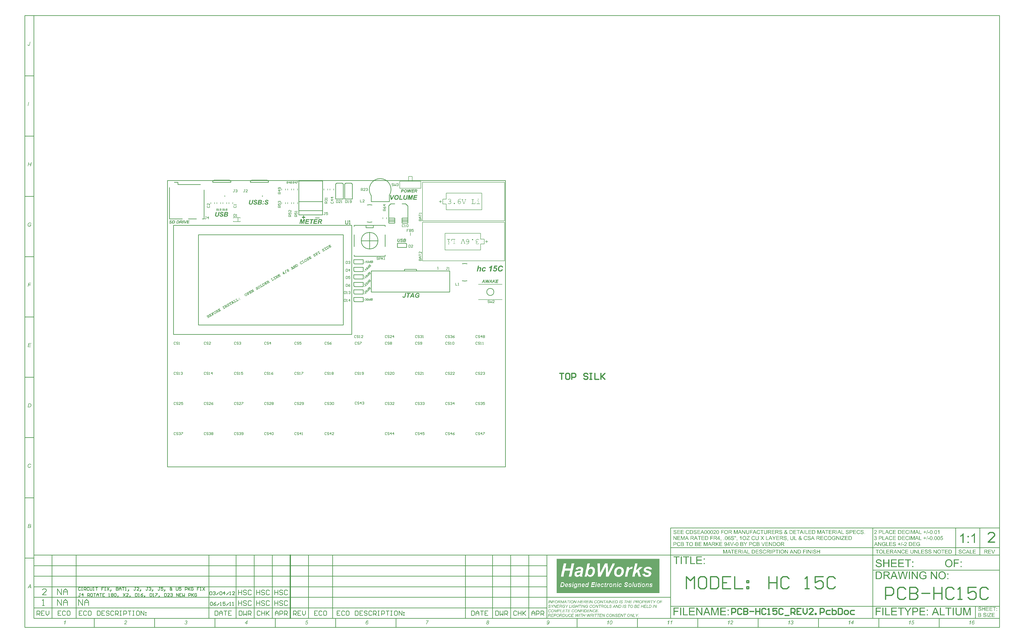
<source format=gto>
%FSLAX25Y25*%
%MOIN*%
G70*
G01*
G75*
G04 Layer_Color=15269887*
%ADD10R,0.04724X0.05512*%
%ADD11R,0.07087X0.06299*%
%ADD12R,0.11024X0.07874*%
%ADD13R,0.01575X0.07087*%
%ADD14R,0.07874X0.07874*%
%ADD15R,0.03150X0.03937*%
%ADD16R,0.12598X0.03937*%
%ADD17R,0.10630X0.31496*%
%ADD18R,0.05512X0.07480*%
%ADD19R,0.07087X0.05512*%
%ADD20R,0.03150X0.05906*%
%ADD21R,0.39370X0.39370*%
%ADD22R,0.39370X0.90551*%
%ADD23R,0.06299X0.03150*%
%ADD24R,0.07874X0.08661*%
%ADD25R,0.07874X0.15748*%
%ADD26R,0.09843X0.06693*%
%ADD27C,0.01000*%
%ADD28C,0.02000*%
%ADD29C,0.00800*%
%ADD30C,0.00700*%
%ADD31C,0.00400*%
%ADD32C,0.10000*%
%ADD33R,0.08000X0.08000*%
%ADD34C,0.08000*%
%ADD35R,0.05512X0.05512*%
%ADD36C,0.05512*%
%ADD37C,0.06000*%
%ADD38R,0.06000X0.06000*%
%ADD39R,0.06000X0.06000*%
%ADD40R,0.11024X0.11024*%
%ADD41C,0.11024*%
%ADD42C,0.03000*%
%ADD43C,0.04000*%
%ADD44C,0.14000*%
%ADD45C,0.08500*%
G04:AMPARAMS|DCode=46|XSize=105mil|YSize=105mil|CornerRadius=0mil|HoleSize=0mil|Usage=FLASHONLY|Rotation=0.000|XOffset=0mil|YOffset=0mil|HoleType=Round|Shape=Relief|Width=10mil|Gap=10mil|Entries=4|*
%AMTHD46*
7,0,0,0.10500,0.08500,0.01000,45*
%
%ADD46THD46*%
%ADD47C,0.07150*%
G04:AMPARAMS|DCode=48|XSize=95mil|YSize=95mil|CornerRadius=0mil|HoleSize=0mil|Usage=FLASHONLY|Rotation=0.000|XOffset=0mil|YOffset=0mil|HoleType=Round|Shape=Relief|Width=10mil|Gap=10mil|Entries=4|*
%AMTHD48*
7,0,0,0.09500,0.07500,0.01000,45*
%
%ADD48THD48*%
%ADD49C,0.07500*%
%ADD50C,0.07000*%
G04:AMPARAMS|DCode=51|XSize=90mil|YSize=90mil|CornerRadius=0mil|HoleSize=0mil|Usage=FLASHONLY|Rotation=0.000|XOffset=0mil|YOffset=0mil|HoleType=Round|Shape=Relief|Width=10mil|Gap=10mil|Entries=4|*
%AMTHD51*
7,0,0,0.09000,0.07000,0.01000,45*
%
%ADD51THD51*%
%ADD52C,0.10693*%
%ADD53C,0.05500*%
G04:AMPARAMS|DCode=54|XSize=75mil|YSize=75mil|CornerRadius=0mil|HoleSize=0mil|Usage=FLASHONLY|Rotation=0.000|XOffset=0mil|YOffset=0mil|HoleType=Round|Shape=Relief|Width=10mil|Gap=10mil|Entries=4|*
%AMTHD54*
7,0,0,0.07500,0.05500,0.01000,45*
%
%ADD54THD54*%
%ADD55R,0.03543X0.03740*%
%ADD56R,0.03543X0.03740*%
%ADD57R,0.06299X0.07087*%
%ADD58R,0.03937X0.12598*%
%ADD59R,0.03150X0.06299*%
%ADD60R,0.06299X0.10630*%
%ADD61R,0.03937X0.02717*%
%ADD62R,0.03740X0.03543*%
%ADD63R,0.03740X0.03543*%
%ADD64R,0.05512X0.04724*%
%ADD65R,0.13386X0.13386*%
%ADD66O,0.03347X0.00984*%
%ADD67O,0.00984X0.03347*%
%ADD68R,0.14173X0.14173*%
%ADD69R,0.02362X0.00787*%
%ADD70R,0.00787X0.02362*%
%ADD71R,0.14173X0.14173*%
%ADD72O,0.01181X0.08268*%
%ADD73O,0.08268X0.01181*%
%ADD74R,0.10630X0.06299*%
%ADD75O,0.08661X0.02362*%
%ADD76R,0.05118X0.08661*%
%ADD77R,0.07874X0.04724*%
%ADD78R,0.04331X0.02559*%
%ADD79C,0.00787*%
%ADD80C,0.00600*%
G36*
X332628Y341855D02*
X332669Y341849D01*
X332716Y341843D01*
X332821Y341820D01*
X332944Y341779D01*
X333008Y341750D01*
X333073Y341721D01*
X333137Y341680D01*
X333201Y341633D01*
X333260Y341580D01*
X333318Y341522D01*
X333324Y341516D01*
X333330Y341504D01*
X333348Y341487D01*
X333365Y341457D01*
X333388Y341422D01*
X333412Y341381D01*
X333441Y341329D01*
X333470Y341270D01*
X333500Y341206D01*
X333529Y341130D01*
X333552Y341048D01*
X333576Y340960D01*
X333593Y340866D01*
X333611Y340761D01*
X333617Y340650D01*
X333623Y340533D01*
Y340527D01*
Y340504D01*
Y340475D01*
X333617Y340428D01*
Y340375D01*
X333611Y340311D01*
X333605Y340235D01*
X333593Y340153D01*
X333582Y340065D01*
X333570Y339966D01*
X333552Y339866D01*
X333529Y339755D01*
X333476Y339527D01*
X333400Y339281D01*
Y339275D01*
X333388Y339252D01*
X333377Y339217D01*
X333359Y339176D01*
X333336Y339117D01*
X333313Y339053D01*
X333283Y338983D01*
X333248Y338913D01*
X333160Y338749D01*
X333061Y338579D01*
X332944Y338421D01*
X332880Y338345D01*
X332809Y338275D01*
X332804Y338269D01*
X332792Y338257D01*
X332774Y338246D01*
X332745Y338222D01*
X332710Y338193D01*
X332669Y338164D01*
X332616Y338135D01*
X332564Y338105D01*
X332441Y338041D01*
X332295Y337983D01*
X332219Y337959D01*
X332137Y337947D01*
X332055Y337936D01*
X331967Y337930D01*
X331920D01*
X331891Y337936D01*
X331850Y337942D01*
X331803Y337947D01*
X331698Y337971D01*
X331575Y338012D01*
X331511Y338041D01*
X331446Y338070D01*
X331382Y338111D01*
X331318Y338152D01*
X331253Y338205D01*
X331195Y338263D01*
X331189Y338269D01*
X331183Y338281D01*
X331166Y338298D01*
X331148Y338328D01*
X331125Y338363D01*
X331101Y338404D01*
X331072Y338456D01*
X331048Y338515D01*
X331019Y338579D01*
X330990Y338655D01*
X330967Y338731D01*
X330943Y338819D01*
X330926Y338918D01*
X330908Y339018D01*
X330902Y339129D01*
X330896Y339246D01*
Y339252D01*
Y339269D01*
Y339305D01*
X330902Y339346D01*
Y339398D01*
X330908Y339462D01*
X330914Y339533D01*
X330920Y339609D01*
X330932Y339697D01*
X330943Y339790D01*
X330978Y339989D01*
X331025Y340200D01*
X331089Y340422D01*
X331095Y340428D01*
X331101Y340451D01*
X331113Y340492D01*
X331131Y340539D01*
X331160Y340603D01*
X331183Y340668D01*
X331218Y340750D01*
X331259Y340831D01*
X331347Y341007D01*
X331452Y341182D01*
X331575Y341358D01*
X331639Y341434D01*
X331710Y341504D01*
X331715Y341510D01*
X331727Y341522D01*
X331751Y341539D01*
X331774Y341563D01*
X331815Y341586D01*
X331856Y341615D01*
X331903Y341650D01*
X331955Y341686D01*
X332084Y341750D01*
X332224Y341808D01*
X332300Y341826D01*
X332382Y341843D01*
X332464Y341855D01*
X332552Y341861D01*
X332599D01*
X332628Y341855D01*
D02*
G37*
G36*
X329498Y338000D02*
X328738D01*
X329288Y340656D01*
X329276Y340650D01*
X329247Y340633D01*
X329200Y340603D01*
X329136Y340562D01*
X329054Y340521D01*
X328960Y340475D01*
X328861Y340422D01*
X328749Y340375D01*
X328744D01*
X328738Y340369D01*
X328720Y340363D01*
X328697Y340352D01*
X328638Y340334D01*
X328568Y340305D01*
X328480Y340276D01*
X328393Y340246D01*
X328299Y340223D01*
X328205Y340200D01*
X328346Y340872D01*
X328358Y340878D01*
X328387Y340890D01*
X328439Y340913D01*
X328504Y340948D01*
X328586Y340989D01*
X328679Y341036D01*
X328785Y341089D01*
X328896Y341153D01*
X329013Y341223D01*
X329136Y341299D01*
X329387Y341469D01*
X329510Y341557D01*
X329627Y341656D01*
X329738Y341756D01*
X329843Y341861D01*
X330306D01*
X329498Y338000D01*
D02*
G37*
G36*
X388576Y378209D02*
X388654Y378202D01*
X388740Y378194D01*
X388833Y378178D01*
X388935Y378162D01*
X389161Y378116D01*
X389396Y378037D01*
X389505Y377991D01*
X389614Y377928D01*
X389724Y377866D01*
X389818Y377787D01*
X389825Y377780D01*
X389841Y377772D01*
X389864Y377741D01*
X389896Y377709D01*
X389935Y377670D01*
X389982Y377616D01*
X390028Y377553D01*
X390075Y377491D01*
X390122Y377413D01*
X390169Y377327D01*
X390216Y377233D01*
X390263Y377132D01*
X390333Y376905D01*
X390356Y376788D01*
X390372Y376655D01*
X389365Y376616D01*
Y376624D01*
Y376632D01*
X389357Y376678D01*
X389341Y376741D01*
X389318Y376827D01*
X389279Y376913D01*
X389232Y377007D01*
X389169Y377100D01*
X389091Y377178D01*
X389083Y377186D01*
X389052Y377210D01*
X388997Y377241D01*
X388919Y377280D01*
X388826Y377319D01*
X388716Y377350D01*
X388576Y377374D01*
X388420Y377381D01*
X388349D01*
X388271Y377374D01*
X388177Y377366D01*
X388076Y377342D01*
X387974Y377319D01*
X387873Y377280D01*
X387795Y377225D01*
X387787Y377217D01*
X387764Y377194D01*
X387732Y377163D01*
X387701Y377116D01*
X387670Y377061D01*
X387638Y376999D01*
X387615Y376921D01*
X387607Y376835D01*
Y376827D01*
Y376796D01*
X387615Y376757D01*
X387631Y376710D01*
X387646Y376647D01*
X387678Y376585D01*
X387717Y376530D01*
X387771Y376468D01*
X387779Y376460D01*
X387810Y376444D01*
X387857Y376405D01*
X387935Y376366D01*
X388037Y376304D01*
X388099Y376272D01*
X388170Y376241D01*
X388248Y376202D01*
X388334Y376155D01*
X388427Y376116D01*
X388537Y376069D01*
X388545Y376062D01*
X388576Y376054D01*
X388623Y376030D01*
X388677Y376007D01*
X388748Y375976D01*
X388826Y375937D01*
X389005Y375851D01*
X389200Y375749D01*
X389380Y375648D01*
X389466Y375593D01*
X389544Y375538D01*
X389607Y375491D01*
X389661Y375445D01*
X389669D01*
X389677Y375429D01*
X389716Y375382D01*
X389778Y375304D01*
X389849Y375202D01*
X389911Y375070D01*
X389974Y374921D01*
X390013Y374742D01*
X390028Y374648D01*
Y374546D01*
Y374539D01*
Y374515D01*
Y374484D01*
X390021Y374429D01*
X390013Y374375D01*
X389997Y374304D01*
X389982Y374226D01*
X389958Y374148D01*
X389935Y374054D01*
X389896Y373961D01*
X389857Y373867D01*
X389802Y373765D01*
X389739Y373672D01*
X389669Y373570D01*
X389583Y373476D01*
X389490Y373383D01*
X389482Y373375D01*
X389466Y373359D01*
X389435Y373336D01*
X389388Y373312D01*
X389333Y373273D01*
X389271Y373234D01*
X389193Y373187D01*
X389099Y373148D01*
X388997Y373101D01*
X388888Y373055D01*
X388763Y373016D01*
X388630Y372984D01*
X388482Y372953D01*
X388334Y372930D01*
X388162Y372914D01*
X387990Y372906D01*
X387881D01*
X387818Y372914D01*
X387756Y372922D01*
X387678D01*
X387599Y372937D01*
X387420Y372961D01*
X387225Y373000D01*
X387029Y373055D01*
X386842Y373125D01*
X386834D01*
X386818Y373133D01*
X386795Y373148D01*
X386764Y373164D01*
X386678Y373219D01*
X386576Y373281D01*
X386459Y373375D01*
X386350Y373476D01*
X386241Y373601D01*
X386155Y373742D01*
Y373750D01*
X386147Y373758D01*
X386139Y373781D01*
X386123Y373812D01*
X386092Y373898D01*
X386061Y374008D01*
X386022Y374140D01*
X385998Y374296D01*
X385975Y374468D01*
Y374656D01*
X386982Y374710D01*
Y374703D01*
Y374687D01*
Y374663D01*
X386990Y374632D01*
X386998Y374546D01*
X387006Y374445D01*
X387029Y374343D01*
X387061Y374234D01*
X387100Y374140D01*
X387146Y374062D01*
X387154Y374054D01*
X387193Y374023D01*
X387248Y373976D01*
X387342Y373929D01*
X387389Y373898D01*
X387451Y373875D01*
X387521Y373851D01*
X387599Y373836D01*
X387685Y373812D01*
X387779Y373804D01*
X387888Y373789D01*
X388084D01*
X388177Y373797D01*
X388287Y373812D01*
X388412Y373836D01*
X388537Y373867D01*
X388654Y373906D01*
X388755Y373968D01*
X388763Y373976D01*
X388794Y374000D01*
X388833Y374039D01*
X388873Y374093D01*
X388919Y374164D01*
X388951Y374242D01*
X388982Y374328D01*
X388990Y374421D01*
Y374429D01*
Y374461D01*
X388982Y374500D01*
X388966Y374554D01*
X388943Y374617D01*
X388904Y374679D01*
X388857Y374742D01*
X388794Y374804D01*
X388787Y374812D01*
X388763Y374828D01*
X388724Y374859D01*
X388654Y374898D01*
X388607Y374921D01*
X388560Y374945D01*
X388498Y374976D01*
X388427Y375015D01*
X388349Y375046D01*
X388263Y375085D01*
X388170Y375132D01*
X388060Y375179D01*
X388052D01*
X388037Y375187D01*
X388006Y375202D01*
X387966Y375226D01*
X387912Y375241D01*
X387857Y375273D01*
X387732Y375327D01*
X387584Y375398D01*
X387443Y375468D01*
X387303Y375538D01*
X387186Y375608D01*
X387170Y375616D01*
X387139Y375640D01*
X387092Y375679D01*
X387029Y375733D01*
X386959Y375796D01*
X386889Y375874D01*
X386818Y375960D01*
X386756Y376062D01*
X386748Y376077D01*
X386733Y376108D01*
X386709Y376171D01*
X386678Y376249D01*
X386647Y376343D01*
X386623Y376452D01*
X386608Y376577D01*
X386600Y376710D01*
Y376718D01*
Y376741D01*
Y376772D01*
X386608Y376819D01*
X386615Y376874D01*
X386623Y376936D01*
X386662Y377085D01*
X386717Y377256D01*
X386756Y377350D01*
X386795Y377436D01*
X386850Y377530D01*
X386912Y377616D01*
X386982Y377702D01*
X387068Y377787D01*
X387076Y377795D01*
X387092Y377803D01*
X387115Y377827D01*
X387154Y377858D01*
X387201Y377889D01*
X387264Y377920D01*
X387334Y377959D01*
X387412Y378006D01*
X387506Y378045D01*
X387607Y378084D01*
X387717Y378116D01*
X387842Y378147D01*
X387974Y378178D01*
X388115Y378202D01*
X388263Y378209D01*
X388427Y378217D01*
X388513D01*
X388576Y378209D01*
D02*
G37*
G36*
X393723Y378123D02*
X393855D01*
X393988Y378116D01*
X394105Y378108D01*
X394160Y378100D01*
X394207Y378092D01*
X394222D01*
X394269Y378084D01*
X394339Y378069D01*
X394425Y378045D01*
X394527Y378014D01*
X394636Y377983D01*
X394746Y377936D01*
X394847Y377881D01*
X394863Y377873D01*
X394894Y377850D01*
X394941Y377819D01*
X394995Y377772D01*
X395058Y377709D01*
X395128Y377639D01*
X395191Y377553D01*
X395245Y377460D01*
X395253Y377452D01*
X395269Y377413D01*
X395292Y377358D01*
X395316Y377288D01*
X395339Y377202D01*
X395363Y377108D01*
X395378Y376999D01*
X395386Y376882D01*
Y376874D01*
Y376866D01*
Y376842D01*
Y376811D01*
X395370Y376733D01*
X395355Y376632D01*
X395323Y376515D01*
X395285Y376390D01*
X395222Y376265D01*
X395144Y376140D01*
X395136Y376124D01*
X395097Y376085D01*
X395042Y376030D01*
X394964Y375960D01*
X394863Y375890D01*
X394738Y375804D01*
X394589Y375733D01*
X394418Y375663D01*
X394425D01*
X394433Y375655D01*
X394480Y375640D01*
X394550Y375616D01*
X394644Y375577D01*
X394738Y375523D01*
X394839Y375452D01*
X394941Y375374D01*
X395027Y375273D01*
X395035Y375257D01*
X395066Y375226D01*
X395097Y375171D01*
X395144Y375093D01*
X395183Y374999D01*
X395222Y374898D01*
X395245Y374773D01*
X395253Y374648D01*
Y374640D01*
Y374624D01*
Y374601D01*
Y374570D01*
X395245Y374531D01*
X395238Y374484D01*
X395222Y374367D01*
X395191Y374234D01*
X395144Y374086D01*
X395074Y373929D01*
X394988Y373773D01*
Y373765D01*
X394972Y373758D01*
X394941Y373703D01*
X394878Y373633D01*
X394800Y373547D01*
X394691Y373445D01*
X394566Y373352D01*
X394425Y373258D01*
X394261Y373180D01*
X394254D01*
X394238Y373172D01*
X394215Y373164D01*
X394176Y373148D01*
X394129Y373141D01*
X394074Y373125D01*
X394004Y373109D01*
X393933Y373094D01*
X393847Y373070D01*
X393754Y373055D01*
X393652Y373039D01*
X393535Y373031D01*
X393418Y373016D01*
X393285Y373008D01*
X393152Y373000D01*
X390591D01*
X391653Y378131D01*
X393605D01*
X393723Y378123D01*
D02*
G37*
G36*
X385397Y375218D02*
Y375210D01*
X385389Y375179D01*
X385381Y375140D01*
X385366Y375078D01*
X385342Y375007D01*
X385319Y374921D01*
X385296Y374835D01*
X385272Y374734D01*
X385202Y374523D01*
X385124Y374312D01*
X385046Y374101D01*
X384999Y374000D01*
X384952Y373914D01*
Y373906D01*
X384944Y373898D01*
X384928Y373875D01*
X384905Y373844D01*
X384842Y373758D01*
X384764Y373656D01*
X384655Y373539D01*
X384530Y373422D01*
X384374Y373297D01*
X384194Y373187D01*
X384187D01*
X384171Y373172D01*
X384140Y373164D01*
X384101Y373141D01*
X384054Y373125D01*
X383991Y373101D01*
X383921Y373070D01*
X383843Y373047D01*
X383757Y373023D01*
X383655Y372992D01*
X383554Y372969D01*
X383437Y372953D01*
X383195Y372922D01*
X382913Y372906D01*
X382827D01*
X382757Y372914D01*
X382687Y372922D01*
X382593Y372930D01*
X382492Y372945D01*
X382390Y372961D01*
X382156Y373016D01*
X381922Y373094D01*
X381804Y373141D01*
X381695Y373203D01*
X381586Y373266D01*
X381492Y373344D01*
X381484Y373352D01*
X381469Y373367D01*
X381445Y373391D01*
X381414Y373422D01*
X381375Y373469D01*
X381336Y373516D01*
X381289Y373578D01*
X381250Y373648D01*
X381203Y373726D01*
X381156Y373812D01*
X381078Y374008D01*
X381047Y374117D01*
X381023Y374226D01*
X381008Y374351D01*
X381000Y374476D01*
Y374484D01*
Y374500D01*
X381008Y374531D01*
Y374570D01*
Y374617D01*
X381016Y374671D01*
X381031Y374788D01*
Y374796D01*
X381039Y374812D01*
Y374851D01*
X381055Y374906D01*
X381070Y374992D01*
X381078Y375046D01*
X381094Y375101D01*
X381109Y375171D01*
X381125Y375241D01*
X381141Y375327D01*
X381164Y375421D01*
X381758Y378131D01*
X382812D01*
X382203Y375335D01*
X382047Y374656D01*
Y374648D01*
Y374640D01*
X382039Y374593D01*
X382031Y374523D01*
X382015Y374429D01*
Y374414D01*
X382023Y374382D01*
X382031Y374328D01*
X382047Y374265D01*
X382078Y374195D01*
X382117Y374117D01*
X382179Y374039D01*
X382257Y373968D01*
X382265Y373961D01*
X382304Y373937D01*
X382359Y373914D01*
X382437Y373883D01*
X382539Y373844D01*
X382656Y373820D01*
X382796Y373797D01*
X382960Y373789D01*
X383031D01*
X383109Y373797D01*
X383202Y373804D01*
X383312Y373820D01*
X383421Y373851D01*
X383538Y373883D01*
X383640Y373929D01*
X383655Y373937D01*
X383687Y373953D01*
X383734Y373992D01*
X383796Y374039D01*
X383866Y374093D01*
X383937Y374164D01*
X383999Y374250D01*
X384062Y374351D01*
X384069Y374367D01*
X384085Y374406D01*
X384116Y374476D01*
X384132Y374523D01*
X384155Y374578D01*
X384179Y374640D01*
X384202Y374718D01*
X384226Y374796D01*
X384257Y374882D01*
X384280Y374976D01*
X384311Y375085D01*
X384335Y375195D01*
X384366Y375320D01*
X384944Y378131D01*
X385998D01*
X385397Y375218D01*
D02*
G37*
G36*
X327802Y324750D02*
X326776Y323724D01*
X326367Y324340D01*
X327393Y325366D01*
X327802Y324750D01*
D02*
G37*
G36*
X329974Y325474D02*
X329436Y324936D01*
X327947Y327203D01*
X327943Y327190D01*
X327934Y327157D01*
X327922Y327103D01*
X327905Y327029D01*
X327876Y326942D01*
X327843Y326843D01*
X327810Y326735D01*
X327765Y326624D01*
X327761Y326620D01*
Y326611D01*
X327752Y326595D01*
X327744Y326570D01*
X327715Y326516D01*
X327686Y326446D01*
X327645Y326363D01*
X327603Y326280D01*
X327554Y326198D01*
X327504Y326115D01*
X327128Y326690D01*
X327132Y326702D01*
X327144Y326731D01*
X327165Y326785D01*
X327186Y326855D01*
X327215Y326942D01*
X327248Y327041D01*
X327285Y327153D01*
X327318Y327277D01*
X327351Y327410D01*
X327384Y327550D01*
X327442Y327848D01*
X327467Y327997D01*
X327479Y328150D01*
X327488Y328299D01*
Y328448D01*
X327814Y328775D01*
X329974Y325474D01*
D02*
G37*
G36*
X336319Y338000D02*
X335612D01*
X335670Y338298D01*
X335658Y338293D01*
X335635Y338263D01*
X335594Y338228D01*
X335541Y338187D01*
X335483Y338140D01*
X335413Y338094D01*
X335343Y338047D01*
X335266Y338012D01*
X335261Y338006D01*
X335231Y338000D01*
X335190Y337988D01*
X335138Y337971D01*
X335073Y337953D01*
X334997Y337942D01*
X334915Y337936D01*
X334822Y337930D01*
X334781D01*
X334752Y337936D01*
X334711Y337942D01*
X334670Y337947D01*
X334570Y337965D01*
X334459Y338000D01*
X334342Y338053D01*
X334284Y338088D01*
X334225Y338129D01*
X334172Y338170D01*
X334120Y338222D01*
Y338228D01*
X334108Y338234D01*
X334096Y338251D01*
X334079Y338281D01*
X334061Y338310D01*
X334038Y338345D01*
X334015Y338392D01*
X333991Y338445D01*
X333962Y338503D01*
X333939Y338567D01*
X333915Y338638D01*
X333897Y338720D01*
X333880Y338802D01*
X333868Y338895D01*
X333862Y338995D01*
X333857Y339100D01*
Y339106D01*
Y339129D01*
Y339164D01*
X333862Y339211D01*
X333868Y339269D01*
X333874Y339340D01*
X333886Y339416D01*
X333903Y339504D01*
X333927Y339591D01*
X333950Y339691D01*
X333979Y339790D01*
X334015Y339890D01*
X334061Y339995D01*
X334114Y340100D01*
X334172Y340206D01*
X334237Y340311D01*
X334243Y340317D01*
X334254Y340334D01*
X334278Y340363D01*
X334307Y340399D01*
X334342Y340439D01*
X334389Y340480D01*
X334447Y340533D01*
X334506Y340586D01*
X334576Y340633D01*
X334652Y340685D01*
X334734Y340726D01*
X334822Y340773D01*
X334921Y340802D01*
X335027Y340831D01*
X335132Y340849D01*
X335249Y340855D01*
X335301D01*
X335343Y340849D01*
X335389Y340843D01*
X335442Y340831D01*
X335571Y340796D01*
X335635Y340773D01*
X335705Y340744D01*
X335775Y340709D01*
X335846Y340668D01*
X335916Y340615D01*
X335980Y340551D01*
X336039Y340486D01*
X336097Y340404D01*
X336407Y341843D01*
X337156D01*
X336319Y338000D01*
D02*
G37*
G36*
X339379Y341838D02*
X339478D01*
X339578Y341832D01*
X339666Y341826D01*
X339707Y341820D01*
X339742Y341814D01*
X339753D01*
X339789Y341808D01*
X339841Y341797D01*
X339906Y341779D01*
X339982Y341756D01*
X340063Y341732D01*
X340145Y341697D01*
X340221Y341656D01*
X340233Y341650D01*
X340256Y341633D01*
X340292Y341610D01*
X340333Y341574D01*
X340379Y341528D01*
X340432Y341475D01*
X340479Y341411D01*
X340520Y341340D01*
X340526Y341335D01*
X340537Y341305D01*
X340555Y341264D01*
X340572Y341212D01*
X340590Y341147D01*
X340608Y341077D01*
X340619Y340995D01*
X340625Y340908D01*
Y340902D01*
Y340896D01*
Y340878D01*
Y340855D01*
X340613Y340796D01*
X340602Y340720D01*
X340578Y340633D01*
X340549Y340539D01*
X340502Y340445D01*
X340444Y340352D01*
X340438Y340340D01*
X340409Y340311D01*
X340368Y340270D01*
X340309Y340217D01*
X340233Y340164D01*
X340139Y340100D01*
X340028Y340048D01*
X339900Y339995D01*
X339906D01*
X339911Y339989D01*
X339946Y339977D01*
X339999Y339960D01*
X340069Y339931D01*
X340139Y339890D01*
X340215Y339837D01*
X340292Y339778D01*
X340356Y339702D01*
X340362Y339691D01*
X340385Y339667D01*
X340409Y339626D01*
X340444Y339568D01*
X340473Y339498D01*
X340502Y339422D01*
X340520Y339328D01*
X340526Y339234D01*
Y339229D01*
Y339217D01*
Y339199D01*
Y339176D01*
X340520Y339147D01*
X340514Y339111D01*
X340502Y339024D01*
X340479Y338924D01*
X340444Y338813D01*
X340391Y338696D01*
X340327Y338579D01*
Y338573D01*
X340315Y338567D01*
X340292Y338527D01*
X340245Y338474D01*
X340186Y338409D01*
X340104Y338333D01*
X340011Y338263D01*
X339906Y338193D01*
X339783Y338135D01*
X339777D01*
X339765Y338129D01*
X339748Y338123D01*
X339718Y338111D01*
X339683Y338105D01*
X339642Y338094D01*
X339590Y338082D01*
X339537Y338070D01*
X339473Y338053D01*
X339402Y338041D01*
X339326Y338029D01*
X339239Y338023D01*
X339151Y338012D01*
X339051Y338006D01*
X338952Y338000D01*
X337033D01*
X337829Y341843D01*
X339291D01*
X339379Y341838D01*
D02*
G37*
G36*
X327451Y339024D02*
X326000D01*
X326146Y339749D01*
X327597D01*
X327451Y339024D01*
D02*
G37*
G36*
X466470Y369063D02*
X465665D01*
Y370454D01*
X466470D01*
Y369063D01*
D02*
G37*
G36*
X497404Y377598D02*
X497580Y377569D01*
X497785Y377525D01*
X498004Y377452D01*
X498239Y377349D01*
X498473Y377203D01*
X498502Y377188D01*
X498575Y377115D01*
X498678Y377012D01*
X498810Y376866D01*
X498971Y376690D01*
X499132Y376456D01*
X499278Y376178D01*
X499425Y375870D01*
Y375856D01*
X499439Y375827D01*
X499468Y375753D01*
X499498Y375680D01*
X499527Y375578D01*
X499556Y375446D01*
X499600Y375300D01*
X499644Y375138D01*
X499688Y374963D01*
X499717Y374773D01*
X499790Y374363D01*
X499834Y373894D01*
X499849Y373396D01*
Y373382D01*
Y373352D01*
Y373294D01*
Y373221D01*
X499834Y373133D01*
Y373030D01*
X499805Y372767D01*
X499747Y372474D01*
X499688Y372167D01*
X499585Y371830D01*
X499454Y371493D01*
Y371479D01*
X499439Y371464D01*
X499395Y371376D01*
X499322Y371259D01*
X499234Y371098D01*
X499117Y370908D01*
X498971Y370703D01*
X498810Y370498D01*
X498634Y370307D01*
X498605Y370278D01*
X498546Y370219D01*
X498429Y370132D01*
X498282Y370015D01*
X498107Y369883D01*
X497902Y369736D01*
X497668Y369605D01*
X497419Y369473D01*
X497404D01*
X497390Y369458D01*
X497302Y369414D01*
X497155Y369370D01*
X496980Y369297D01*
X496760Y369239D01*
X496511Y369195D01*
X496233Y369151D01*
X495940Y369136D01*
X495852D01*
X495750Y369151D01*
X495618Y369165D01*
X495486Y369195D01*
X495325Y369239D01*
X495179Y369297D01*
X495033Y369370D01*
X495018D01*
X495003Y369385D01*
X494945Y369429D01*
X494901Y369517D01*
X494871Y369561D01*
Y369619D01*
Y369634D01*
X494886Y369692D01*
X494901Y369751D01*
X494945Y369810D01*
X494959Y369824D01*
X494988Y369839D01*
X495062Y369868D01*
X495135Y369883D01*
X495150D01*
X495179Y369868D01*
X495252Y369853D01*
X495325Y369824D01*
X495340D01*
X495369Y369795D01*
X495428Y369780D01*
X495501Y369751D01*
X495603Y369722D01*
X495720Y369707D01*
X495838Y369678D01*
X496101D01*
X496204Y369692D01*
X496306Y369707D01*
X496438Y369736D01*
X496584Y369766D01*
X496745Y369810D01*
X496921Y369868D01*
X497097Y369941D01*
X497287Y370029D01*
X497477Y370132D01*
X497682Y370263D01*
X497887Y370410D01*
X498092Y370571D01*
X498282Y370761D01*
X498297Y370776D01*
X498326Y370805D01*
X498370Y370864D01*
X498444Y370952D01*
X498517Y371054D01*
X498605Y371186D01*
X498693Y371332D01*
X498795Y371493D01*
X498883Y371669D01*
X498985Y371859D01*
X499073Y372079D01*
X499146Y372298D01*
X499220Y372547D01*
X499263Y372796D01*
X499293Y373060D01*
X499307Y373338D01*
Y373352D01*
Y373382D01*
Y373426D01*
Y373499D01*
X499293Y373601D01*
Y373718D01*
Y373850D01*
X499278Y374011D01*
Y373997D01*
X499249Y373982D01*
X499190Y373894D01*
X499088Y373762D01*
X498956Y373587D01*
X498795Y373411D01*
X498619Y373235D01*
X498429Y373060D01*
X498239Y372913D01*
X498209Y372899D01*
X498151Y372855D01*
X498034Y372796D01*
X497887Y372723D01*
X497712Y372664D01*
X497521Y372606D01*
X497287Y372562D01*
X497053Y372547D01*
X496965D01*
X496906Y372562D01*
X496745Y372591D01*
X496540Y372635D01*
X496291Y372723D01*
X496043Y372855D01*
X495911Y372942D01*
X495779Y373030D01*
X495647Y373148D01*
X495516Y373279D01*
X495501Y373294D01*
X495486Y373308D01*
X495457Y373352D01*
X495413Y373411D01*
X495296Y373557D01*
X495179Y373762D01*
X495062Y374026D01*
X494945Y374333D01*
X494871Y374670D01*
X494842Y374860D01*
Y375051D01*
Y375065D01*
Y375095D01*
Y375153D01*
X494857Y375212D01*
Y375300D01*
X494871Y375402D01*
X494915Y375636D01*
X494988Y375914D01*
X495106Y376222D01*
X495252Y376529D01*
X495457Y376837D01*
Y376851D01*
X495486Y376866D01*
X495574Y376954D01*
X495706Y377086D01*
X495896Y377232D01*
X496145Y377379D01*
X496438Y377510D01*
X496775Y377598D01*
X496950Y377613D01*
X497155Y377627D01*
X497272D01*
X497404Y377598D01*
D02*
G37*
G36*
X402229Y455000D02*
X401159D01*
X401042Y458749D01*
X399176Y455000D01*
X398090D01*
X397895Y460131D01*
X398926D01*
X398973Y456539D01*
X400746Y460131D01*
X401878D01*
X401995Y456578D01*
X403682Y460131D01*
X404705D01*
X402229Y455000D01*
D02*
G37*
G36*
X408813Y459272D02*
X406064D01*
X405806Y458108D01*
X408477D01*
X408298Y457249D01*
X405619D01*
X405322Y455859D01*
X408306D01*
X408126Y455000D01*
X404119D01*
X405182Y460131D01*
X408993D01*
X408813Y459272D01*
D02*
G37*
G36*
X412461Y460123D02*
X412593Y460115D01*
X412742Y460100D01*
X412890Y460077D01*
X413038Y460045D01*
X413171Y460006D01*
X413187Y459998D01*
X413226Y459983D01*
X413288Y459951D01*
X413359Y459905D01*
X413445Y459850D01*
X413531Y459772D01*
X413624Y459678D01*
X413702Y459561D01*
X413710Y459545D01*
X413734Y459506D01*
X413765Y459436D01*
X413804Y459342D01*
X413843Y459233D01*
X413874Y459100D01*
X413898Y458944D01*
X413905Y458780D01*
Y458772D01*
Y458749D01*
Y458718D01*
X413898Y458671D01*
Y458616D01*
X413882Y458554D01*
X413859Y458405D01*
X413812Y458233D01*
X413741Y458054D01*
X413695Y457960D01*
X413648Y457874D01*
X413585Y457788D01*
X413515Y457702D01*
X413507Y457694D01*
X413499Y457687D01*
X413476Y457663D01*
X413445Y457632D01*
X413398Y457601D01*
X413351Y457562D01*
X413288Y457523D01*
X413218Y457476D01*
X413140Y457437D01*
X413054Y457390D01*
X412953Y457343D01*
X412851Y457304D01*
X412734Y457265D01*
X412609Y457234D01*
X412476Y457202D01*
X412328Y457179D01*
X412336Y457171D01*
X412359Y457148D01*
X412398Y457101D01*
X412453Y457046D01*
X412507Y456976D01*
X412578Y456898D01*
X412640Y456804D01*
X412711Y456695D01*
X412718Y456687D01*
X412726Y456664D01*
X412750Y456632D01*
X412773Y456585D01*
X412804Y456523D01*
X412843Y456445D01*
X412890Y456359D01*
X412945Y456257D01*
X412999Y456140D01*
X413054Y456015D01*
X413124Y455875D01*
X413195Y455726D01*
X413265Y455562D01*
X413343Y455391D01*
X413421Y455203D01*
X413499Y455000D01*
X412367D01*
Y455008D01*
X412359Y455023D01*
X412351Y455047D01*
X412336Y455078D01*
X412320Y455125D01*
X412304Y455187D01*
X412273Y455250D01*
X412250Y455328D01*
X412211Y455422D01*
X412172Y455515D01*
X412133Y455633D01*
X412078Y455750D01*
X412023Y455883D01*
X411969Y456031D01*
X411898Y456187D01*
X411828Y456351D01*
Y456359D01*
X411820Y456375D01*
X411805Y456398D01*
X411789Y456429D01*
X411750Y456515D01*
X411687Y456625D01*
X411617Y456734D01*
X411539Y456843D01*
X411453Y456945D01*
X411367Y457023D01*
X411359Y457031D01*
X411336Y457038D01*
X411297Y457054D01*
X411242Y457078D01*
X411172Y457093D01*
X411078Y457109D01*
X410969Y457117D01*
X410836Y457124D01*
X410407D01*
X409961Y455000D01*
X408915D01*
X409977Y460131D01*
X412406D01*
X412461Y460123D01*
D02*
G37*
G36*
X505837Y377627D02*
X505925Y377613D01*
X506012Y377583D01*
X506130Y377539D01*
X506232Y377481D01*
X506334Y377393D01*
X506349Y377379D01*
X506379Y377349D01*
X506408Y377291D01*
X506452Y377217D01*
X506510Y377130D01*
X506539Y377027D01*
X506569Y376910D01*
X506583Y376778D01*
Y376764D01*
Y376720D01*
X506569Y376646D01*
X506554Y376559D01*
X506525Y376456D01*
X506481Y376354D01*
X506422Y376251D01*
X506334Y376149D01*
X506320Y376134D01*
X506291Y376105D01*
X506232Y376061D01*
X506159Y376017D01*
X506071Y375973D01*
X505954Y375929D01*
X505837Y375900D01*
X505705Y375885D01*
X505427D01*
X505354Y375900D01*
X505266Y375914D01*
X505163Y375944D01*
X505061Y376002D01*
X504958Y376061D01*
X504856Y376149D01*
X504841Y376163D01*
X504812Y376193D01*
X504768Y376251D01*
X504724Y376324D01*
X504680Y376412D01*
X504636Y376515D01*
X504607Y376632D01*
X504592Y376764D01*
Y376778D01*
Y376822D01*
X504607Y376895D01*
X504622Y376983D01*
X504651Y377086D01*
X504709Y377188D01*
X504768Y377291D01*
X504856Y377393D01*
X504871Y377408D01*
X504900Y377437D01*
X504958Y377466D01*
X505032Y377510D01*
X505119Y377569D01*
X505236Y377598D01*
X505354Y377627D01*
X505485Y377642D01*
X505764D01*
X505837Y377627D01*
D02*
G37*
G36*
X513903Y377613D02*
X514079Y377583D01*
X514299Y377554D01*
X514548Y377510D01*
X514811Y377437D01*
X515089Y377334D01*
X515104D01*
X515119Y377320D01*
X515206Y377291D01*
X515338Y377232D01*
X515499Y377144D01*
X515836Y376954D01*
X515997Y376851D01*
X516129Y376734D01*
X516143Y376720D01*
X516173Y376661D01*
X516202Y376603D01*
X516217Y376515D01*
Y376500D01*
X516202Y376456D01*
X516187Y376398D01*
X516158Y376339D01*
X516143Y376324D01*
X516114Y376295D01*
X516055Y376266D01*
X515982Y376251D01*
X515968D01*
X515909Y376266D01*
X515836Y376295D01*
X515748Y376354D01*
X515733Y376368D01*
X515704Y376383D01*
X515646Y376427D01*
X515572Y376471D01*
X515485Y376529D01*
X515367Y376588D01*
X515250Y376646D01*
X515104Y376720D01*
X514796Y376851D01*
X514445Y376969D01*
X514050Y377056D01*
X513845Y377071D01*
X513640Y377086D01*
X513552D01*
X513479Y377071D01*
X513406D01*
X513303Y377056D01*
X513084Y377012D01*
X512835Y376939D01*
X512571Y376837D01*
X512308Y376690D01*
X512059Y376500D01*
X512044D01*
X512030Y376471D01*
X511956Y376398D01*
X511854Y376280D01*
X511737Y376119D01*
X511620Y375929D01*
X511517Y375710D01*
X511444Y375461D01*
X511415Y375329D01*
Y375197D01*
Y375168D01*
Y375109D01*
X511429Y375021D01*
X511458Y374890D01*
X511488Y374743D01*
X511546Y374582D01*
X511634Y374421D01*
X511737Y374246D01*
X511751Y374231D01*
X511795Y374172D01*
X511868Y374084D01*
X511971Y373982D01*
X512088Y373865D01*
X512249Y373733D01*
X512439Y373616D01*
X512644Y373514D01*
X512674Y373499D01*
X512747Y373470D01*
X512864Y373426D01*
X513010Y373367D01*
X513186Y373323D01*
X513391Y373279D01*
X513611Y373250D01*
X513830Y373235D01*
X513860D01*
X513933Y373221D01*
X514020Y373206D01*
X514108Y373162D01*
X514123Y373148D01*
X514138Y373104D01*
X514167Y373045D01*
X514182Y372972D01*
Y372957D01*
X514167Y372899D01*
X514152Y372840D01*
X514108Y372781D01*
X514094Y372767D01*
X514050Y372738D01*
X513962Y372708D01*
X513860Y372694D01*
X513376D01*
X513288Y372679D01*
X513142Y372664D01*
X512981Y372635D01*
X512791Y372591D01*
X512586Y372503D01*
X512381Y372401D01*
X512190Y372254D01*
X512176Y372240D01*
X512117Y372181D01*
X512044Y372079D01*
X511942Y371962D01*
X511854Y371801D01*
X511781Y371625D01*
X511722Y371435D01*
X511707Y371215D01*
Y371186D01*
Y371112D01*
X511737Y370995D01*
X511766Y370849D01*
X511825Y370688D01*
X511912Y370512D01*
X512044Y370322D01*
X512205Y370146D01*
X512234Y370132D01*
X512293Y370073D01*
X512410Y370000D01*
X512557Y369912D01*
X512747Y369824D01*
X512966Y369751D01*
X513215Y369692D01*
X513508Y369678D01*
X513611D01*
X513713Y369692D01*
X513845Y369707D01*
X514006Y369722D01*
X514182Y369766D01*
X514372Y369810D01*
X514548Y369883D01*
X514562Y369897D01*
X514621Y369912D01*
X514709Y369956D01*
X514811Y370015D01*
X514928Y370088D01*
X515060Y370190D01*
X515177Y370293D01*
X515294Y370410D01*
X515309Y370424D01*
X515353Y370483D01*
X515411Y370527D01*
X515455Y370571D01*
X515499D01*
X515587Y370585D01*
X515602D01*
X515646Y370571D01*
X515704Y370556D01*
X515763Y370512D01*
X515777Y370498D01*
X515792Y370468D01*
X515821Y370410D01*
X515836Y370337D01*
Y370322D01*
X515821Y370293D01*
X515807Y370234D01*
X515763Y370161D01*
X515704Y370073D01*
X515602Y369956D01*
X515470Y369839D01*
X515280Y369692D01*
X515265D01*
X515250Y369663D01*
X515206Y369634D01*
X515133Y369605D01*
X515060Y369561D01*
X514972Y369517D01*
X514767Y369414D01*
X514504Y369312D01*
X514196Y369224D01*
X513860Y369165D01*
X513508Y369136D01*
X513406D01*
X513333Y369151D01*
X513245D01*
X513142Y369165D01*
X512908Y369209D01*
X512644Y369283D01*
X512366Y369400D01*
X512088Y369561D01*
X511956Y369649D01*
X511825Y369766D01*
X511810D01*
X511795Y369795D01*
X511722Y369868D01*
X511620Y370000D01*
X511488Y370176D01*
X511371Y370395D01*
X511268Y370644D01*
X511195Y370922D01*
X511166Y371069D01*
Y371230D01*
Y371259D01*
Y371318D01*
X511180Y371420D01*
X511210Y371566D01*
X511239Y371713D01*
X511298Y371888D01*
X511385Y372064D01*
X511488Y372254D01*
X511503Y372269D01*
X511546Y372328D01*
X511620Y372415D01*
X511722Y372533D01*
X511854Y372650D01*
X512015Y372781D01*
X512190Y372913D01*
X512410Y373030D01*
X512395D01*
X512381Y373045D01*
X512293Y373089D01*
X512147Y373162D01*
X511986Y373265D01*
X511810Y373396D01*
X511620Y373557D01*
X511429Y373748D01*
X511268Y373953D01*
X511254Y373982D01*
X511210Y374055D01*
X511136Y374172D01*
X511063Y374319D01*
X511005Y374509D01*
X510931Y374714D01*
X510888Y374934D01*
X510873Y375168D01*
Y375183D01*
Y375212D01*
Y375256D01*
X510888Y375329D01*
X510902Y375417D01*
X510917Y375519D01*
X510975Y375753D01*
X511063Y376017D01*
X511210Y376310D01*
X511298Y376456D01*
X511400Y376603D01*
X511517Y376749D01*
X511663Y376895D01*
X511678Y376910D01*
X511693Y376925D01*
X511737Y376969D01*
X511810Y377012D01*
X511883Y377071D01*
X511971Y377130D01*
X512088Y377188D01*
X512205Y377261D01*
X512498Y377393D01*
X512835Y377510D01*
X513215Y377598D01*
X513420Y377613D01*
X513640Y377627D01*
X513757D01*
X513903Y377613D01*
D02*
G37*
G36*
X468432Y377422D02*
X468519Y377408D01*
X468607Y377364D01*
X468622Y377349D01*
X468637Y377305D01*
X468666Y377247D01*
X468680Y377173D01*
Y377159D01*
X468666Y377100D01*
X468651Y377042D01*
X468607Y376983D01*
X468593Y376969D01*
X468534Y376939D01*
X468446Y376910D01*
X468315Y376895D01*
X466192D01*
Y372372D01*
X467787D01*
X467875Y372357D01*
X467963Y372342D01*
X468051Y372298D01*
X468066Y372284D01*
X468080Y372240D01*
X468110Y372181D01*
X468124Y372108D01*
Y372093D01*
X468110Y372035D01*
X468095Y371976D01*
X468051Y371918D01*
X468036Y371903D01*
X467978Y371874D01*
X467890Y371845D01*
X467758Y371830D01*
X465650D01*
Y376895D01*
X463498D01*
X463425Y376910D01*
X463322Y376925D01*
X463249Y376983D01*
X463234Y376998D01*
X463205Y377027D01*
X463176Y377100D01*
X463161Y377173D01*
Y377188D01*
X463176Y377247D01*
X463191Y377305D01*
X463249Y377364D01*
X463264Y377379D01*
X463322Y377393D01*
X463410Y377422D01*
X463527Y377437D01*
X468344D01*
X468432Y377422D01*
D02*
G37*
G36*
X476747D02*
X476835Y377408D01*
X476923Y377364D01*
X476937Y377349D01*
X476952Y377305D01*
X476981Y377247D01*
X476996Y377173D01*
Y377159D01*
X476981Y377100D01*
X476967Y377042D01*
X476923Y376983D01*
X476908Y376969D01*
X476850Y376939D01*
X476762Y376910D01*
X476630Y376895D01*
X475342D01*
Y370424D01*
X476659D01*
X476747Y370410D01*
X476835Y370395D01*
X476923Y370351D01*
X476937Y370337D01*
X476952Y370293D01*
X476981Y370234D01*
X476996Y370161D01*
Y370146D01*
X476981Y370088D01*
X476967Y370029D01*
X476923Y369971D01*
X476908Y369956D01*
X476850Y369927D01*
X476762Y369897D01*
X476630Y369883D01*
X473482D01*
X473409Y369897D01*
X473307Y369912D01*
X473234Y369971D01*
X473219Y369985D01*
X473190Y370015D01*
X473160Y370088D01*
X473146Y370161D01*
Y370176D01*
X473160Y370234D01*
X473175Y370293D01*
X473234Y370351D01*
X473248Y370366D01*
X473307Y370380D01*
X473394Y370410D01*
X473512Y370424D01*
X474800D01*
Y376895D01*
X471184D01*
Y374743D01*
Y374729D01*
Y374714D01*
X471169Y374641D01*
X471155Y374538D01*
X471111Y374465D01*
X471096Y374450D01*
X471052Y374421D01*
X470994Y374392D01*
X470920Y374377D01*
X470906D01*
X470847Y374392D01*
X470789Y374407D01*
X470730Y374465D01*
X470715Y374480D01*
X470686Y374538D01*
X470657Y374626D01*
X470642Y374743D01*
Y377437D01*
X476659D01*
X476747Y377422D01*
D02*
G37*
G36*
X492778Y370424D02*
X493276D01*
X493349Y370410D01*
X493364D01*
X493378Y370380D01*
X493422Y370351D01*
X493451Y370307D01*
Y370293D01*
X493466Y370263D01*
X493481Y370161D01*
Y370146D01*
Y370117D01*
X493451Y370015D01*
X493437Y370000D01*
X493422Y369971D01*
X493393Y369941D01*
X493349Y369912D01*
X493334D01*
X493290Y369897D01*
X493217Y369883D01*
X491109D01*
X491050Y369897D01*
X490992Y369912D01*
X490977D01*
X490948Y369941D01*
X490904Y369971D01*
X490875Y370015D01*
X490860Y370029D01*
X490845Y370058D01*
X490831Y370102D01*
Y370161D01*
Y370176D01*
Y370205D01*
X490860Y370249D01*
X490889Y370307D01*
Y370322D01*
X490919Y370351D01*
X490948Y370380D01*
X490992Y370410D01*
X491036D01*
X491109Y370424D01*
X492207D01*
X489718Y376895D01*
X489704D01*
X487229Y370424D01*
X488386D01*
X488459Y370410D01*
X488474D01*
X488488Y370380D01*
X488532Y370351D01*
X488562Y370307D01*
Y370293D01*
X488576Y370263D01*
X488591Y370161D01*
Y370146D01*
Y370117D01*
X488576Y370073D01*
X488547Y370015D01*
X488532Y370000D01*
X488518Y369971D01*
X488488Y369941D01*
X488445Y369912D01*
X488430D01*
X488401Y369897D01*
X488327Y369883D01*
X486219D01*
X486161Y369897D01*
X486102Y369912D01*
X486087D01*
X486058Y369941D01*
X486014Y369971D01*
X485985Y370015D01*
X485970Y370029D01*
X485956Y370058D01*
X485941Y370102D01*
Y370161D01*
Y370176D01*
Y370205D01*
X485970Y370249D01*
X486000Y370307D01*
Y370322D01*
X486029Y370351D01*
X486058Y370380D01*
X486102Y370410D01*
X486146D01*
X486219Y370424D01*
X486658D01*
X489337Y377437D01*
X490099D01*
X492778Y370424D01*
D02*
G37*
G36*
X327302Y287250D02*
X326276Y286224D01*
X325867Y286840D01*
X326892Y287866D01*
X327302Y287250D01*
D02*
G37*
G36*
X327604Y291076D02*
X327641Y291072D01*
X327687Y291068D01*
X327790Y291047D01*
X327902Y291010D01*
X328030Y290956D01*
X328154Y290882D01*
X328216Y290828D01*
X328278Y290774D01*
X328287Y290766D01*
X328307Y290745D01*
X328332Y290712D01*
X328369Y290667D01*
X328411Y290609D01*
X328452Y290543D01*
X328493Y290468D01*
X328531Y290381D01*
X328535Y290369D01*
X328547Y290340D01*
X328564Y290290D01*
X328584Y290228D01*
X328601Y290145D01*
X328622Y290050D01*
X328646Y289943D01*
X328659Y289823D01*
Y289814D01*
X328663Y289777D01*
Y289728D01*
X328667Y289649D01*
Y289550D01*
Y289426D01*
X328663Y289281D01*
X328659Y289111D01*
Y289103D01*
X328655Y289090D01*
Y289066D01*
Y289033D01*
Y288950D01*
Y288851D01*
X328646Y288743D01*
Y288635D01*
Y288536D01*
Y288462D01*
Y288454D01*
Y288437D01*
Y288404D01*
X328650Y288358D01*
X328655Y288313D01*
X328659Y288259D01*
X328671Y288139D01*
X329606Y289074D01*
X329991Y288491D01*
X328344Y286844D01*
X328340Y286848D01*
X328336Y286853D01*
X328315Y286882D01*
X328287Y286927D01*
X328249Y286989D01*
X328208Y287064D01*
X328158Y287146D01*
X328121Y287242D01*
X328084Y287337D01*
X328080Y287341D01*
Y287349D01*
X328067Y287386D01*
X328055Y287440D01*
X328034Y287510D01*
X328018Y287593D01*
X328001Y287692D01*
X327980Y287796D01*
X327972Y287903D01*
Y287920D01*
Y287961D01*
X327968Y288032D01*
Y288081D01*
Y288139D01*
X327964Y288201D01*
Y288276D01*
Y288358D01*
Y288449D01*
Y288549D01*
X327968Y288660D01*
Y288776D01*
X327972Y288904D01*
Y288913D01*
Y288929D01*
Y288954D01*
X327976Y288991D01*
Y289082D01*
Y289190D01*
Y289306D01*
Y289422D01*
Y289521D01*
X327972Y289558D01*
Y289591D01*
X327968Y289603D01*
Y289637D01*
X327964Y289682D01*
X327956Y289748D01*
X327947Y289814D01*
X327935Y289885D01*
X327923Y289955D01*
X327902Y290017D01*
Y290025D01*
X327893Y290042D01*
X327881Y290071D01*
X327860Y290108D01*
X327815Y290187D01*
X327790Y290228D01*
X327757Y290261D01*
X327753Y290265D01*
X327732Y290286D01*
X327703Y290307D01*
X327670Y290332D01*
X327621Y290356D01*
X327571Y290381D01*
X327513Y290398D01*
X327451Y290402D01*
X327426D01*
X327389Y290398D01*
X327352Y290394D01*
X327310Y290377D01*
X327256Y290356D01*
X327211Y290327D01*
X327161Y290286D01*
X327157Y290282D01*
X327141Y290265D01*
X327120Y290236D01*
X327099Y290199D01*
X327079Y290154D01*
X327058Y290100D01*
X327045Y290038D01*
X327041Y289967D01*
Y289959D01*
Y289934D01*
X327050Y289893D01*
X327066Y289835D01*
X327091Y289769D01*
X327128Y289682D01*
X327178Y289591D01*
X327244Y289483D01*
X326653Y289041D01*
X326648Y289045D01*
X326640Y289062D01*
X326624Y289086D01*
X326603Y289115D01*
X326578Y289157D01*
X326553Y289206D01*
X326495Y289314D01*
X326442Y289450D01*
X326396Y289595D01*
X326363Y289752D01*
X326359Y289831D01*
Y289914D01*
Y289922D01*
X326363Y289934D01*
Y289959D01*
X326367Y289988D01*
X326379Y290025D01*
X326384Y290071D01*
X326400Y290121D01*
X326413Y290174D01*
X326462Y290298D01*
X326528Y290423D01*
X326615Y290559D01*
X326673Y290625D01*
X326731Y290691D01*
X326735Y290696D01*
X326748Y290708D01*
X326768Y290729D01*
X326797Y290749D01*
X326830Y290782D01*
X326876Y290811D01*
X326975Y290886D01*
X327095Y290956D01*
X327232Y291018D01*
X327302Y291039D01*
X327376Y291064D01*
X327455Y291076D01*
X327534Y291080D01*
X327575D01*
X327604Y291076D01*
D02*
G37*
G36*
X334297Y305297D02*
X333796Y304796D01*
X333627Y305049D01*
X333623Y305036D01*
X333627Y304999D01*
X333623Y304945D01*
X333614Y304879D01*
X333606Y304805D01*
X333590Y304722D01*
X333573Y304639D01*
X333544Y304561D01*
Y304552D01*
X333527Y304527D01*
X333507Y304490D01*
X333482Y304441D01*
X333449Y304383D01*
X333403Y304321D01*
X333350Y304259D01*
X333288Y304188D01*
X333283Y304184D01*
X333275Y304176D01*
X333259Y304159D01*
X333234Y304143D01*
X333201Y304118D01*
X333168Y304093D01*
X333085Y304035D01*
X332981Y303981D01*
X332861Y303936D01*
X332795Y303919D01*
X332725Y303907D01*
X332659Y303899D01*
X332584D01*
X332580Y303903D01*
X332568Y303899D01*
X332547Y303903D01*
X332514Y303911D01*
X332481Y303919D01*
X332440Y303928D01*
X332390Y303944D01*
X332336Y303965D01*
X332274Y303986D01*
X332212Y304015D01*
X332146Y304048D01*
X332076Y304093D01*
X332005Y304139D01*
X331931Y304197D01*
X331856Y304263D01*
X331778Y304333D01*
X331774Y304337D01*
X331757Y304354D01*
X331732Y304379D01*
X331703Y304416D01*
X331666Y304461D01*
X331621Y304515D01*
X331575Y304577D01*
X331525Y304652D01*
X331480Y304730D01*
X331426Y304817D01*
X331377Y304908D01*
X331331Y305003D01*
X331290Y305111D01*
X331252Y305223D01*
X331219Y305338D01*
X331190Y305458D01*
Y305467D01*
X331186Y305487D01*
X331182Y305524D01*
X331178Y305570D01*
X331174Y305624D01*
X331178Y305686D01*
X331182Y305764D01*
X331186Y305843D01*
X331203Y305926D01*
X331219Y306017D01*
X331248Y306103D01*
X331277Y306199D01*
X331327Y306290D01*
X331381Y306385D01*
X331443Y306472D01*
X331521Y306559D01*
X331525Y306563D01*
X331538Y306575D01*
X331558Y306596D01*
X331592Y306621D01*
X331629Y306650D01*
X331674Y306679D01*
X331790Y306745D01*
X331852Y306774D01*
X331923Y306803D01*
X331997Y306827D01*
X332076Y306848D01*
X332162Y306860D01*
X332254D01*
X332340Y306856D01*
X332440Y306840D01*
X331641Y308077D01*
X332171Y308606D01*
X334297Y305297D01*
D02*
G37*
G36*
X329714Y305686D02*
X329751Y305682D01*
X329796Y305678D01*
X329900Y305657D01*
X330011Y305620D01*
X330140Y305566D01*
X330264Y305491D01*
X330326Y305438D01*
X330388Y305384D01*
X330396Y305376D01*
X330417Y305355D01*
X330442Y305322D01*
X330479Y305276D01*
X330520Y305218D01*
X330562Y305152D01*
X330603Y305078D01*
X330640Y304991D01*
X330644Y304978D01*
X330657Y304949D01*
X330673Y304900D01*
X330694Y304838D01*
X330711Y304755D01*
X330731Y304660D01*
X330756Y304552D01*
X330768Y304432D01*
Y304424D01*
X330773Y304387D01*
Y304337D01*
X330777Y304259D01*
Y304159D01*
Y304035D01*
X330773Y303890D01*
X330768Y303721D01*
Y303713D01*
X330764Y303700D01*
Y303675D01*
Y303642D01*
Y303560D01*
Y303460D01*
X330756Y303353D01*
Y303245D01*
Y303146D01*
Y303071D01*
Y303063D01*
Y303047D01*
Y303013D01*
X330760Y302968D01*
X330764Y302923D01*
X330768Y302869D01*
X330781Y302749D01*
X331716Y303684D01*
X332100Y303100D01*
X330454Y301454D01*
X330450Y301458D01*
X330446Y301462D01*
X330425Y301491D01*
X330396Y301537D01*
X330359Y301599D01*
X330317Y301673D01*
X330268Y301756D01*
X330231Y301851D01*
X330193Y301946D01*
X330189Y301950D01*
Y301959D01*
X330177Y301996D01*
X330165Y302050D01*
X330144Y302120D01*
X330127Y302203D01*
X330111Y302302D01*
X330090Y302406D01*
X330082Y302513D01*
Y302530D01*
Y302571D01*
X330078Y302641D01*
Y302691D01*
Y302749D01*
X330073Y302811D01*
Y302885D01*
Y302968D01*
Y303059D01*
Y303158D01*
X330078Y303270D01*
Y303386D01*
X330082Y303514D01*
Y303522D01*
Y303539D01*
Y303564D01*
X330086Y303601D01*
Y303692D01*
Y303800D01*
Y303915D01*
Y304031D01*
Y304130D01*
X330082Y304168D01*
Y304201D01*
X330078Y304213D01*
Y304246D01*
X330073Y304292D01*
X330065Y304358D01*
X330057Y304424D01*
X330045Y304494D01*
X330032Y304565D01*
X330011Y304627D01*
Y304635D01*
X330003Y304652D01*
X329991Y304681D01*
X329970Y304718D01*
X329925Y304796D01*
X329900Y304838D01*
X329867Y304871D01*
X329862Y304875D01*
X329842Y304896D01*
X329813Y304916D01*
X329780Y304941D01*
X329730Y304966D01*
X329680Y304991D01*
X329623Y305007D01*
X329560Y305012D01*
X329536D01*
X329499Y305007D01*
X329461Y305003D01*
X329420Y304987D01*
X329366Y304966D01*
X329321Y304937D01*
X329271Y304896D01*
X329267Y304891D01*
X329250Y304875D01*
X329230Y304846D01*
X329209Y304809D01*
X329188Y304763D01*
X329168Y304710D01*
X329155Y304647D01*
X329151Y304577D01*
Y304569D01*
Y304544D01*
X329159Y304503D01*
X329176Y304445D01*
X329201Y304379D01*
X329238Y304292D01*
X329288Y304201D01*
X329354Y304093D01*
X328762Y303651D01*
X328758Y303655D01*
X328750Y303671D01*
X328733Y303696D01*
X328713Y303725D01*
X328688Y303766D01*
X328663Y303816D01*
X328605Y303924D01*
X328551Y304060D01*
X328506Y304205D01*
X328473Y304362D01*
X328468Y304441D01*
Y304523D01*
Y304532D01*
X328473Y304544D01*
Y304569D01*
X328477Y304598D01*
X328489Y304635D01*
X328493Y304681D01*
X328510Y304730D01*
X328522Y304784D01*
X328572Y304908D01*
X328638Y305032D01*
X328725Y305169D01*
X328783Y305235D01*
X328841Y305301D01*
X328845Y305305D01*
X328857Y305318D01*
X328878Y305338D01*
X328907Y305359D01*
X328940Y305392D01*
X328986Y305421D01*
X329085Y305496D01*
X329205Y305566D01*
X329341Y305628D01*
X329412Y305648D01*
X329486Y305673D01*
X329565Y305686D01*
X329643Y305690D01*
X329685D01*
X329714Y305686D01*
D02*
G37*
G36*
X334826Y310650D02*
X334905Y310629D01*
X334913D01*
X334942Y310617D01*
X334984Y310600D01*
X335033Y310575D01*
X335091Y310542D01*
X335153Y310505D01*
X335219Y310455D01*
X335286Y310397D01*
X335290Y310393D01*
X335294Y310389D01*
X335306Y310377D01*
X335323Y310360D01*
X335356Y310310D01*
X335401Y310248D01*
X335447Y310170D01*
X335492Y310083D01*
X335525Y309984D01*
X335550Y309876D01*
X335554Y309864D01*
Y309822D01*
Y309764D01*
X335550Y309686D01*
X335534Y309595D01*
X335513Y309483D01*
X335472Y309367D01*
X335418Y309239D01*
X335422Y309243D01*
X335430D01*
X335463Y309260D01*
X335513Y309285D01*
X335583Y309314D01*
X335662Y309334D01*
X335753Y309351D01*
X335848Y309363D01*
X335947Y309355D01*
X335960Y309351D01*
X335993D01*
X336038Y309338D01*
X336105Y309322D01*
X336175Y309293D01*
X336249Y309260D01*
X336328Y309206D01*
X336398Y309144D01*
X336402Y309140D01*
X336411Y309132D01*
X336423Y309119D01*
X336440Y309103D01*
X336456Y309078D01*
X336477Y309049D01*
X336531Y308979D01*
X336584Y308892D01*
X336638Y308788D01*
X336684Y308668D01*
X336721Y308540D01*
X336725Y308536D01*
X336721Y308524D01*
X336733Y308478D01*
X336737Y308408D01*
X336742Y308321D01*
X336737Y308209D01*
X336721Y308093D01*
X336696Y307969D01*
X336651Y307841D01*
X336647Y307837D01*
X336642Y307824D01*
X336634Y307808D01*
X336622Y307779D01*
X336601Y307750D01*
X336580Y307713D01*
X336551Y307667D01*
X336522Y307622D01*
X336489Y307564D01*
X336448Y307506D01*
X336402Y307444D01*
X336345Y307378D01*
X336291Y307307D01*
X336225Y307233D01*
X336158Y307158D01*
X336080Y307080D01*
X334802Y305802D01*
X332646Y309082D01*
X333577Y310013D01*
X333581Y310017D01*
X333590Y310025D01*
X333606Y310042D01*
X333627Y310062D01*
X333652Y310087D01*
X333681Y310116D01*
X333747Y310174D01*
X333817Y310244D01*
X333892Y310310D01*
X333958Y310368D01*
X333991Y310393D01*
X334020Y310414D01*
X334024Y310418D01*
X334028Y310422D01*
X334057Y310443D01*
X334103Y310472D01*
X334160Y310505D01*
X334231Y310542D01*
X334305Y310583D01*
X334388Y310617D01*
X334471Y310641D01*
X334483Y310646D01*
X334512Y310650D01*
X334553Y310658D01*
X334607Y310662D01*
X334748D01*
X334826Y310650D01*
D02*
G37*
G36*
X332128Y279355D02*
X332169Y279349D01*
X332216Y279343D01*
X332321Y279320D01*
X332444Y279279D01*
X332508Y279250D01*
X332573Y279221D01*
X332637Y279180D01*
X332701Y279133D01*
X332760Y279080D01*
X332818Y279022D01*
X332824Y279016D01*
X332830Y279004D01*
X332848Y278987D01*
X332865Y278957D01*
X332889Y278922D01*
X332912Y278881D01*
X332941Y278829D01*
X332970Y278770D01*
X333000Y278706D01*
X333029Y278630D01*
X333052Y278548D01*
X333076Y278460D01*
X333093Y278366D01*
X333111Y278261D01*
X333117Y278150D01*
X333123Y278033D01*
Y278027D01*
Y278004D01*
Y277975D01*
X333117Y277928D01*
Y277875D01*
X333111Y277811D01*
X333105Y277735D01*
X333093Y277653D01*
X333082Y277565D01*
X333070Y277466D01*
X333052Y277366D01*
X333029Y277255D01*
X332976Y277027D01*
X332900Y276781D01*
Y276775D01*
X332889Y276752D01*
X332877Y276717D01*
X332859Y276676D01*
X332836Y276617D01*
X332812Y276553D01*
X332783Y276483D01*
X332748Y276413D01*
X332660Y276249D01*
X332561Y276079D01*
X332444Y275921D01*
X332380Y275845D01*
X332309Y275775D01*
X332304Y275769D01*
X332292Y275757D01*
X332274Y275746D01*
X332245Y275722D01*
X332210Y275693D01*
X332169Y275664D01*
X332116Y275635D01*
X332064Y275605D01*
X331941Y275541D01*
X331795Y275483D01*
X331719Y275459D01*
X331637Y275447D01*
X331555Y275436D01*
X331467Y275430D01*
X331420D01*
X331391Y275436D01*
X331350Y275442D01*
X331303Y275447D01*
X331198Y275471D01*
X331075Y275512D01*
X331011Y275541D01*
X330946Y275570D01*
X330882Y275611D01*
X330818Y275652D01*
X330753Y275705D01*
X330695Y275763D01*
X330689Y275769D01*
X330683Y275781D01*
X330665Y275798D01*
X330648Y275828D01*
X330625Y275863D01*
X330601Y275904D01*
X330572Y275956D01*
X330549Y276015D01*
X330519Y276079D01*
X330490Y276155D01*
X330467Y276231D01*
X330443Y276319D01*
X330426Y276418D01*
X330408Y276518D01*
X330402Y276629D01*
X330397Y276746D01*
Y276752D01*
Y276769D01*
Y276805D01*
X330402Y276846D01*
Y276898D01*
X330408Y276962D01*
X330414Y277033D01*
X330420Y277109D01*
X330432Y277197D01*
X330443Y277290D01*
X330478Y277489D01*
X330525Y277700D01*
X330590Y277922D01*
X330595Y277928D01*
X330601Y277951D01*
X330613Y277992D01*
X330630Y278039D01*
X330660Y278103D01*
X330683Y278168D01*
X330718Y278250D01*
X330759Y278331D01*
X330847Y278507D01*
X330952Y278682D01*
X331075Y278858D01*
X331139Y278934D01*
X331210Y279004D01*
X331216Y279010D01*
X331227Y279022D01*
X331251Y279039D01*
X331274Y279063D01*
X331315Y279086D01*
X331356Y279115D01*
X331403Y279150D01*
X331455Y279186D01*
X331584Y279250D01*
X331724Y279308D01*
X331801Y279326D01*
X331882Y279343D01*
X331964Y279355D01*
X332052Y279361D01*
X332099D01*
X332128Y279355D01*
D02*
G37*
G36*
X338879Y279338D02*
X338978D01*
X339078Y279332D01*
X339166Y279326D01*
X339207Y279320D01*
X339242Y279314D01*
X339253D01*
X339288Y279308D01*
X339341Y279297D01*
X339405Y279279D01*
X339481Y279256D01*
X339563Y279232D01*
X339645Y279197D01*
X339721Y279156D01*
X339733Y279150D01*
X339756Y279133D01*
X339792Y279110D01*
X339832Y279074D01*
X339879Y279028D01*
X339932Y278975D01*
X339979Y278911D01*
X340020Y278840D01*
X340026Y278835D01*
X340037Y278805D01*
X340055Y278764D01*
X340072Y278712D01*
X340090Y278647D01*
X340107Y278577D01*
X340119Y278495D01*
X340125Y278408D01*
Y278402D01*
Y278396D01*
Y278378D01*
Y278355D01*
X340113Y278296D01*
X340102Y278220D01*
X340078Y278133D01*
X340049Y278039D01*
X340002Y277945D01*
X339944Y277852D01*
X339938Y277840D01*
X339909Y277811D01*
X339868Y277770D01*
X339809Y277717D01*
X339733Y277664D01*
X339639Y277600D01*
X339528Y277548D01*
X339400Y277495D01*
X339405D01*
X339411Y277489D01*
X339446Y277477D01*
X339499Y277460D01*
X339569Y277431D01*
X339639Y277390D01*
X339716Y277337D01*
X339792Y277278D01*
X339856Y277202D01*
X339862Y277191D01*
X339885Y277167D01*
X339909Y277126D01*
X339944Y277068D01*
X339973Y276998D01*
X340002Y276922D01*
X340020Y276828D01*
X340026Y276734D01*
Y276729D01*
Y276717D01*
Y276699D01*
Y276676D01*
X340020Y276647D01*
X340014Y276611D01*
X340002Y276524D01*
X339979Y276424D01*
X339944Y276313D01*
X339891Y276196D01*
X339827Y276079D01*
Y276073D01*
X339815Y276067D01*
X339792Y276027D01*
X339745Y275974D01*
X339686Y275909D01*
X339604Y275833D01*
X339511Y275763D01*
X339405Y275693D01*
X339283Y275635D01*
X339277D01*
X339265Y275629D01*
X339247Y275623D01*
X339218Y275611D01*
X339183Y275605D01*
X339142Y275594D01*
X339090Y275582D01*
X339037Y275570D01*
X338973Y275553D01*
X338902Y275541D01*
X338826Y275529D01*
X338738Y275523D01*
X338651Y275512D01*
X338551Y275506D01*
X338452Y275500D01*
X336533D01*
X337329Y279343D01*
X338791D01*
X338879Y279338D01*
D02*
G37*
G36*
X334297Y292797D02*
X333796Y292296D01*
X333627Y292549D01*
X333623Y292536D01*
X333627Y292499D01*
X333623Y292445D01*
X333614Y292379D01*
X333606Y292305D01*
X333590Y292222D01*
X333573Y292139D01*
X333544Y292061D01*
Y292052D01*
X333527Y292027D01*
X333507Y291990D01*
X333482Y291941D01*
X333449Y291883D01*
X333403Y291821D01*
X333350Y291759D01*
X333288Y291688D01*
X333283Y291684D01*
X333275Y291676D01*
X333259Y291659D01*
X333234Y291643D01*
X333201Y291618D01*
X333168Y291593D01*
X333085Y291535D01*
X332981Y291481D01*
X332861Y291436D01*
X332795Y291419D01*
X332725Y291407D01*
X332659Y291399D01*
X332584D01*
X332580Y291403D01*
X332568Y291399D01*
X332547Y291403D01*
X332514Y291411D01*
X332481Y291419D01*
X332440Y291428D01*
X332390Y291444D01*
X332336Y291465D01*
X332274Y291486D01*
X332212Y291515D01*
X332146Y291548D01*
X332076Y291593D01*
X332005Y291639D01*
X331931Y291697D01*
X331856Y291763D01*
X331778Y291833D01*
X331774Y291837D01*
X331757Y291854D01*
X331732Y291879D01*
X331703Y291916D01*
X331666Y291961D01*
X331621Y292015D01*
X331575Y292077D01*
X331525Y292152D01*
X331480Y292230D01*
X331426Y292317D01*
X331377Y292408D01*
X331331Y292503D01*
X331290Y292611D01*
X331252Y292723D01*
X331219Y292838D01*
X331190Y292958D01*
Y292967D01*
X331186Y292987D01*
X331182Y293024D01*
X331178Y293070D01*
X331174Y293124D01*
X331178Y293186D01*
X331182Y293264D01*
X331186Y293343D01*
X331203Y293426D01*
X331219Y293517D01*
X331248Y293603D01*
X331277Y293699D01*
X331327Y293790D01*
X331381Y293885D01*
X331443Y293972D01*
X331521Y294059D01*
X331525Y294063D01*
X331538Y294075D01*
X331558Y294096D01*
X331592Y294121D01*
X331629Y294150D01*
X331674Y294179D01*
X331790Y294245D01*
X331852Y294274D01*
X331923Y294303D01*
X331997Y294327D01*
X332076Y294348D01*
X332162Y294360D01*
X332254D01*
X332340Y294356D01*
X332440Y294340D01*
X331641Y295577D01*
X332171Y296106D01*
X334297Y292797D01*
D02*
G37*
G36*
X329639Y293244D02*
X329685Y293239D01*
X329751Y293231D01*
X329842Y293215D01*
X329958Y293182D01*
X330078Y293128D01*
X330214Y293057D01*
X330284Y293012D01*
X330355Y292958D01*
X329896Y292425D01*
X329887Y292433D01*
X329867Y292445D01*
X329834Y292470D01*
X329792Y292495D01*
X329693Y292545D01*
X329643Y292561D01*
X329594Y292569D01*
X329569D01*
X329548Y292565D01*
X329515Y292557D01*
X329478Y292545D01*
X329436Y292528D01*
X329399Y292499D01*
X329358Y292466D01*
X329354Y292462D01*
X329333Y292441D01*
X329312Y292412D01*
X329288Y292371D01*
X329267Y292317D01*
X329246Y292263D01*
X329234Y292193D01*
X329230Y292114D01*
Y292098D01*
X329234Y292061D01*
X329242Y291994D01*
X329263Y291908D01*
X329292Y291796D01*
X329308Y291738D01*
X329337Y291676D01*
X329366Y291606D01*
X329399Y291531D01*
X329436Y291453D01*
X329482Y291374D01*
X329486Y291386D01*
X329494Y291419D01*
X329511Y291477D01*
X329536Y291544D01*
X329569Y291618D01*
X329610Y291701D01*
X329668Y291783D01*
X329734Y291858D01*
X329738Y291862D01*
X329747Y291870D01*
X329763Y291887D01*
X329792Y291908D01*
X329821Y291928D01*
X329858Y291957D01*
X329941Y292015D01*
X330053Y292069D01*
X330177Y292119D01*
X330243Y292135D01*
X330317Y292152D01*
X330392Y292160D01*
X330508D01*
X330537Y292156D01*
X330578Y292147D01*
X330620Y292139D01*
X330669Y292123D01*
X330723Y292110D01*
X330785Y292090D01*
X330843Y292065D01*
X330909Y292032D01*
X330979Y291994D01*
X331120Y291903D01*
X331190Y291841D01*
X331261Y291779D01*
X331265Y291775D01*
X331273Y291767D01*
X331290Y291750D01*
X331306Y291725D01*
X331331Y291701D01*
X331360Y291664D01*
X331422Y291585D01*
X331488Y291477D01*
X331558Y291357D01*
X331625Y291225D01*
X331674Y291076D01*
X331679Y291072D01*
Y291055D01*
X331683Y291035D01*
X331691Y291010D01*
X331703Y290931D01*
X331720Y290832D01*
X331728Y290716D01*
X331732Y290596D01*
X331724Y290464D01*
X331695Y290336D01*
X331691Y290332D01*
Y290323D01*
X331687Y290303D01*
X331674Y290282D01*
X331654Y290220D01*
X331616Y290141D01*
X331575Y290050D01*
X331517Y289959D01*
X331451Y289860D01*
X331368Y289769D01*
X331364Y289765D01*
X331360Y289761D01*
X331347Y289748D01*
X331331Y289732D01*
X331281Y289690D01*
X331219Y289645D01*
X331137Y289595D01*
X331054Y289546D01*
X330950Y289500D01*
X330843Y289467D01*
X330831Y289463D01*
X330793Y289459D01*
X330731Y289455D01*
X330653Y289450D01*
X330562D01*
X330458Y289463D01*
X330346Y289483D01*
X330226Y289521D01*
X330222Y289525D01*
X330214D01*
X330193Y289537D01*
X330169Y289546D01*
X330144Y289562D01*
X330111Y289579D01*
X330069Y289603D01*
X330024Y289632D01*
X329974Y289657D01*
X329920Y289694D01*
X329809Y289781D01*
X329680Y289885D01*
X329548Y290009D01*
X329544Y290013D01*
X329540Y290017D01*
X329515Y290042D01*
X329482Y290083D01*
X329428Y290137D01*
X329370Y290203D01*
X329304Y290286D01*
X329234Y290373D01*
X329159Y290480D01*
X329081Y290592D01*
X329002Y290712D01*
X328924Y290840D01*
X328853Y290977D01*
X328779Y291118D01*
X328721Y291266D01*
X328667Y291411D01*
X328626Y291568D01*
Y291577D01*
X328622Y291606D01*
X328613Y291647D01*
X328605Y291705D01*
X328597Y291779D01*
X328593Y291858D01*
Y291949D01*
X328597Y292052D01*
X328609Y292156D01*
X328630Y292267D01*
X328655Y292383D01*
X328692Y292495D01*
X328737Y292607D01*
X328799Y292718D01*
X328878Y292830D01*
X328969Y292929D01*
X328973Y292933D01*
X328981Y292942D01*
X328998Y292958D01*
X329023Y292975D01*
X329052Y293004D01*
X329085Y293029D01*
X329163Y293082D01*
X329263Y293140D01*
X329374Y293194D01*
X329494Y293231D01*
X329623Y293244D01*
X329627Y293248D01*
X329639Y293244D01*
D02*
G37*
G36*
X334826Y298150D02*
X334905Y298129D01*
X334913D01*
X334942Y298117D01*
X334984Y298100D01*
X335033Y298075D01*
X335091Y298042D01*
X335153Y298005D01*
X335219Y297955D01*
X335286Y297897D01*
X335290Y297893D01*
X335294Y297889D01*
X335306Y297877D01*
X335323Y297860D01*
X335356Y297810D01*
X335401Y297748D01*
X335447Y297670D01*
X335492Y297583D01*
X335525Y297484D01*
X335550Y297376D01*
X335554Y297364D01*
Y297322D01*
Y297264D01*
X335550Y297186D01*
X335534Y297095D01*
X335513Y296983D01*
X335472Y296867D01*
X335418Y296739D01*
X335422Y296743D01*
X335430D01*
X335463Y296760D01*
X335513Y296785D01*
X335583Y296814D01*
X335662Y296834D01*
X335753Y296851D01*
X335848Y296863D01*
X335947Y296855D01*
X335960Y296851D01*
X335993D01*
X336038Y296838D01*
X336105Y296822D01*
X336175Y296793D01*
X336249Y296760D01*
X336328Y296706D01*
X336398Y296644D01*
X336402Y296640D01*
X336411Y296632D01*
X336423Y296619D01*
X336440Y296603D01*
X336456Y296578D01*
X336477Y296549D01*
X336531Y296479D01*
X336584Y296392D01*
X336638Y296288D01*
X336684Y296168D01*
X336721Y296040D01*
X336725Y296036D01*
X336721Y296024D01*
X336733Y295978D01*
X336737Y295908D01*
X336742Y295821D01*
X336737Y295709D01*
X336721Y295593D01*
X336696Y295469D01*
X336651Y295341D01*
X336647Y295337D01*
X336642Y295324D01*
X336634Y295308D01*
X336622Y295279D01*
X336601Y295250D01*
X336580Y295213D01*
X336551Y295167D01*
X336522Y295122D01*
X336489Y295064D01*
X336448Y295006D01*
X336402Y294944D01*
X336345Y294878D01*
X336291Y294807D01*
X336225Y294733D01*
X336158Y294658D01*
X336080Y294580D01*
X334802Y293302D01*
X332646Y296582D01*
X333577Y297513D01*
X333581Y297517D01*
X333590Y297525D01*
X333606Y297542D01*
X333627Y297562D01*
X333652Y297587D01*
X333681Y297616D01*
X333747Y297674D01*
X333817Y297744D01*
X333892Y297810D01*
X333958Y297868D01*
X333991Y297893D01*
X334020Y297914D01*
X334024Y297918D01*
X334028Y297922D01*
X334057Y297943D01*
X334103Y297972D01*
X334160Y298005D01*
X334231Y298042D01*
X334305Y298083D01*
X334388Y298117D01*
X334471Y298141D01*
X334483Y298146D01*
X334512Y298150D01*
X334553Y298158D01*
X334607Y298162D01*
X334748D01*
X334826Y298150D01*
D02*
G37*
G36*
X327302Y312250D02*
X326276Y311224D01*
X325867Y311840D01*
X326892Y312866D01*
X327302Y312250D01*
D02*
G37*
G36*
X329474Y312974D02*
X328936Y312436D01*
X327447Y314703D01*
X327443Y314690D01*
X327434Y314657D01*
X327422Y314603D01*
X327405Y314529D01*
X327376Y314442D01*
X327343Y314343D01*
X327310Y314235D01*
X327265Y314124D01*
X327261Y314120D01*
Y314111D01*
X327252Y314095D01*
X327244Y314070D01*
X327215Y314016D01*
X327186Y313946D01*
X327145Y313863D01*
X327103Y313780D01*
X327054Y313698D01*
X327004Y313615D01*
X326628Y314190D01*
X326632Y314202D01*
X326644Y314231D01*
X326665Y314285D01*
X326686Y314355D01*
X326715Y314442D01*
X326748Y314541D01*
X326785Y314653D01*
X326818Y314777D01*
X326851Y314910D01*
X326884Y315050D01*
X326942Y315348D01*
X326967Y315497D01*
X326979Y315650D01*
X326988Y315799D01*
Y315948D01*
X327314Y316275D01*
X329474Y312974D01*
D02*
G37*
G36*
X334797Y330297D02*
X334296Y329796D01*
X334127Y330049D01*
X334123Y330036D01*
X334127Y329999D01*
X334123Y329945D01*
X334114Y329879D01*
X334106Y329805D01*
X334090Y329722D01*
X334073Y329639D01*
X334044Y329561D01*
Y329552D01*
X334028Y329527D01*
X334007Y329490D01*
X333982Y329441D01*
X333949Y329383D01*
X333903Y329321D01*
X333850Y329259D01*
X333788Y329188D01*
X333784Y329184D01*
X333775Y329176D01*
X333759Y329159D01*
X333734Y329143D01*
X333701Y329118D01*
X333668Y329093D01*
X333585Y329035D01*
X333482Y328981D01*
X333362Y328936D01*
X333295Y328919D01*
X333225Y328907D01*
X333159Y328899D01*
X333084D01*
X333080Y328903D01*
X333068Y328899D01*
X333047Y328903D01*
X333014Y328911D01*
X332981Y328919D01*
X332940Y328928D01*
X332890Y328944D01*
X332836Y328965D01*
X332774Y328986D01*
X332712Y329015D01*
X332646Y329048D01*
X332576Y329093D01*
X332505Y329139D01*
X332431Y329197D01*
X332356Y329263D01*
X332278Y329333D01*
X332274Y329337D01*
X332257Y329354D01*
X332232Y329379D01*
X332203Y329416D01*
X332166Y329461D01*
X332121Y329515D01*
X332075Y329577D01*
X332025Y329652D01*
X331980Y329730D01*
X331926Y329817D01*
X331876Y329908D01*
X331831Y330003D01*
X331790Y330111D01*
X331752Y330223D01*
X331719Y330338D01*
X331690Y330458D01*
Y330467D01*
X331686Y330487D01*
X331682Y330524D01*
X331678Y330570D01*
X331674Y330624D01*
X331678Y330686D01*
X331682Y330764D01*
X331686Y330843D01*
X331703Y330926D01*
X331719Y331017D01*
X331748Y331103D01*
X331777Y331199D01*
X331827Y331290D01*
X331881Y331385D01*
X331943Y331472D01*
X332021Y331559D01*
X332025Y331563D01*
X332038Y331575D01*
X332059Y331596D01*
X332092Y331621D01*
X332129Y331650D01*
X332174Y331679D01*
X332290Y331745D01*
X332352Y331774D01*
X332422Y331803D01*
X332497Y331827D01*
X332576Y331848D01*
X332662Y331860D01*
X332753D01*
X332840Y331856D01*
X332940Y331840D01*
X332141Y333077D01*
X332671Y333606D01*
X334797Y330297D01*
D02*
G37*
G36*
X331488Y328990D02*
X331819Y329321D01*
X332170Y328779D01*
X331839Y328448D01*
X332278Y327778D01*
X331781Y327281D01*
X331339Y327947D01*
X330276Y326884D01*
X329928Y327414D01*
X329676Y330603D01*
X330131Y331058D01*
X331488Y328990D01*
D02*
G37*
G36*
X335326Y335650D02*
X335405Y335629D01*
X335413D01*
X335442Y335617D01*
X335484Y335600D01*
X335533Y335575D01*
X335591Y335542D01*
X335653Y335505D01*
X335719Y335455D01*
X335786Y335397D01*
X335790Y335393D01*
X335794Y335389D01*
X335806Y335377D01*
X335823Y335360D01*
X335856Y335310D01*
X335901Y335248D01*
X335947Y335170D01*
X335992Y335083D01*
X336026Y334984D01*
X336050Y334876D01*
X336054Y334864D01*
Y334822D01*
Y334764D01*
X336050Y334686D01*
X336034Y334595D01*
X336013Y334483D01*
X335972Y334367D01*
X335918Y334239D01*
X335922Y334243D01*
X335930D01*
X335963Y334260D01*
X336013Y334285D01*
X336083Y334314D01*
X336162Y334334D01*
X336253Y334351D01*
X336348Y334363D01*
X336447Y334355D01*
X336460Y334351D01*
X336493D01*
X336538Y334338D01*
X336605Y334322D01*
X336675Y334293D01*
X336749Y334260D01*
X336828Y334206D01*
X336898Y334144D01*
X336902Y334140D01*
X336911Y334132D01*
X336923Y334119D01*
X336940Y334103D01*
X336956Y334078D01*
X336977Y334049D01*
X337031Y333979D01*
X337084Y333892D01*
X337138Y333788D01*
X337184Y333668D01*
X337221Y333540D01*
X337225Y333536D01*
X337221Y333524D01*
X337233Y333478D01*
X337238Y333408D01*
X337242Y333321D01*
X337238Y333209D01*
X337221Y333093D01*
X337196Y332969D01*
X337151Y332841D01*
X337146Y332837D01*
X337142Y332824D01*
X337134Y332808D01*
X337122Y332779D01*
X337101Y332750D01*
X337080Y332713D01*
X337051Y332667D01*
X337022Y332622D01*
X336989Y332564D01*
X336948Y332506D01*
X336902Y332444D01*
X336844Y332378D01*
X336791Y332307D01*
X336725Y332233D01*
X336658Y332158D01*
X336580Y332080D01*
X335302Y330802D01*
X333146Y334082D01*
X334077Y335013D01*
X334081Y335017D01*
X334090Y335025D01*
X334106Y335042D01*
X334127Y335062D01*
X334152Y335087D01*
X334181Y335116D01*
X334247Y335174D01*
X334317Y335244D01*
X334391Y335310D01*
X334458Y335368D01*
X334491Y335393D01*
X334520Y335414D01*
X334524Y335418D01*
X334528Y335422D01*
X334557Y335443D01*
X334602Y335472D01*
X334660Y335505D01*
X334731Y335542D01*
X334805Y335583D01*
X334888Y335617D01*
X334971Y335641D01*
X334983Y335646D01*
X335012Y335650D01*
X335053Y335658D01*
X335107Y335662D01*
X335248D01*
X335326Y335650D01*
D02*
G37*
G36*
X327302Y299750D02*
X326276Y298724D01*
X325867Y299340D01*
X326892Y300366D01*
X327302Y299750D01*
D02*
G37*
G36*
X327604Y303576D02*
X327641Y303572D01*
X327687Y303568D01*
X327790Y303547D01*
X327902Y303510D01*
X328030Y303456D01*
X328154Y303382D01*
X328216Y303328D01*
X328278Y303274D01*
X328287Y303266D01*
X328307Y303245D01*
X328332Y303212D01*
X328369Y303167D01*
X328411Y303109D01*
X328452Y303043D01*
X328493Y302968D01*
X328531Y302881D01*
X328535Y302869D01*
X328547Y302840D01*
X328564Y302790D01*
X328584Y302728D01*
X328601Y302645D01*
X328622Y302550D01*
X328646Y302443D01*
X328659Y302323D01*
Y302314D01*
X328663Y302277D01*
Y302228D01*
X328667Y302149D01*
Y302050D01*
Y301926D01*
X328663Y301781D01*
X328659Y301611D01*
Y301603D01*
X328655Y301590D01*
Y301566D01*
Y301533D01*
Y301450D01*
Y301351D01*
X328646Y301243D01*
Y301135D01*
Y301036D01*
Y300962D01*
Y300954D01*
Y300937D01*
Y300904D01*
X328650Y300858D01*
X328655Y300813D01*
X328659Y300759D01*
X328671Y300639D01*
X329606Y301574D01*
X329991Y300991D01*
X328344Y299344D01*
X328340Y299348D01*
X328336Y299353D01*
X328315Y299382D01*
X328287Y299427D01*
X328249Y299489D01*
X328208Y299564D01*
X328158Y299646D01*
X328121Y299742D01*
X328084Y299837D01*
X328080Y299841D01*
Y299849D01*
X328067Y299886D01*
X328055Y299940D01*
X328034Y300010D01*
X328018Y300093D01*
X328001Y300192D01*
X327980Y300296D01*
X327972Y300403D01*
Y300420D01*
Y300461D01*
X327968Y300532D01*
Y300581D01*
Y300639D01*
X327964Y300701D01*
Y300776D01*
Y300858D01*
Y300949D01*
Y301049D01*
X327968Y301160D01*
Y301276D01*
X327972Y301404D01*
Y301413D01*
Y301429D01*
Y301454D01*
X327976Y301491D01*
Y301582D01*
Y301690D01*
Y301806D01*
Y301922D01*
Y302021D01*
X327972Y302058D01*
Y302091D01*
X327968Y302103D01*
Y302137D01*
X327964Y302182D01*
X327956Y302248D01*
X327947Y302314D01*
X327935Y302385D01*
X327923Y302455D01*
X327902Y302517D01*
Y302525D01*
X327893Y302542D01*
X327881Y302571D01*
X327860Y302608D01*
X327815Y302687D01*
X327790Y302728D01*
X327757Y302761D01*
X327753Y302765D01*
X327732Y302786D01*
X327703Y302807D01*
X327670Y302832D01*
X327621Y302856D01*
X327571Y302881D01*
X327513Y302898D01*
X327451Y302902D01*
X327426D01*
X327389Y302898D01*
X327352Y302894D01*
X327310Y302877D01*
X327256Y302856D01*
X327211Y302827D01*
X327161Y302786D01*
X327157Y302782D01*
X327141Y302765D01*
X327120Y302736D01*
X327099Y302699D01*
X327079Y302654D01*
X327058Y302600D01*
X327045Y302538D01*
X327041Y302467D01*
Y302459D01*
Y302434D01*
X327050Y302393D01*
X327066Y302335D01*
X327091Y302269D01*
X327128Y302182D01*
X327178Y302091D01*
X327244Y301983D01*
X326653Y301541D01*
X326648Y301545D01*
X326640Y301562D01*
X326624Y301586D01*
X326603Y301615D01*
X326578Y301657D01*
X326553Y301706D01*
X326495Y301814D01*
X326442Y301950D01*
X326396Y302095D01*
X326363Y302252D01*
X326359Y302331D01*
Y302414D01*
Y302422D01*
X326363Y302434D01*
Y302459D01*
X326367Y302488D01*
X326379Y302525D01*
X326384Y302571D01*
X326400Y302621D01*
X326413Y302674D01*
X326462Y302798D01*
X326528Y302923D01*
X326615Y303059D01*
X326673Y303125D01*
X326731Y303191D01*
X326735Y303196D01*
X326748Y303208D01*
X326768Y303229D01*
X326797Y303249D01*
X326830Y303282D01*
X326876Y303311D01*
X326975Y303386D01*
X327095Y303456D01*
X327232Y303518D01*
X327302Y303539D01*
X327376Y303564D01*
X327455Y303576D01*
X327534Y303580D01*
X327575D01*
X327604Y303576D01*
D02*
G37*
G36*
X334297Y317797D02*
X333796Y317296D01*
X333627Y317549D01*
X333623Y317536D01*
X333627Y317499D01*
X333623Y317445D01*
X333614Y317379D01*
X333606Y317305D01*
X333590Y317222D01*
X333573Y317139D01*
X333544Y317061D01*
Y317052D01*
X333527Y317027D01*
X333507Y316990D01*
X333482Y316941D01*
X333449Y316883D01*
X333403Y316821D01*
X333350Y316759D01*
X333288Y316688D01*
X333283Y316684D01*
X333275Y316676D01*
X333259Y316659D01*
X333234Y316643D01*
X333201Y316618D01*
X333168Y316593D01*
X333085Y316535D01*
X332981Y316481D01*
X332861Y316436D01*
X332795Y316419D01*
X332725Y316407D01*
X332659Y316399D01*
X332584D01*
X332580Y316403D01*
X332568Y316399D01*
X332547Y316403D01*
X332514Y316411D01*
X332481Y316419D01*
X332440Y316428D01*
X332390Y316444D01*
X332336Y316465D01*
X332274Y316486D01*
X332212Y316515D01*
X332146Y316548D01*
X332076Y316593D01*
X332005Y316639D01*
X331931Y316697D01*
X331856Y316763D01*
X331778Y316833D01*
X331774Y316837D01*
X331757Y316854D01*
X331732Y316879D01*
X331703Y316916D01*
X331666Y316961D01*
X331621Y317015D01*
X331575Y317077D01*
X331525Y317152D01*
X331480Y317230D01*
X331426Y317317D01*
X331377Y317408D01*
X331331Y317503D01*
X331290Y317611D01*
X331252Y317723D01*
X331219Y317838D01*
X331190Y317958D01*
Y317967D01*
X331186Y317987D01*
X331182Y318024D01*
X331178Y318070D01*
X331174Y318124D01*
X331178Y318186D01*
X331182Y318264D01*
X331186Y318343D01*
X331203Y318426D01*
X331219Y318517D01*
X331248Y318603D01*
X331277Y318699D01*
X331327Y318790D01*
X331381Y318885D01*
X331443Y318972D01*
X331521Y319059D01*
X331525Y319063D01*
X331538Y319075D01*
X331558Y319096D01*
X331592Y319121D01*
X331629Y319150D01*
X331674Y319179D01*
X331790Y319245D01*
X331852Y319274D01*
X331923Y319303D01*
X331997Y319327D01*
X332076Y319348D01*
X332162Y319360D01*
X332254D01*
X332340Y319356D01*
X332440Y319340D01*
X331641Y320577D01*
X332171Y321106D01*
X334297Y317797D01*
D02*
G37*
G36*
X329767Y318198D02*
X329862Y318178D01*
X329970Y318144D01*
X330086Y318095D01*
X330206Y318024D01*
X330260Y317979D01*
X330317Y317929D01*
X330322Y317925D01*
X330326Y317921D01*
X330351Y317896D01*
X330384Y317855D01*
X330425Y317797D01*
X330462Y317727D01*
X330504Y317644D01*
X330537Y317553D01*
X330557Y317458D01*
X330562Y317445D01*
Y317412D01*
Y317354D01*
X330557Y317284D01*
X330549Y317193D01*
X330533Y317094D01*
X330504Y316982D01*
X330462Y316858D01*
X330475Y316862D01*
X330508Y316870D01*
X330557Y316879D01*
X330624Y316887D01*
X330702Y316891D01*
X330785D01*
X330876Y316883D01*
X330963Y316862D01*
X330975Y316858D01*
X331000Y316850D01*
X331041Y316833D01*
X331099Y316808D01*
X331166Y316775D01*
X331232Y316734D01*
X331306Y316676D01*
X331377Y316614D01*
X331381Y316610D01*
X331389Y316601D01*
X331405Y316585D01*
X331422Y316560D01*
X331451Y316531D01*
X331480Y316494D01*
X331538Y316403D01*
X331596Y316295D01*
X331658Y316167D01*
X331707Y316018D01*
X331720Y315940D01*
X331736Y315857D01*
Y315849D01*
X331740Y315828D01*
Y315795D01*
Y315745D01*
X331736Y315691D01*
X331732Y315629D01*
X331724Y315555D01*
X331712Y315476D01*
X331695Y315385D01*
X331666Y315298D01*
X331633Y315199D01*
X331588Y315104D01*
X331538Y315005D01*
X331476Y314910D01*
X331401Y314810D01*
X331314Y314715D01*
X331310Y314711D01*
X331298Y314699D01*
X331281Y314682D01*
X331252Y314661D01*
X331215Y314632D01*
X331178Y314603D01*
X331083Y314533D01*
X330967Y314467D01*
X330826Y314409D01*
X330760Y314384D01*
X330682Y314364D01*
X330603Y314351D01*
X330524Y314347D01*
X330483D01*
X330454Y314351D01*
X330417Y314355D01*
X330375Y314364D01*
X330272Y314384D01*
X330152Y314422D01*
X330028Y314479D01*
X329896Y314562D01*
X329834Y314616D01*
X329771Y314670D01*
X329767Y314674D01*
X329759Y314682D01*
X329747Y314694D01*
X329730Y314719D01*
X329705Y314744D01*
X329680Y314777D01*
X329627Y314856D01*
X329569Y314947D01*
X329511Y315054D01*
X329465Y315174D01*
X329432Y315307D01*
X329428Y315311D01*
X329432Y315323D01*
X329428Y315369D01*
X329420Y315443D01*
X329424Y315538D01*
X329432Y315646D01*
X329453Y315766D01*
X329490Y315894D01*
X329548Y316026D01*
X329536Y316022D01*
X329507Y316018D01*
X329461Y316014D01*
X329403Y316006D01*
X329263D01*
X329188Y316014D01*
X329114Y316031D01*
X329105D01*
X329081Y316039D01*
X329048Y316055D01*
X328998Y316080D01*
X328944Y316101D01*
X328886Y316142D01*
X328828Y316184D01*
X328770Y316233D01*
X328766Y316237D01*
X328762Y316242D01*
X328742Y316262D01*
X328708Y316304D01*
X328671Y316357D01*
X328630Y316424D01*
X328588Y316498D01*
X328547Y316589D01*
X328514Y316688D01*
X328510Y316692D01*
Y316701D01*
X328506Y316738D01*
X328493Y316792D01*
X328485Y316866D01*
X328481Y316953D01*
X328485Y317056D01*
X328497Y317160D01*
X328526Y317272D01*
X328531Y317276D01*
Y317284D01*
X328539Y317301D01*
X328543Y317321D01*
X328568Y317379D01*
X328605Y317458D01*
X328650Y317545D01*
X328708Y317636D01*
X328783Y317735D01*
X328870Y317830D01*
X328874Y317834D01*
X328886Y317847D01*
X328903Y317863D01*
X328936Y317888D01*
X328965Y317917D01*
X329002Y317946D01*
X329101Y318012D01*
X329213Y318082D01*
X329341Y318144D01*
X329482Y318186D01*
X329552Y318198D01*
X329627Y318206D01*
X329693D01*
X329767Y318198D01*
D02*
G37*
G36*
X334826Y323150D02*
X334905Y323129D01*
X334913D01*
X334942Y323117D01*
X334984Y323100D01*
X335033Y323075D01*
X335091Y323042D01*
X335153Y323005D01*
X335219Y322955D01*
X335286Y322897D01*
X335290Y322893D01*
X335294Y322889D01*
X335306Y322877D01*
X335323Y322860D01*
X335356Y322810D01*
X335401Y322748D01*
X335447Y322670D01*
X335492Y322583D01*
X335525Y322484D01*
X335550Y322376D01*
X335554Y322364D01*
Y322322D01*
Y322264D01*
X335550Y322186D01*
X335534Y322095D01*
X335513Y321983D01*
X335472Y321867D01*
X335418Y321739D01*
X335422Y321743D01*
X335430D01*
X335463Y321760D01*
X335513Y321785D01*
X335583Y321814D01*
X335662Y321834D01*
X335753Y321851D01*
X335848Y321863D01*
X335947Y321855D01*
X335960Y321851D01*
X335993D01*
X336038Y321838D01*
X336105Y321822D01*
X336175Y321793D01*
X336249Y321760D01*
X336328Y321706D01*
X336398Y321644D01*
X336402Y321640D01*
X336411Y321632D01*
X336423Y321619D01*
X336440Y321603D01*
X336456Y321578D01*
X336477Y321549D01*
X336531Y321479D01*
X336584Y321392D01*
X336638Y321288D01*
X336684Y321168D01*
X336721Y321040D01*
X336725Y321036D01*
X336721Y321024D01*
X336733Y320978D01*
X336737Y320908D01*
X336742Y320821D01*
X336737Y320709D01*
X336721Y320593D01*
X336696Y320469D01*
X336651Y320341D01*
X336647Y320337D01*
X336642Y320324D01*
X336634Y320308D01*
X336622Y320279D01*
X336601Y320250D01*
X336580Y320213D01*
X336551Y320167D01*
X336522Y320122D01*
X336489Y320064D01*
X336448Y320006D01*
X336402Y319944D01*
X336345Y319878D01*
X336291Y319807D01*
X336225Y319733D01*
X336158Y319658D01*
X336080Y319580D01*
X334802Y318302D01*
X332646Y321582D01*
X333577Y322513D01*
X333581Y322517D01*
X333590Y322525D01*
X333606Y322542D01*
X333627Y322562D01*
X333652Y322587D01*
X333681Y322616D01*
X333747Y322674D01*
X333817Y322744D01*
X333892Y322810D01*
X333958Y322868D01*
X333991Y322893D01*
X334020Y322914D01*
X334024Y322918D01*
X334028Y322922D01*
X334057Y322943D01*
X334103Y322972D01*
X334160Y323005D01*
X334231Y323042D01*
X334305Y323083D01*
X334388Y323117D01*
X334471Y323141D01*
X334483Y323146D01*
X334512Y323150D01*
X334553Y323158D01*
X334607Y323162D01*
X334748D01*
X334826Y323150D01*
D02*
G37*
G36*
X390351Y460123D02*
X390476Y460115D01*
X390616Y460100D01*
X390757Y460077D01*
X390897Y460045D01*
X391030Y459998D01*
X391046Y459991D01*
X391085Y459975D01*
X391147Y459944D01*
X391217Y459897D01*
X391303Y459834D01*
X391389Y459756D01*
X391467Y459670D01*
X391545Y459561D01*
X391553Y459545D01*
X391577Y459506D01*
X391608Y459444D01*
X391647Y459358D01*
X391678Y459249D01*
X391709Y459131D01*
X391733Y458991D01*
X391741Y458843D01*
Y458835D01*
Y458827D01*
Y458804D01*
Y458772D01*
X391733Y458702D01*
X391725Y458600D01*
X391702Y458483D01*
X391678Y458358D01*
X391639Y458225D01*
X391584Y458085D01*
Y458077D01*
X391577Y458069D01*
X391561Y458022D01*
X391530Y457960D01*
X391483Y457874D01*
X391428Y457780D01*
X391366Y457687D01*
X391296Y457585D01*
X391217Y457499D01*
X391210Y457491D01*
X391178Y457460D01*
X391131Y457421D01*
X391077Y457374D01*
X391006Y457320D01*
X390921Y457265D01*
X390835Y457210D01*
X390741Y457163D01*
X390733Y457156D01*
X390694Y457148D01*
X390639Y457124D01*
X390561Y457101D01*
X390468Y457078D01*
X390351Y457046D01*
X390218Y457015D01*
X390069Y456992D01*
X390054D01*
X390022Y456984D01*
X389952D01*
X389913Y456976D01*
X389796D01*
X389734Y456968D01*
X389569D01*
X389476Y456960D01*
X388460D01*
X388047Y455000D01*
X387000D01*
X388062Y460131D01*
X390296D01*
X390351Y460123D01*
D02*
G37*
G36*
X141593Y438326D02*
Y438314D01*
X141581Y438267D01*
X141569Y438208D01*
X141546Y438115D01*
X141511Y438010D01*
X141476Y437881D01*
X141440Y437752D01*
X141405Y437600D01*
X141300Y437283D01*
X141183Y436967D01*
X141066Y436651D01*
X140996Y436499D01*
X140925Y436370D01*
Y436358D01*
X140914Y436347D01*
X140890Y436311D01*
X140855Y436265D01*
X140761Y436136D01*
X140644Y435984D01*
X140480Y435808D01*
X140293Y435632D01*
X140059Y435445D01*
X139789Y435281D01*
X139778D01*
X139754Y435258D01*
X139707Y435246D01*
X139649Y435211D01*
X139579Y435187D01*
X139485Y435152D01*
X139380Y435105D01*
X139262Y435070D01*
X139134Y435035D01*
X138981Y434988D01*
X138829Y434953D01*
X138654Y434930D01*
X138291Y434883D01*
X137869Y434860D01*
X137740D01*
X137635Y434871D01*
X137529Y434883D01*
X137389Y434895D01*
X137237Y434918D01*
X137084Y434941D01*
X136733Y435023D01*
X136382Y435141D01*
X136206Y435211D01*
X136042Y435304D01*
X135878Y435398D01*
X135738Y435515D01*
X135726Y435527D01*
X135703Y435550D01*
X135668Y435585D01*
X135621Y435632D01*
X135562Y435703D01*
X135503Y435773D01*
X135433Y435866D01*
X135375Y435972D01*
X135304Y436089D01*
X135234Y436218D01*
X135117Y436511D01*
X135070Y436674D01*
X135035Y436838D01*
X135012Y437026D01*
X135000Y437213D01*
Y437225D01*
Y437248D01*
X135012Y437295D01*
Y437354D01*
Y437424D01*
X135023Y437506D01*
X135047Y437682D01*
Y437693D01*
X135058Y437717D01*
Y437775D01*
X135082Y437857D01*
X135105Y437986D01*
X135117Y438068D01*
X135141Y438150D01*
X135164Y438255D01*
X135187Y438361D01*
X135211Y438490D01*
X135246Y438630D01*
X136136Y442694D01*
X137717D01*
X136803Y438501D01*
X136569Y437483D01*
Y437471D01*
Y437459D01*
X136557Y437389D01*
X136546Y437283D01*
X136522Y437143D01*
Y437119D01*
X136534Y437073D01*
X136546Y436991D01*
X136569Y436897D01*
X136616Y436792D01*
X136674Y436674D01*
X136768Y436557D01*
X136885Y436452D01*
X136897Y436440D01*
X136956Y436405D01*
X137038Y436370D01*
X137155Y436323D01*
X137307Y436265D01*
X137483Y436230D01*
X137693Y436194D01*
X137939Y436183D01*
X138045D01*
X138162Y436194D01*
X138302Y436206D01*
X138466Y436230D01*
X138630Y436276D01*
X138806Y436323D01*
X138958Y436393D01*
X138981Y436405D01*
X139028Y436429D01*
X139099Y436487D01*
X139192Y436557D01*
X139298Y436639D01*
X139403Y436745D01*
X139497Y436874D01*
X139590Y437026D01*
X139602Y437049D01*
X139626Y437108D01*
X139672Y437213D01*
X139696Y437283D01*
X139731Y437365D01*
X139766Y437459D01*
X139801Y437576D01*
X139836Y437693D01*
X139883Y437822D01*
X139918Y437963D01*
X139965Y438127D01*
X140000Y438291D01*
X140047Y438478D01*
X140914Y442694D01*
X142494D01*
X141593Y438326D01*
D02*
G37*
G36*
X159778Y439110D02*
X158291D01*
X158584Y440562D01*
X160071D01*
X159778Y439110D01*
D02*
G37*
G36*
X158935Y435000D02*
X157448D01*
X157741Y436452D01*
X159228D01*
X158935Y435000D01*
D02*
G37*
G36*
X5616Y408709D02*
X5694Y408702D01*
X5780Y408694D01*
X5874Y408678D01*
X5976Y408662D01*
X6202Y408615D01*
X6436Y408537D01*
X6546Y408491D01*
X6655Y408428D01*
X6764Y408366D01*
X6858Y408287D01*
X6866Y408280D01*
X6882Y408272D01*
X6905Y408241D01*
X6936Y408209D01*
X6975Y408170D01*
X7022Y408116D01*
X7069Y408053D01*
X7116Y407991D01*
X7163Y407913D01*
X7210Y407827D01*
X7256Y407733D01*
X7303Y407631D01*
X7374Y407405D01*
X7397Y407288D01*
X7413Y407155D01*
X6405Y407116D01*
Y407124D01*
Y407132D01*
X6397Y407178D01*
X6382Y407241D01*
X6358Y407327D01*
X6319Y407413D01*
X6272Y407507D01*
X6210Y407600D01*
X6132Y407678D01*
X6124Y407686D01*
X6093Y407710D01*
X6038Y407741D01*
X5960Y407780D01*
X5866Y407819D01*
X5757Y407850D01*
X5616Y407874D01*
X5460Y407881D01*
X5390D01*
X5312Y407874D01*
X5218Y407866D01*
X5116Y407842D01*
X5015Y407819D01*
X4913Y407780D01*
X4835Y407725D01*
X4828Y407717D01*
X4804Y407694D01*
X4773Y407663D01*
X4742Y407616D01*
X4710Y407561D01*
X4679Y407499D01*
X4656Y407421D01*
X4648Y407335D01*
Y407327D01*
Y407296D01*
X4656Y407257D01*
X4671Y407210D01*
X4687Y407147D01*
X4718Y407085D01*
X4757Y407030D01*
X4812Y406968D01*
X4820Y406960D01*
X4851Y406944D01*
X4898Y406905D01*
X4976Y406866D01*
X5077Y406804D01*
X5140Y406772D01*
X5210Y406741D01*
X5288Y406702D01*
X5374Y406655D01*
X5468Y406616D01*
X5577Y406569D01*
X5585Y406562D01*
X5616Y406554D01*
X5663Y406530D01*
X5718Y406507D01*
X5788Y406476D01*
X5866Y406437D01*
X6046Y406351D01*
X6241Y406249D01*
X6421Y406148D01*
X6507Y406093D01*
X6585Y406038D01*
X6647Y405991D01*
X6702Y405944D01*
X6710D01*
X6718Y405929D01*
X6757Y405882D01*
X6819Y405804D01*
X6889Y405702D01*
X6952Y405570D01*
X7014Y405421D01*
X7053Y405242D01*
X7069Y405148D01*
Y405046D01*
Y405039D01*
Y405015D01*
Y404984D01*
X7061Y404929D01*
X7053Y404875D01*
X7038Y404804D01*
X7022Y404726D01*
X6999Y404648D01*
X6975Y404554D01*
X6936Y404461D01*
X6897Y404367D01*
X6842Y404265D01*
X6780Y404172D01*
X6710Y404070D01*
X6624Y403976D01*
X6530Y403883D01*
X6522Y403875D01*
X6507Y403859D01*
X6475Y403836D01*
X6429Y403812D01*
X6374Y403773D01*
X6311Y403734D01*
X6233Y403687D01*
X6140Y403648D01*
X6038Y403602D01*
X5929Y403555D01*
X5804Y403516D01*
X5671Y403484D01*
X5523Y403453D01*
X5374Y403430D01*
X5202Y403414D01*
X5031Y403406D01*
X4921D01*
X4859Y403414D01*
X4796Y403422D01*
X4718D01*
X4640Y403438D01*
X4461Y403461D01*
X4265Y403500D01*
X4070Y403555D01*
X3883Y403625D01*
X3875D01*
X3859Y403633D01*
X3836Y403648D01*
X3804Y403664D01*
X3718Y403719D01*
X3617Y403781D01*
X3500Y403875D01*
X3390Y403976D01*
X3281Y404101D01*
X3195Y404242D01*
Y404250D01*
X3187Y404258D01*
X3180Y404281D01*
X3164Y404312D01*
X3133Y404398D01*
X3101Y404507D01*
X3063Y404640D01*
X3039Y404797D01*
X3016Y404968D01*
Y405156D01*
X4023Y405210D01*
Y405203D01*
Y405187D01*
Y405163D01*
X4031Y405132D01*
X4039Y405046D01*
X4047Y404945D01*
X4070Y404843D01*
X4101Y404734D01*
X4140Y404640D01*
X4187Y404562D01*
X4195Y404554D01*
X4234Y404523D01*
X4289Y404476D01*
X4382Y404429D01*
X4429Y404398D01*
X4492Y404375D01*
X4562Y404351D01*
X4640Y404336D01*
X4726Y404312D01*
X4820Y404304D01*
X4929Y404289D01*
X5124D01*
X5218Y404297D01*
X5327Y404312D01*
X5452Y404336D01*
X5577Y404367D01*
X5694Y404406D01*
X5796Y404468D01*
X5804Y404476D01*
X5835Y404500D01*
X5874Y404539D01*
X5913Y404593D01*
X5960Y404664D01*
X5991Y404742D01*
X6022Y404828D01*
X6030Y404921D01*
Y404929D01*
Y404960D01*
X6022Y404999D01*
X6007Y405054D01*
X5983Y405117D01*
X5944Y405179D01*
X5897Y405242D01*
X5835Y405304D01*
X5827Y405312D01*
X5804Y405328D01*
X5765Y405359D01*
X5694Y405398D01*
X5648Y405421D01*
X5601Y405445D01*
X5538Y405476D01*
X5468Y405515D01*
X5390Y405546D01*
X5304Y405585D01*
X5210Y405632D01*
X5101Y405679D01*
X5093D01*
X5077Y405687D01*
X5046Y405702D01*
X5007Y405726D01*
X4953Y405742D01*
X4898Y405773D01*
X4773Y405827D01*
X4625Y405898D01*
X4484Y405968D01*
X4343Y406038D01*
X4226Y406109D01*
X4211Y406116D01*
X4179Y406140D01*
X4132Y406179D01*
X4070Y406234D01*
X4000Y406296D01*
X3929Y406374D01*
X3859Y406460D01*
X3797Y406562D01*
X3789Y406577D01*
X3773Y406608D01*
X3750Y406671D01*
X3718Y406749D01*
X3687Y406843D01*
X3664Y406952D01*
X3648Y407077D01*
X3640Y407210D01*
Y407218D01*
Y407241D01*
Y407272D01*
X3648Y407319D01*
X3656Y407374D01*
X3664Y407436D01*
X3703Y407585D01*
X3758Y407756D01*
X3797Y407850D01*
X3836Y407936D01*
X3890Y408030D01*
X3953Y408116D01*
X4023Y408202D01*
X4109Y408287D01*
X4117Y408295D01*
X4132Y408303D01*
X4156Y408327D01*
X4195Y408358D01*
X4242Y408389D01*
X4304Y408420D01*
X4375Y408459D01*
X4453Y408506D01*
X4546Y408545D01*
X4648Y408584D01*
X4757Y408615D01*
X4882Y408647D01*
X5015Y408678D01*
X5156Y408702D01*
X5304Y408709D01*
X5468Y408717D01*
X5554D01*
X5616Y408709D01*
D02*
G37*
G36*
X154076Y442682D02*
X154275D01*
X154474Y442670D01*
X154649Y442658D01*
X154731Y442647D01*
X154802Y442635D01*
X154825D01*
X154895Y442623D01*
X155001Y442600D01*
X155130Y442565D01*
X155282Y442518D01*
X155446Y442471D01*
X155610Y442401D01*
X155762Y442319D01*
X155785Y442307D01*
X155832Y442272D01*
X155902Y442225D01*
X155984Y442155D01*
X156078Y442061D01*
X156183Y441956D01*
X156277Y441827D01*
X156359Y441686D01*
X156371Y441675D01*
X156394Y441616D01*
X156429Y441534D01*
X156464Y441429D01*
X156500Y441300D01*
X156535Y441159D01*
X156558Y440996D01*
X156570Y440820D01*
Y440808D01*
Y440797D01*
Y440761D01*
Y440715D01*
X156546Y440597D01*
X156523Y440445D01*
X156476Y440270D01*
X156418Y440082D01*
X156324Y439895D01*
X156207Y439707D01*
X156195Y439684D01*
X156137Y439626D01*
X156055Y439543D01*
X155938Y439438D01*
X155785Y439333D01*
X155598Y439204D01*
X155375Y439099D01*
X155118Y438993D01*
X155130D01*
X155141Y438981D01*
X155211Y438958D01*
X155317Y438923D01*
X155457Y438864D01*
X155598Y438782D01*
X155750Y438677D01*
X155902Y438560D01*
X156031Y438408D01*
X156043Y438384D01*
X156090Y438337D01*
X156137Y438255D01*
X156207Y438138D01*
X156265Y437998D01*
X156324Y437846D01*
X156359Y437658D01*
X156371Y437471D01*
Y437459D01*
Y437436D01*
Y437401D01*
Y437354D01*
X156359Y437295D01*
X156347Y437225D01*
X156324Y437049D01*
X156277Y436850D01*
X156207Y436628D01*
X156101Y436393D01*
X155973Y436159D01*
Y436148D01*
X155949Y436136D01*
X155902Y436054D01*
X155809Y435949D01*
X155692Y435820D01*
X155528Y435668D01*
X155340Y435527D01*
X155130Y435386D01*
X154884Y435269D01*
X154872D01*
X154849Y435258D01*
X154813Y435246D01*
X154755Y435222D01*
X154684Y435211D01*
X154603Y435187D01*
X154497Y435164D01*
X154392Y435141D01*
X154263Y435105D01*
X154122Y435082D01*
X153970Y435059D01*
X153795Y435047D01*
X153619Y435023D01*
X153420Y435012D01*
X153221Y435000D01*
X149380D01*
X150972Y442694D01*
X153900D01*
X154076Y442682D01*
D02*
G37*
G36*
X85593Y418326D02*
Y418314D01*
X85581Y418267D01*
X85569Y418209D01*
X85546Y418115D01*
X85511Y418010D01*
X85476Y417881D01*
X85440Y417752D01*
X85405Y417600D01*
X85300Y417283D01*
X85183Y416967D01*
X85066Y416651D01*
X84996Y416499D01*
X84925Y416370D01*
Y416358D01*
X84913Y416347D01*
X84890Y416312D01*
X84855Y416265D01*
X84761Y416136D01*
X84644Y415984D01*
X84480Y415808D01*
X84293Y415632D01*
X84059Y415445D01*
X83789Y415281D01*
X83778D01*
X83754Y415258D01*
X83707Y415246D01*
X83649Y415211D01*
X83579Y415187D01*
X83485Y415152D01*
X83380Y415105D01*
X83262Y415070D01*
X83134Y415035D01*
X82981Y414988D01*
X82829Y414953D01*
X82653Y414930D01*
X82291Y414883D01*
X81869Y414859D01*
X81740D01*
X81635Y414871D01*
X81529Y414883D01*
X81389Y414895D01*
X81237Y414918D01*
X81084Y414941D01*
X80733Y415023D01*
X80382Y415140D01*
X80206Y415211D01*
X80042Y415305D01*
X79878Y415398D01*
X79738Y415515D01*
X79726Y415527D01*
X79703Y415550D01*
X79668Y415586D01*
X79621Y415632D01*
X79562Y415703D01*
X79504Y415773D01*
X79433Y415867D01*
X79375Y415972D01*
X79304Y416089D01*
X79234Y416218D01*
X79117Y416511D01*
X79070Y416675D01*
X79035Y416839D01*
X79012Y417026D01*
X79000Y417213D01*
Y417225D01*
Y417248D01*
X79012Y417295D01*
Y417354D01*
Y417424D01*
X79023Y417506D01*
X79047Y417682D01*
Y417693D01*
X79059Y417717D01*
Y417775D01*
X79082Y417857D01*
X79105Y417986D01*
X79117Y418068D01*
X79141Y418150D01*
X79164Y418255D01*
X79187Y418361D01*
X79211Y418490D01*
X79246Y418630D01*
X80136Y422693D01*
X81717D01*
X80803Y418501D01*
X80569Y417483D01*
Y417471D01*
Y417459D01*
X80557Y417389D01*
X80546Y417283D01*
X80522Y417143D01*
Y417120D01*
X80534Y417073D01*
X80546Y416991D01*
X80569Y416897D01*
X80616Y416792D01*
X80674Y416675D01*
X80768Y416557D01*
X80885Y416452D01*
X80897Y416440D01*
X80956Y416405D01*
X81037Y416370D01*
X81155Y416323D01*
X81307Y416265D01*
X81482Y416230D01*
X81693Y416194D01*
X81939Y416183D01*
X82045D01*
X82162Y416194D01*
X82302Y416206D01*
X82466Y416230D01*
X82630Y416276D01*
X82806Y416323D01*
X82958Y416394D01*
X82981Y416405D01*
X83028Y416429D01*
X83099Y416487D01*
X83192Y416557D01*
X83298Y416639D01*
X83403Y416745D01*
X83497Y416874D01*
X83590Y417026D01*
X83602Y417049D01*
X83626Y417108D01*
X83672Y417213D01*
X83696Y417283D01*
X83731Y417365D01*
X83766Y417459D01*
X83801Y417576D01*
X83836Y417693D01*
X83883Y417822D01*
X83918Y417963D01*
X83965Y418127D01*
X84000Y418291D01*
X84047Y418478D01*
X84913Y422693D01*
X86494D01*
X85593Y418326D01*
D02*
G37*
G36*
X90359Y422811D02*
X90476Y422799D01*
X90605Y422787D01*
X90745Y422764D01*
X90897Y422740D01*
X91237Y422670D01*
X91588Y422553D01*
X91752Y422483D01*
X91916Y422389D01*
X92080Y422295D01*
X92221Y422178D01*
X92232Y422166D01*
X92256Y422155D01*
X92291Y422108D01*
X92338Y422061D01*
X92396Y422003D01*
X92466Y421921D01*
X92537Y421827D01*
X92607Y421733D01*
X92677Y421616D01*
X92747Y421487D01*
X92818Y421347D01*
X92888Y421195D01*
X92993Y420855D01*
X93029Y420679D01*
X93052Y420480D01*
X91541Y420422D01*
Y420433D01*
Y420445D01*
X91530Y420515D01*
X91506Y420609D01*
X91471Y420738D01*
X91413Y420867D01*
X91342Y421007D01*
X91249Y421148D01*
X91132Y421265D01*
X91120Y421277D01*
X91073Y421312D01*
X90991Y421358D01*
X90874Y421417D01*
X90733Y421476D01*
X90570Y421523D01*
X90359Y421558D01*
X90124Y421569D01*
X90019D01*
X89902Y421558D01*
X89762Y421546D01*
X89609Y421511D01*
X89457Y421476D01*
X89305Y421417D01*
X89188Y421335D01*
X89176Y421323D01*
X89141Y421288D01*
X89094Y421241D01*
X89047Y421171D01*
X89000Y421089D01*
X88954Y420996D01*
X88918Y420878D01*
X88907Y420750D01*
Y420738D01*
Y420691D01*
X88918Y420633D01*
X88942Y420562D01*
X88965Y420469D01*
X89012Y420375D01*
X89071Y420293D01*
X89153Y420199D01*
X89164Y420188D01*
X89211Y420164D01*
X89281Y420106D01*
X89398Y420047D01*
X89551Y419953D01*
X89644Y419907D01*
X89750Y419860D01*
X89867Y419801D01*
X89996Y419731D01*
X90136Y419672D01*
X90300Y419602D01*
X90312Y419590D01*
X90359Y419579D01*
X90429Y419544D01*
X90511Y419508D01*
X90616Y419461D01*
X90733Y419403D01*
X91003Y419274D01*
X91295Y419122D01*
X91565Y418970D01*
X91694Y418888D01*
X91811Y418806D01*
X91904Y418736D01*
X91986Y418665D01*
X91998D01*
X92010Y418642D01*
X92068Y418572D01*
X92162Y418454D01*
X92267Y418302D01*
X92361Y418103D01*
X92455Y417881D01*
X92513Y417611D01*
X92537Y417471D01*
Y417319D01*
Y417307D01*
Y417272D01*
Y417225D01*
X92525Y417143D01*
X92513Y417061D01*
X92490Y416956D01*
X92466Y416839D01*
X92431Y416721D01*
X92396Y416581D01*
X92338Y416440D01*
X92279Y416300D01*
X92197Y416148D01*
X92103Y416007D01*
X91998Y415855D01*
X91869Y415714D01*
X91729Y415574D01*
X91717Y415562D01*
X91694Y415539D01*
X91647Y415504D01*
X91576Y415468D01*
X91495Y415410D01*
X91401Y415351D01*
X91284Y415281D01*
X91143Y415223D01*
X90991Y415152D01*
X90827Y415082D01*
X90640Y415023D01*
X90441Y414977D01*
X90218Y414930D01*
X89996Y414895D01*
X89738Y414871D01*
X89480Y414859D01*
X89316D01*
X89223Y414871D01*
X89129Y414883D01*
X89012D01*
X88895Y414906D01*
X88626Y414941D01*
X88333Y415000D01*
X88040Y415082D01*
X87759Y415187D01*
X87747D01*
X87724Y415199D01*
X87689Y415223D01*
X87642Y415246D01*
X87513Y415328D01*
X87361Y415422D01*
X87185Y415562D01*
X87021Y415714D01*
X86857Y415902D01*
X86729Y416112D01*
Y416124D01*
X86717Y416136D01*
X86705Y416171D01*
X86682Y416218D01*
X86635Y416347D01*
X86588Y416511D01*
X86529Y416710D01*
X86494Y416944D01*
X86459Y417202D01*
Y417483D01*
X87970Y417564D01*
Y417553D01*
Y417529D01*
Y417494D01*
X87982Y417447D01*
X87993Y417319D01*
X88005Y417166D01*
X88040Y417014D01*
X88087Y416850D01*
X88146Y416710D01*
X88216Y416593D01*
X88227Y416581D01*
X88286Y416534D01*
X88368Y416464D01*
X88508Y416394D01*
X88579Y416347D01*
X88673Y416312D01*
X88778Y416276D01*
X88895Y416253D01*
X89024Y416218D01*
X89164Y416206D01*
X89328Y416183D01*
X89621D01*
X89762Y416194D01*
X89925Y416218D01*
X90113Y416253D01*
X90300Y416300D01*
X90476Y416358D01*
X90628Y416452D01*
X90640Y416464D01*
X90687Y416499D01*
X90745Y416557D01*
X90804Y416639D01*
X90874Y416745D01*
X90921Y416862D01*
X90968Y416991D01*
X90979Y417131D01*
Y417143D01*
Y417190D01*
X90968Y417248D01*
X90944Y417330D01*
X90909Y417424D01*
X90851Y417518D01*
X90780Y417611D01*
X90687Y417705D01*
X90675Y417717D01*
X90640Y417740D01*
X90581Y417787D01*
X90476Y417845D01*
X90405Y417881D01*
X90335Y417916D01*
X90242Y417963D01*
X90136Y418021D01*
X90019Y418068D01*
X89890Y418127D01*
X89750Y418197D01*
X89586Y418267D01*
X89574D01*
X89551Y418279D01*
X89504Y418302D01*
X89445Y418337D01*
X89363Y418361D01*
X89281Y418408D01*
X89094Y418490D01*
X88872Y418595D01*
X88661Y418700D01*
X88450Y418806D01*
X88274Y418911D01*
X88251Y418923D01*
X88204Y418958D01*
X88134Y419017D01*
X88040Y419099D01*
X87935Y419192D01*
X87829Y419309D01*
X87724Y419438D01*
X87630Y419590D01*
X87619Y419614D01*
X87595Y419661D01*
X87560Y419754D01*
X87513Y419871D01*
X87466Y420012D01*
X87431Y420176D01*
X87408Y420363D01*
X87396Y420562D01*
Y420574D01*
Y420609D01*
Y420656D01*
X87408Y420726D01*
X87419Y420808D01*
X87431Y420902D01*
X87490Y421124D01*
X87572Y421382D01*
X87630Y421523D01*
X87689Y421651D01*
X87771Y421792D01*
X87865Y421921D01*
X87970Y422049D01*
X88099Y422178D01*
X88110Y422190D01*
X88134Y422202D01*
X88169Y422237D01*
X88227Y422284D01*
X88298Y422331D01*
X88391Y422377D01*
X88497Y422436D01*
X88614Y422506D01*
X88754Y422565D01*
X88907Y422623D01*
X89071Y422670D01*
X89258Y422717D01*
X89457Y422764D01*
X89668Y422799D01*
X89890Y422811D01*
X90136Y422822D01*
X90265D01*
X90359Y422811D01*
D02*
G37*
G36*
X98076Y422682D02*
X98275D01*
X98474Y422670D01*
X98649Y422658D01*
X98731Y422647D01*
X98802Y422635D01*
X98825D01*
X98895Y422623D01*
X99001Y422600D01*
X99129Y422565D01*
X99282Y422518D01*
X99446Y422471D01*
X99610Y422401D01*
X99762Y422319D01*
X99785Y422307D01*
X99832Y422272D01*
X99902Y422225D01*
X99984Y422155D01*
X100078Y422061D01*
X100183Y421956D01*
X100277Y421827D01*
X100359Y421686D01*
X100371Y421675D01*
X100394Y421616D01*
X100429Y421534D01*
X100464Y421429D01*
X100500Y421300D01*
X100535Y421160D01*
X100558Y420996D01*
X100570Y420820D01*
Y420808D01*
Y420796D01*
Y420761D01*
Y420715D01*
X100546Y420597D01*
X100523Y420445D01*
X100476Y420269D01*
X100418Y420082D01*
X100324Y419895D01*
X100207Y419707D01*
X100195Y419684D01*
X100136Y419626D01*
X100055Y419544D01*
X99937Y419438D01*
X99785Y419333D01*
X99598Y419204D01*
X99375Y419099D01*
X99118Y418993D01*
X99129D01*
X99141Y418981D01*
X99212Y418958D01*
X99317Y418923D01*
X99457Y418864D01*
X99598Y418782D01*
X99750Y418677D01*
X99902Y418560D01*
X100031Y418408D01*
X100043Y418384D01*
X100090Y418337D01*
X100136Y418255D01*
X100207Y418138D01*
X100265Y417998D01*
X100324Y417845D01*
X100359Y417658D01*
X100371Y417471D01*
Y417459D01*
Y417436D01*
Y417401D01*
Y417354D01*
X100359Y417295D01*
X100347Y417225D01*
X100324Y417049D01*
X100277Y416850D01*
X100207Y416628D01*
X100101Y416394D01*
X99973Y416159D01*
Y416148D01*
X99949Y416136D01*
X99902Y416054D01*
X99809Y415948D01*
X99692Y415820D01*
X99528Y415667D01*
X99340Y415527D01*
X99129Y415386D01*
X98884Y415269D01*
X98872D01*
X98848Y415258D01*
X98813Y415246D01*
X98755Y415223D01*
X98685Y415211D01*
X98602Y415187D01*
X98497Y415164D01*
X98392Y415140D01*
X98263Y415105D01*
X98122Y415082D01*
X97970Y415059D01*
X97795Y415047D01*
X97619Y415023D01*
X97420Y415012D01*
X97221Y415000D01*
X93380D01*
X94972Y422693D01*
X97900D01*
X98076Y422682D01*
D02*
G37*
G36*
X146359Y442811D02*
X146476Y442799D01*
X146605Y442787D01*
X146745Y442764D01*
X146897Y442740D01*
X147237Y442670D01*
X147588Y442553D01*
X147752Y442483D01*
X147916Y442389D01*
X148080Y442295D01*
X148221Y442178D01*
X148232Y442167D01*
X148256Y442155D01*
X148291Y442108D01*
X148338Y442061D01*
X148396Y442003D01*
X148467Y441921D01*
X148537Y441827D01*
X148607Y441733D01*
X148677Y441616D01*
X148748Y441487D01*
X148818Y441347D01*
X148888Y441195D01*
X148994Y440855D01*
X149029Y440679D01*
X149052Y440480D01*
X147541Y440422D01*
Y440433D01*
Y440445D01*
X147530Y440515D01*
X147506Y440609D01*
X147471Y440738D01*
X147413Y440867D01*
X147342Y441007D01*
X147249Y441148D01*
X147132Y441265D01*
X147120Y441277D01*
X147073Y441312D01*
X146991Y441359D01*
X146874Y441417D01*
X146733Y441476D01*
X146570Y441523D01*
X146359Y441558D01*
X146124Y441569D01*
X146019D01*
X145902Y441558D01*
X145762Y441546D01*
X145609Y441511D01*
X145457Y441476D01*
X145305Y441417D01*
X145188Y441335D01*
X145176Y441323D01*
X145141Y441288D01*
X145094Y441241D01*
X145047Y441171D01*
X145000Y441089D01*
X144954Y440996D01*
X144918Y440878D01*
X144907Y440750D01*
Y440738D01*
Y440691D01*
X144918Y440632D01*
X144942Y440562D01*
X144965Y440469D01*
X145012Y440375D01*
X145071Y440293D01*
X145153Y440199D01*
X145164Y440188D01*
X145211Y440164D01*
X145281Y440106D01*
X145398Y440047D01*
X145551Y439953D01*
X145644Y439907D01*
X145750Y439860D01*
X145867Y439801D01*
X145996Y439731D01*
X146136Y439672D01*
X146300Y439602D01*
X146312Y439590D01*
X146359Y439579D01*
X146429Y439543D01*
X146511Y439508D01*
X146616Y439462D01*
X146733Y439403D01*
X147003Y439274D01*
X147295Y439122D01*
X147565Y438970D01*
X147694Y438888D01*
X147811Y438806D01*
X147904Y438735D01*
X147986Y438665D01*
X147998D01*
X148010Y438642D01*
X148068Y438572D01*
X148162Y438454D01*
X148267Y438302D01*
X148361Y438103D01*
X148455Y437881D01*
X148513Y437611D01*
X148537Y437471D01*
Y437319D01*
Y437307D01*
Y437272D01*
Y437225D01*
X148525Y437143D01*
X148513Y437061D01*
X148490Y436956D01*
X148467Y436838D01*
X148431Y436721D01*
X148396Y436581D01*
X148338Y436440D01*
X148279Y436300D01*
X148197Y436148D01*
X148103Y436007D01*
X147998Y435855D01*
X147869Y435714D01*
X147729Y435574D01*
X147717Y435562D01*
X147694Y435539D01*
X147647Y435503D01*
X147576Y435468D01*
X147495Y435410D01*
X147401Y435351D01*
X147284Y435281D01*
X147143Y435222D01*
X146991Y435152D01*
X146827Y435082D01*
X146640Y435023D01*
X146441Y434977D01*
X146218Y434930D01*
X145996Y434895D01*
X145738Y434871D01*
X145480Y434860D01*
X145317D01*
X145223Y434871D01*
X145129Y434883D01*
X145012D01*
X144895Y434906D01*
X144626Y434941D01*
X144333Y435000D01*
X144040Y435082D01*
X143759Y435187D01*
X143747D01*
X143724Y435199D01*
X143689Y435222D01*
X143642Y435246D01*
X143513Y435328D01*
X143361Y435422D01*
X143185Y435562D01*
X143021Y435714D01*
X142857Y435902D01*
X142729Y436112D01*
Y436124D01*
X142717Y436136D01*
X142705Y436171D01*
X142682Y436218D01*
X142635Y436347D01*
X142588Y436511D01*
X142529Y436710D01*
X142494Y436944D01*
X142459Y437201D01*
Y437483D01*
X143970Y437565D01*
Y437553D01*
Y437529D01*
Y437494D01*
X143982Y437447D01*
X143993Y437319D01*
X144005Y437166D01*
X144040Y437014D01*
X144087Y436850D01*
X144146Y436710D01*
X144216Y436593D01*
X144228Y436581D01*
X144286Y436534D01*
X144368Y436464D01*
X144509Y436393D01*
X144579Y436347D01*
X144673Y436311D01*
X144778Y436276D01*
X144895Y436253D01*
X145024Y436218D01*
X145164Y436206D01*
X145328Y436183D01*
X145621D01*
X145762Y436194D01*
X145925Y436218D01*
X146113Y436253D01*
X146300Y436300D01*
X146476Y436358D01*
X146628Y436452D01*
X146640Y436464D01*
X146687Y436499D01*
X146745Y436557D01*
X146804Y436639D01*
X146874Y436745D01*
X146921Y436862D01*
X146968Y436991D01*
X146979Y437131D01*
Y437143D01*
Y437190D01*
X146968Y437248D01*
X146944Y437330D01*
X146909Y437424D01*
X146851Y437518D01*
X146780Y437611D01*
X146687Y437705D01*
X146675Y437717D01*
X146640Y437740D01*
X146581Y437787D01*
X146476Y437846D01*
X146405Y437881D01*
X146335Y437916D01*
X146242Y437963D01*
X146136Y438021D01*
X146019Y438068D01*
X145890Y438127D01*
X145750Y438197D01*
X145586Y438267D01*
X145574D01*
X145551Y438279D01*
X145504Y438302D01*
X145445Y438337D01*
X145363Y438361D01*
X145281Y438408D01*
X145094Y438490D01*
X144871Y438595D01*
X144661Y438700D01*
X144450Y438806D01*
X144274Y438911D01*
X144251Y438923D01*
X144204Y438958D01*
X144134Y439016D01*
X144040Y439099D01*
X143935Y439192D01*
X143829Y439309D01*
X143724Y439438D01*
X143630Y439590D01*
X143619Y439614D01*
X143595Y439661D01*
X143560Y439754D01*
X143513Y439871D01*
X143466Y440012D01*
X143431Y440176D01*
X143408Y440363D01*
X143396Y440562D01*
Y440574D01*
Y440609D01*
Y440656D01*
X143408Y440726D01*
X143420Y440808D01*
X143431Y440902D01*
X143490Y441124D01*
X143572Y441382D01*
X143630Y441523D01*
X143689Y441651D01*
X143771Y441792D01*
X143865Y441921D01*
X143970Y442049D01*
X144099Y442178D01*
X144110Y442190D01*
X144134Y442202D01*
X144169Y442237D01*
X144228Y442284D01*
X144298Y442331D01*
X144391Y442377D01*
X144497Y442436D01*
X144614Y442506D01*
X144754Y442565D01*
X144907Y442623D01*
X145071Y442670D01*
X145258Y442717D01*
X145457Y442764D01*
X145668Y442799D01*
X145890Y442811D01*
X146136Y442822D01*
X146265D01*
X146359Y442811D01*
D02*
G37*
G36*
X164849D02*
X164966Y442799D01*
X165095Y442787D01*
X165235Y442764D01*
X165387Y442740D01*
X165727Y442670D01*
X166078Y442553D01*
X166242Y442483D01*
X166406Y442389D01*
X166570Y442295D01*
X166711Y442178D01*
X166722Y442167D01*
X166746Y442155D01*
X166781Y442108D01*
X166828Y442061D01*
X166886Y442003D01*
X166957Y441921D01*
X167027Y441827D01*
X167097Y441733D01*
X167167Y441616D01*
X167238Y441487D01*
X167308Y441347D01*
X167378Y441195D01*
X167483Y440855D01*
X167519Y440679D01*
X167542Y440480D01*
X166032Y440422D01*
Y440433D01*
Y440445D01*
X166020Y440515D01*
X165996Y440609D01*
X165961Y440738D01*
X165903Y440867D01*
X165832Y441007D01*
X165739Y441148D01*
X165622Y441265D01*
X165610Y441277D01*
X165563Y441312D01*
X165481Y441359D01*
X165364Y441417D01*
X165224Y441476D01*
X165060Y441523D01*
X164849Y441558D01*
X164615Y441569D01*
X164509D01*
X164392Y441558D01*
X164252Y441546D01*
X164099Y441511D01*
X163947Y441476D01*
X163795Y441417D01*
X163678Y441335D01*
X163666Y441323D01*
X163631Y441288D01*
X163584Y441241D01*
X163537Y441171D01*
X163490Y441089D01*
X163444Y440996D01*
X163409Y440878D01*
X163397Y440750D01*
Y440738D01*
Y440691D01*
X163409Y440632D01*
X163432Y440562D01*
X163455Y440469D01*
X163502Y440375D01*
X163561Y440293D01*
X163643Y440199D01*
X163654Y440188D01*
X163701Y440164D01*
X163771Y440106D01*
X163889Y440047D01*
X164041Y439953D01*
X164135Y439907D01*
X164240Y439860D01*
X164357Y439801D01*
X164486Y439731D01*
X164626Y439672D01*
X164790Y439602D01*
X164802Y439590D01*
X164849Y439579D01*
X164919Y439543D01*
X165001Y439508D01*
X165106Y439462D01*
X165224Y439403D01*
X165493Y439274D01*
X165786Y439122D01*
X166055Y438970D01*
X166184Y438888D01*
X166301Y438806D01*
X166394Y438735D01*
X166477Y438665D01*
X166488D01*
X166500Y438642D01*
X166558Y438572D01*
X166652Y438454D01*
X166758Y438302D01*
X166851Y438103D01*
X166945Y437881D01*
X167003Y437611D01*
X167027Y437471D01*
Y437319D01*
Y437307D01*
Y437272D01*
Y437225D01*
X167015Y437143D01*
X167003Y437061D01*
X166980Y436956D01*
X166957Y436838D01*
X166921Y436721D01*
X166886Y436581D01*
X166828Y436440D01*
X166769Y436300D01*
X166687Y436148D01*
X166594Y436007D01*
X166488Y435855D01*
X166359Y435714D01*
X166219Y435574D01*
X166207Y435562D01*
X166184Y435539D01*
X166137Y435503D01*
X166067Y435468D01*
X165985Y435410D01*
X165891Y435351D01*
X165774Y435281D01*
X165633Y435222D01*
X165481Y435152D01*
X165317Y435082D01*
X165130Y435023D01*
X164931Y434977D01*
X164708Y434930D01*
X164486Y434895D01*
X164228Y434871D01*
X163970Y434860D01*
X163807D01*
X163713Y434871D01*
X163619Y434883D01*
X163502D01*
X163385Y434906D01*
X163116Y434941D01*
X162823Y435000D01*
X162530Y435082D01*
X162249Y435187D01*
X162238D01*
X162214Y435199D01*
X162179Y435222D01*
X162132Y435246D01*
X162003Y435328D01*
X161851Y435422D01*
X161675Y435562D01*
X161511Y435714D01*
X161347Y435902D01*
X161219Y436112D01*
Y436124D01*
X161207Y436136D01*
X161195Y436171D01*
X161172Y436218D01*
X161125Y436347D01*
X161078Y436511D01*
X161020Y436710D01*
X160985Y436944D01*
X160949Y437201D01*
Y437483D01*
X162460Y437565D01*
Y437553D01*
Y437529D01*
Y437494D01*
X162472Y437447D01*
X162483Y437319D01*
X162495Y437166D01*
X162530Y437014D01*
X162577Y436850D01*
X162636Y436710D01*
X162706Y436593D01*
X162718Y436581D01*
X162776Y436534D01*
X162858Y436464D01*
X162999Y436393D01*
X163069Y436347D01*
X163163Y436311D01*
X163268Y436276D01*
X163385Y436253D01*
X163514Y436218D01*
X163654Y436206D01*
X163818Y436183D01*
X164111D01*
X164252Y436194D01*
X164416Y436218D01*
X164603Y436253D01*
X164790Y436300D01*
X164966Y436358D01*
X165118Y436452D01*
X165130Y436464D01*
X165177Y436499D01*
X165235Y436557D01*
X165294Y436639D01*
X165364Y436745D01*
X165411Y436862D01*
X165458Y436991D01*
X165469Y437131D01*
Y437143D01*
Y437190D01*
X165458Y437248D01*
X165434Y437330D01*
X165399Y437424D01*
X165341Y437518D01*
X165270Y437611D01*
X165177Y437705D01*
X165165Y437717D01*
X165130Y437740D01*
X165071Y437787D01*
X164966Y437846D01*
X164896Y437881D01*
X164825Y437916D01*
X164732Y437963D01*
X164626Y438021D01*
X164509Y438068D01*
X164380Y438127D01*
X164240Y438197D01*
X164076Y438267D01*
X164064D01*
X164041Y438279D01*
X163994Y438302D01*
X163935Y438337D01*
X163853Y438361D01*
X163771Y438408D01*
X163584Y438490D01*
X163362Y438595D01*
X163151Y438700D01*
X162940Y438806D01*
X162764Y438911D01*
X162741Y438923D01*
X162694Y438958D01*
X162624Y439016D01*
X162530Y439099D01*
X162425Y439192D01*
X162319Y439309D01*
X162214Y439438D01*
X162120Y439590D01*
X162109Y439614D01*
X162085Y439661D01*
X162050Y439754D01*
X162003Y439871D01*
X161956Y440012D01*
X161921Y440176D01*
X161898Y440363D01*
X161886Y440562D01*
Y440574D01*
Y440609D01*
Y440656D01*
X161898Y440726D01*
X161910Y440808D01*
X161921Y440902D01*
X161980Y441124D01*
X162062Y441382D01*
X162120Y441523D01*
X162179Y441651D01*
X162261Y441792D01*
X162355Y441921D01*
X162460Y442049D01*
X162589Y442178D01*
X162601Y442190D01*
X162624Y442202D01*
X162659Y442237D01*
X162718Y442284D01*
X162788Y442331D01*
X162882Y442377D01*
X162987Y442436D01*
X163104Y442506D01*
X163244Y442565D01*
X163397Y442623D01*
X163561Y442670D01*
X163748Y442717D01*
X163947Y442764D01*
X164158Y442799D01*
X164380Y442811D01*
X164626Y442822D01*
X164755D01*
X164849Y442811D01*
D02*
G37*
G36*
X414911Y288311D02*
X415028Y288299D01*
X415157Y288287D01*
X415297Y288275D01*
X415461Y288240D01*
X415801Y288170D01*
X416152Y288065D01*
X416328Y287994D01*
X416503Y287912D01*
X416667Y287807D01*
X416819Y287702D01*
X416831Y287690D01*
X416855Y287678D01*
X416901Y287631D01*
X416948Y287584D01*
X417019Y287526D01*
X417089Y287444D01*
X417171Y287350D01*
X417253Y287245D01*
X417346Y287128D01*
X417440Y286987D01*
X417534Y286847D01*
X417616Y286683D01*
X417698Y286507D01*
X417768Y286320D01*
X417838Y286109D01*
X417897Y285898D01*
X416421Y285734D01*
Y285746D01*
X416410Y285758D01*
X416398Y285793D01*
X416386Y285840D01*
X416339Y285957D01*
X416269Y286097D01*
X416175Y286250D01*
X416070Y286414D01*
X415941Y286566D01*
X415789Y286706D01*
X415765Y286718D01*
X415707Y286765D01*
X415613Y286812D01*
X415496Y286882D01*
X415332Y286941D01*
X415145Y286999D01*
X414934Y287034D01*
X414700Y287046D01*
X414630D01*
X414571Y287034D01*
X414501D01*
X414431Y287022D01*
X414243Y286999D01*
X414021Y286941D01*
X413787Y286870D01*
X413541Y286777D01*
X413295Y286636D01*
X413283D01*
X413271Y286613D01*
X413236Y286589D01*
X413189Y286566D01*
X413072Y286460D01*
X412932Y286332D01*
X412780Y286156D01*
X412604Y285945D01*
X412452Y285687D01*
X412299Y285395D01*
Y285383D01*
X412288Y285360D01*
X412264Y285313D01*
X412241Y285254D01*
X412217Y285172D01*
X412194Y285079D01*
X412159Y284973D01*
X412124Y284856D01*
X412065Y284587D01*
X412007Y284282D01*
X411960Y283943D01*
X411948Y283580D01*
Y283568D01*
Y283533D01*
Y283486D01*
X411960Y283416D01*
Y283346D01*
X411972Y283252D01*
X412007Y283041D01*
X412053Y282807D01*
X412135Y282561D01*
X412241Y282339D01*
X412311Y282233D01*
X412381Y282139D01*
X412405Y282116D01*
X412463Y282069D01*
X412569Y281999D01*
X412709Y281917D01*
X412897Y281823D01*
X413119Y281753D01*
X413377Y281706D01*
X413681Y281683D01*
X413763D01*
X413869Y281694D01*
X413997Y281706D01*
X414161Y281718D01*
X414337Y281741D01*
X414524Y281776D01*
X414723Y281823D01*
X414735D01*
X414747Y281835D01*
X414817Y281847D01*
X414911Y281882D01*
X415039Y281917D01*
X415192Y281964D01*
X415344Y282022D01*
X415496Y282093D01*
X415648Y282163D01*
X415883Y283322D01*
X413915D01*
X414185Y284610D01*
X417627D01*
X416936Y281296D01*
X416925D01*
X416913Y281285D01*
X416878Y281261D01*
X416831Y281226D01*
X416773Y281191D01*
X416702Y281156D01*
X416527Y281062D01*
X416304Y280957D01*
X416047Y280851D01*
X415754Y280734D01*
X415438Y280629D01*
X415426D01*
X415403Y280617D01*
X415356Y280605D01*
X415285Y280582D01*
X415203Y280570D01*
X415110Y280547D01*
X415004Y280523D01*
X414887Y280500D01*
X414606Y280441D01*
X414302Y280406D01*
X413974Y280371D01*
X413634Y280360D01*
X413494D01*
X413400Y280371D01*
X413283Y280383D01*
X413142Y280395D01*
X412990Y280418D01*
X412826Y280441D01*
X412475Y280512D01*
X412112Y280629D01*
X411925Y280711D01*
X411761Y280793D01*
X411597Y280886D01*
X411445Y281003D01*
X411433Y281015D01*
X411398Y281050D01*
X411351Y281097D01*
X411281Y281168D01*
X411210Y281261D01*
X411117Y281366D01*
X411023Y281507D01*
X410929Y281648D01*
X410836Y281823D01*
X410742Y282011D01*
X410648Y282221D01*
X410578Y282456D01*
X410508Y282701D01*
X410461Y282971D01*
X410426Y283252D01*
X410414Y283556D01*
Y283568D01*
Y283603D01*
Y283662D01*
X410426Y283744D01*
Y283849D01*
X410437Y283966D01*
X410449Y284095D01*
X410473Y284247D01*
X410496Y284411D01*
X410519Y284575D01*
X410601Y284938D01*
X410707Y285325D01*
X410859Y285711D01*
X410871Y285723D01*
X410883Y285770D01*
X410918Y285828D01*
X410953Y285922D01*
X411011Y286015D01*
X411082Y286144D01*
X411152Y286273D01*
X411245Y286414D01*
X411456Y286730D01*
X411714Y287046D01*
X412018Y287350D01*
X412194Y287503D01*
X412370Y287631D01*
X412381Y287643D01*
X412417Y287667D01*
X412475Y287690D01*
X412545Y287737D01*
X412639Y287795D01*
X412756Y287854D01*
X412885Y287912D01*
X413025Y287983D01*
X413189Y288041D01*
X413365Y288100D01*
X413564Y288158D01*
X413763Y288217D01*
X413974Y288264D01*
X414208Y288287D01*
X414442Y288311D01*
X414688Y288322D01*
X414817D01*
X414911Y288311D01*
D02*
G37*
G36*
X10537Y408623D02*
X10654D01*
X10755Y408615D01*
X10802D01*
X10833Y408608D01*
X10849D01*
X10888Y408600D01*
X10951Y408592D01*
X11029Y408576D01*
X11115Y408561D01*
X11208Y408537D01*
X11404Y408475D01*
X11411Y408467D01*
X11443Y408459D01*
X11497Y408436D01*
X11552Y408405D01*
X11622Y408366D01*
X11700Y408319D01*
X11778Y408264D01*
X11857Y408202D01*
X11864Y408194D01*
X11896Y408170D01*
X11935Y408131D01*
X11981Y408084D01*
X12036Y408022D01*
X12099Y407952D01*
X12161Y407874D01*
X12216Y407780D01*
X12224Y407772D01*
X12239Y407733D01*
X12270Y407686D01*
X12302Y407616D01*
X12333Y407530D01*
X12372Y407428D01*
X12411Y407319D01*
X12442Y407202D01*
X12450Y407186D01*
X12458Y407147D01*
X12473Y407077D01*
X12489Y406991D01*
X12505Y406889D01*
X12513Y406772D01*
X12528Y406640D01*
Y406499D01*
Y406491D01*
Y406460D01*
Y406421D01*
X12520Y406358D01*
Y406288D01*
X12513Y406202D01*
X12505Y406109D01*
X12489Y406007D01*
X12450Y405773D01*
X12395Y405531D01*
X12317Y405273D01*
X12208Y405023D01*
Y405015D01*
X12192Y404992D01*
X12177Y404960D01*
X12153Y404914D01*
X12122Y404867D01*
X12083Y404804D01*
X11989Y404656D01*
X11872Y404492D01*
X11739Y404328D01*
X11583Y404156D01*
X11411Y404008D01*
X11404D01*
X11396Y403992D01*
X11372Y403976D01*
X11349Y403961D01*
X11263Y403906D01*
X11154Y403844D01*
X11021Y403773D01*
X10857Y403695D01*
X10669Y403633D01*
X10466Y403570D01*
X10451D01*
X10435Y403562D01*
X10404D01*
X10373Y403555D01*
X10326Y403547D01*
X10279Y403539D01*
X10216D01*
X10146Y403531D01*
X10076Y403523D01*
X9990Y403516D01*
X9896Y403508D01*
X9803D01*
X9693Y403500D01*
X7647D01*
X8709Y408631D01*
X10412D01*
X10537Y408623D01*
D02*
G37*
G36*
X394652Y283521D02*
Y283498D01*
X394641Y283439D01*
X394617Y283346D01*
X394582Y283217D01*
X394547Y283076D01*
X394500Y282901D01*
X394442Y282713D01*
X394383Y282514D01*
X394231Y282093D01*
X394055Y281683D01*
X393962Y281495D01*
X393856Y281308D01*
X393751Y281156D01*
X393634Y281015D01*
X393622Y281003D01*
X393610Y280992D01*
X393563Y280957D01*
X393516Y280910D01*
X393446Y280863D01*
X393364Y280804D01*
X393271Y280746D01*
X393165Y280687D01*
X393036Y280629D01*
X392884Y280570D01*
X392732Y280512D01*
X392556Y280465D01*
X392369Y280418D01*
X392158Y280383D01*
X391936Y280371D01*
X391702Y280360D01*
X391596D01*
X391526Y280371D01*
X391432D01*
X391327Y280383D01*
X391081Y280418D01*
X390811Y280488D01*
X390542Y280570D01*
X390285Y280699D01*
X390156Y280769D01*
X390050Y280863D01*
Y280875D01*
X390027Y280886D01*
X389968Y280957D01*
X389875Y281074D01*
X389781Y281226D01*
X389676Y281425D01*
X389582Y281659D01*
X389523Y281929D01*
X389512Y282081D01*
X389500Y282245D01*
Y282257D01*
Y282280D01*
Y282315D01*
Y282362D01*
X389512Y282502D01*
X389523Y282655D01*
X390975Y282819D01*
Y282807D01*
Y282783D01*
X390964Y282737D01*
Y282678D01*
X390952Y282561D01*
Y282432D01*
Y282420D01*
Y282374D01*
X390964Y282303D01*
X390975Y282221D01*
X390999Y282139D01*
X391046Y282046D01*
X391093Y281952D01*
X391163Y281870D01*
X391175Y281858D01*
X391198Y281847D01*
X391256Y281811D01*
X391327Y281776D01*
X391409Y281741D01*
X391526Y281718D01*
X391655Y281694D01*
X391807Y281683D01*
X391830D01*
X391901Y281694D01*
X392018Y281706D01*
X392146Y281730D01*
X392287Y281765D01*
X392427Y281835D01*
X392556Y281917D01*
X392662Y282034D01*
X392673Y282046D01*
X392697Y282093D01*
X392708Y282139D01*
X392732Y282186D01*
X392755Y282257D01*
X392791Y282327D01*
X392826Y282420D01*
X392861Y282526D01*
X392896Y282655D01*
X392931Y282795D01*
X392978Y282959D01*
X393025Y283147D01*
X393072Y283357D01*
X393118Y283580D01*
X394079Y288193D01*
X395624D01*
X394652Y283521D01*
D02*
G37*
G36*
X402510Y286905D02*
X400273D01*
X398938Y280500D01*
X397357D01*
X398704Y286905D01*
X396456D01*
X396713Y288193D01*
X402767D01*
X402510Y286905D01*
D02*
G37*
G36*
X408950Y280500D02*
X407451D01*
X407194Y282198D01*
X404149D01*
X403224Y280500D01*
X401585D01*
X405917Y288193D01*
X407709D01*
X408950Y280500D01*
D02*
G37*
G36*
X36606Y407772D02*
X33857D01*
X33600Y406608D01*
X36271D01*
X36091Y405749D01*
X33412D01*
X33115Y404359D01*
X36099D01*
X35919Y403500D01*
X31913D01*
X32975Y408631D01*
X36786D01*
X36606Y407772D01*
D02*
G37*
G36*
X29687Y403500D02*
X28562D01*
X27648Y408631D01*
X28695D01*
X29343Y404750D01*
X31468Y408631D01*
X32506D01*
X29687Y403500D01*
D02*
G37*
G36*
X26141D02*
X25095D01*
X26157Y408631D01*
X27211D01*
X26141Y403500D01*
D02*
G37*
G36*
X17698Y408623D02*
X17816D01*
X17917Y408615D01*
X17964D01*
X17995Y408608D01*
X18011D01*
X18050Y408600D01*
X18112Y408592D01*
X18191Y408576D01*
X18276Y408561D01*
X18370Y408537D01*
X18565Y408475D01*
X18573Y408467D01*
X18604Y408459D01*
X18659Y408436D01*
X18714Y408405D01*
X18784Y408366D01*
X18862Y408319D01*
X18940Y408264D01*
X19018Y408202D01*
X19026Y408194D01*
X19057Y408170D01*
X19096Y408131D01*
X19143Y408084D01*
X19198Y408022D01*
X19260Y407952D01*
X19323Y407874D01*
X19378Y407780D01*
X19385Y407772D01*
X19401Y407733D01*
X19432Y407686D01*
X19464Y407616D01*
X19495Y407530D01*
X19534Y407428D01*
X19573Y407319D01*
X19604Y407202D01*
X19612Y407186D01*
X19620Y407147D01*
X19635Y407077D01*
X19651Y406991D01*
X19667Y406889D01*
X19674Y406772D01*
X19690Y406640D01*
Y406499D01*
Y406491D01*
Y406460D01*
Y406421D01*
X19682Y406358D01*
Y406288D01*
X19674Y406202D01*
X19667Y406109D01*
X19651Y406007D01*
X19612Y405773D01*
X19557Y405531D01*
X19479Y405273D01*
X19370Y405023D01*
Y405015D01*
X19354Y404992D01*
X19339Y404960D01*
X19315Y404914D01*
X19284Y404867D01*
X19245Y404804D01*
X19151Y404656D01*
X19034Y404492D01*
X18901Y404328D01*
X18745Y404156D01*
X18573Y404008D01*
X18565D01*
X18557Y403992D01*
X18534Y403976D01*
X18511Y403961D01*
X18425Y403906D01*
X18315Y403844D01*
X18183Y403773D01*
X18019Y403695D01*
X17831Y403633D01*
X17628Y403570D01*
X17613D01*
X17597Y403562D01*
X17566D01*
X17534Y403555D01*
X17488Y403547D01*
X17441Y403539D01*
X17378D01*
X17308Y403531D01*
X17238Y403523D01*
X17152Y403516D01*
X17058Y403508D01*
X16964D01*
X16855Y403500D01*
X14809D01*
X15871Y408631D01*
X17573D01*
X17698Y408623D01*
D02*
G37*
G36*
X23532D02*
X23665Y408615D01*
X23814Y408600D01*
X23962Y408576D01*
X24110Y408545D01*
X24243Y408506D01*
X24259Y408498D01*
X24298Y408483D01*
X24360Y408452D01*
X24431Y408405D01*
X24517Y408350D01*
X24602Y408272D01*
X24696Y408178D01*
X24774Y408061D01*
X24782Y408045D01*
X24805Y408006D01*
X24837Y407936D01*
X24876Y407842D01*
X24915Y407733D01*
X24946Y407600D01*
X24970Y407444D01*
X24977Y407280D01*
Y407272D01*
Y407249D01*
Y407218D01*
X24970Y407171D01*
Y407116D01*
X24954Y407054D01*
X24930Y406905D01*
X24884Y406733D01*
X24813Y406554D01*
X24767Y406460D01*
X24720Y406374D01*
X24657Y406288D01*
X24587Y406202D01*
X24579Y406194D01*
X24571Y406187D01*
X24548Y406163D01*
X24517Y406132D01*
X24470Y406101D01*
X24423Y406062D01*
X24360Y406023D01*
X24290Y405976D01*
X24212Y405937D01*
X24126Y405890D01*
X24024Y405843D01*
X23923Y405804D01*
X23806Y405765D01*
X23681Y405734D01*
X23548Y405702D01*
X23400Y405679D01*
X23407Y405671D01*
X23431Y405648D01*
X23470Y405601D01*
X23525Y405546D01*
X23579Y405476D01*
X23650Y405398D01*
X23712Y405304D01*
X23782Y405195D01*
X23790Y405187D01*
X23798Y405163D01*
X23821Y405132D01*
X23845Y405085D01*
X23876Y405023D01*
X23915Y404945D01*
X23962Y404859D01*
X24017Y404757D01*
X24071Y404640D01*
X24126Y404515D01*
X24196Y404375D01*
X24267Y404226D01*
X24337Y404062D01*
X24415Y403891D01*
X24493Y403703D01*
X24571Y403500D01*
X23439D01*
Y403508D01*
X23431Y403523D01*
X23423Y403547D01*
X23407Y403578D01*
X23392Y403625D01*
X23376Y403687D01*
X23345Y403750D01*
X23322Y403828D01*
X23283Y403922D01*
X23244Y404015D01*
X23204Y404133D01*
X23150Y404250D01*
X23095Y404383D01*
X23041Y404531D01*
X22970Y404687D01*
X22900Y404851D01*
Y404859D01*
X22892Y404875D01*
X22876Y404898D01*
X22861Y404929D01*
X22822Y405015D01*
X22759Y405125D01*
X22689Y405234D01*
X22611Y405343D01*
X22525Y405445D01*
X22439Y405523D01*
X22431Y405531D01*
X22408Y405538D01*
X22369Y405554D01*
X22314Y405578D01*
X22244Y405593D01*
X22150Y405609D01*
X22041Y405617D01*
X21908Y405624D01*
X21478D01*
X21033Y403500D01*
X19987D01*
X21049Y408631D01*
X23478D01*
X23532Y408623D01*
D02*
G37*
G36*
X507591Y443603D02*
X507693Y443588D01*
X507766Y443529D01*
X507781Y443515D01*
X507810Y443485D01*
X507840Y443412D01*
X507854Y443339D01*
Y443324D01*
X507840Y443266D01*
X507825Y443207D01*
X507766Y443149D01*
X507752Y443134D01*
X507693Y443119D01*
X507606Y443090D01*
X507488Y443076D01*
X506200D01*
Y436605D01*
X509816D01*
Y438757D01*
Y438771D01*
Y438786D01*
X509831Y438859D01*
X509845Y438962D01*
X509889Y439035D01*
X509904Y439049D01*
X509948Y439079D01*
X510006Y439108D01*
X510080Y439123D01*
X510094D01*
X510153Y439108D01*
X510211Y439093D01*
X510270Y439035D01*
X510285Y439020D01*
X510314Y438962D01*
X510343Y438874D01*
X510358Y438757D01*
Y436063D01*
X504341D01*
X504253Y436078D01*
X504165Y436092D01*
X504077Y436136D01*
X504063Y436151D01*
X504048Y436195D01*
X504019Y436253D01*
X504004Y436327D01*
Y436341D01*
X504019Y436400D01*
X504033Y436458D01*
X504077Y436517D01*
X504092Y436531D01*
X504150Y436561D01*
X504238Y436590D01*
X504370Y436605D01*
X505658D01*
Y443076D01*
X504341D01*
X504253Y443090D01*
X504165Y443105D01*
X504077Y443149D01*
X504063Y443163D01*
X504048Y443207D01*
X504019Y443266D01*
X504004Y443339D01*
Y443354D01*
X504019Y443412D01*
X504033Y443471D01*
X504077Y443529D01*
X504092Y443544D01*
X504150Y443573D01*
X504238Y443603D01*
X504370Y443617D01*
X507518D01*
X507591Y443603D01*
D02*
G37*
G36*
X515350Y436605D02*
X517502D01*
X517575Y436590D01*
X517678Y436575D01*
X517751Y436517D01*
X517766Y436502D01*
X517795Y436473D01*
X517824Y436400D01*
X517839Y436327D01*
Y436312D01*
X517824Y436253D01*
X517809Y436195D01*
X517751Y436136D01*
X517736Y436122D01*
X517678Y436107D01*
X517590Y436078D01*
X517473Y436063D01*
X512656D01*
X512568Y436078D01*
X512481Y436092D01*
X512393Y436136D01*
X512378Y436151D01*
X512363Y436195D01*
X512334Y436253D01*
X512320Y436327D01*
Y436341D01*
X512334Y436400D01*
X512349Y436458D01*
X512393Y436517D01*
X512407Y436531D01*
X512466Y436561D01*
X512554Y436590D01*
X512685Y436605D01*
X514808D01*
Y441128D01*
X513213D01*
X513125Y441143D01*
X513037Y441158D01*
X512949Y441202D01*
X512934Y441216D01*
X512920Y441260D01*
X512890Y441319D01*
X512876Y441392D01*
Y441407D01*
X512890Y441465D01*
X512905Y441524D01*
X512949Y441582D01*
X512964Y441597D01*
X513022Y441626D01*
X513110Y441655D01*
X513242Y441670D01*
X515350D01*
Y436605D01*
D02*
G37*
G36*
X475646Y437600D02*
X475734Y437585D01*
X475837Y437556D01*
X475939Y437498D01*
X476042Y437439D01*
X476144Y437351D01*
X476159Y437337D01*
X476188Y437307D01*
X476232Y437249D01*
X476276Y437176D01*
X476320Y437088D01*
X476364Y436985D01*
X476393Y436868D01*
X476408Y436736D01*
Y436722D01*
Y436678D01*
X476393Y436605D01*
X476378Y436517D01*
X476349Y436414D01*
X476291Y436312D01*
X476232Y436209D01*
X476144Y436107D01*
X476129Y436092D01*
X476100Y436063D01*
X476042Y436034D01*
X475968Y435990D01*
X475881Y435931D01*
X475764Y435902D01*
X475646Y435873D01*
X475515Y435858D01*
X475236D01*
X475163Y435873D01*
X475075Y435887D01*
X474988Y435917D01*
X474870Y435960D01*
X474768Y436019D01*
X474665Y436107D01*
X474651Y436122D01*
X474621Y436151D01*
X474592Y436209D01*
X474548Y436283D01*
X474490Y436370D01*
X474461Y436473D01*
X474431Y436590D01*
X474417Y436722D01*
Y436736D01*
Y436780D01*
X474431Y436854D01*
X474446Y436941D01*
X474475Y437044D01*
X474519Y437146D01*
X474578Y437249D01*
X474665Y437351D01*
X474680Y437366D01*
X474709Y437395D01*
X474768Y437439D01*
X474841Y437483D01*
X474929Y437527D01*
X475046Y437571D01*
X475163Y437600D01*
X475295Y437615D01*
X475573D01*
X475646Y437600D01*
D02*
G37*
G36*
X372056Y443000D02*
X370370D01*
X369000Y450694D01*
X370569D01*
X371541Y444874D01*
X374726Y450694D01*
X376284D01*
X372056Y443000D01*
D02*
G37*
G36*
X405418D02*
X403990D01*
X405313Y449370D01*
X402467Y443000D01*
X400968D01*
X400687Y449417D01*
X399469Y443000D01*
X398041D01*
X399645Y450694D01*
X401893D01*
X402139Y445412D01*
X404540Y450694D01*
X406812D01*
X405418Y443000D01*
D02*
G37*
G36*
X485250Y444349D02*
X485382Y444335D01*
X485514Y444305D01*
X485675Y444261D01*
X485821Y444203D01*
X485967Y444130D01*
X485982D01*
X485997Y444115D01*
X486055Y444071D01*
X486099Y443983D01*
X486129Y443939D01*
Y443881D01*
Y443866D01*
X486114Y443808D01*
X486099Y443749D01*
X486055Y443690D01*
X486041Y443676D01*
X486012Y443661D01*
X485938Y443632D01*
X485865Y443617D01*
X485850D01*
X485821Y443632D01*
X485748Y443646D01*
X485675Y443676D01*
X485660D01*
X485631Y443705D01*
X485572Y443720D01*
X485499Y443749D01*
X485397Y443778D01*
X485280Y443793D01*
X485162Y443822D01*
X484899D01*
X484796Y443808D01*
X484694Y443793D01*
X484562Y443764D01*
X484416Y443734D01*
X484255Y443690D01*
X484079Y443632D01*
X483903Y443559D01*
X483713Y443471D01*
X483523Y443368D01*
X483318Y443237D01*
X483113Y443090D01*
X482908Y442929D01*
X482718Y442739D01*
X482703Y442724D01*
X482674Y442695D01*
X482630Y442636D01*
X482556Y442549D01*
X482483Y442446D01*
X482395Y442314D01*
X482307Y442168D01*
X482205Y442007D01*
X482117Y441831D01*
X482015Y441641D01*
X481927Y441421D01*
X481854Y441202D01*
X481780Y440953D01*
X481737Y440704D01*
X481707Y440440D01*
X481693Y440162D01*
Y440147D01*
Y440118D01*
Y440074D01*
Y440001D01*
X481707Y439899D01*
Y439782D01*
Y439650D01*
X481722Y439489D01*
Y439503D01*
X481751Y439518D01*
X481810Y439606D01*
X481912Y439738D01*
X482044Y439913D01*
X482205Y440089D01*
X482381Y440265D01*
X482571Y440440D01*
X482761Y440587D01*
X482791Y440601D01*
X482849Y440645D01*
X482966Y440704D01*
X483113Y440777D01*
X483288Y440836D01*
X483479Y440894D01*
X483713Y440938D01*
X483947Y440953D01*
X484035D01*
X484094Y440938D01*
X484255Y440909D01*
X484460Y440865D01*
X484708Y440777D01*
X484957Y440645D01*
X485089Y440557D01*
X485221Y440470D01*
X485353Y440352D01*
X485484Y440221D01*
X485499Y440206D01*
X485514Y440192D01*
X485543Y440147D01*
X485587Y440089D01*
X485704Y439943D01*
X485821Y439738D01*
X485938Y439474D01*
X486055Y439167D01*
X486129Y438830D01*
X486158Y438640D01*
Y438449D01*
Y438435D01*
Y438405D01*
Y438347D01*
X486143Y438288D01*
Y438200D01*
X486129Y438098D01*
X486085Y437864D01*
X486012Y437585D01*
X485894Y437278D01*
X485748Y436971D01*
X485543Y436663D01*
Y436649D01*
X485514Y436634D01*
X485426Y436546D01*
X485294Y436414D01*
X485104Y436268D01*
X484855Y436122D01*
X484562Y435990D01*
X484225Y435902D01*
X484050Y435887D01*
X483845Y435873D01*
X483728D01*
X483596Y435902D01*
X483420Y435931D01*
X483215Y435975D01*
X482996Y436048D01*
X482761Y436151D01*
X482527Y436297D01*
X482498Y436312D01*
X482425Y436385D01*
X482322Y436488D01*
X482190Y436634D01*
X482029Y436810D01*
X481868Y437044D01*
X481722Y437322D01*
X481575Y437630D01*
Y437644D01*
X481561Y437673D01*
X481532Y437747D01*
X481502Y437820D01*
X481473Y437922D01*
X481444Y438054D01*
X481400Y438200D01*
X481356Y438362D01*
X481312Y438537D01*
X481283Y438728D01*
X481210Y439137D01*
X481166Y439606D01*
X481151Y440104D01*
Y440118D01*
Y440147D01*
Y440206D01*
Y440279D01*
X481166Y440367D01*
Y440470D01*
X481195Y440733D01*
X481253Y441026D01*
X481312Y441333D01*
X481415Y441670D01*
X481546Y442007D01*
Y442022D01*
X481561Y442036D01*
X481605Y442124D01*
X481678Y442241D01*
X481766Y442402D01*
X481883Y442592D01*
X482029Y442797D01*
X482190Y443002D01*
X482366Y443193D01*
X482395Y443222D01*
X482454Y443281D01*
X482571Y443368D01*
X482718Y443485D01*
X482893Y443617D01*
X483098Y443764D01*
X483332Y443895D01*
X483581Y444027D01*
X483596D01*
X483610Y444042D01*
X483698Y444086D01*
X483845Y444130D01*
X484020Y444203D01*
X484240Y444261D01*
X484489Y444305D01*
X484767Y444349D01*
X485060Y444364D01*
X485148D01*
X485250Y444349D01*
D02*
G37*
G36*
X395138Y460209D02*
X395216Y460202D01*
X395310Y460186D01*
X395419Y460170D01*
X395529Y460147D01*
X395646Y460115D01*
X395771Y460069D01*
X395896Y460022D01*
X396028Y459967D01*
X396153Y459897D01*
X396278Y459819D01*
X396395Y459725D01*
X396513Y459623D01*
X396520Y459616D01*
X396536Y459600D01*
X396567Y459561D01*
X396606Y459514D01*
X396653Y459459D01*
X396700Y459381D01*
X396755Y459303D01*
X396809Y459202D01*
X396864Y459100D01*
X396919Y458983D01*
X396966Y458850D01*
X397012Y458710D01*
X397052Y458561D01*
X397083Y458405D01*
X397098Y458233D01*
X397106Y458054D01*
Y458046D01*
Y458015D01*
Y457976D01*
X397098Y457913D01*
Y457843D01*
X397083Y457757D01*
X397075Y457663D01*
X397059Y457554D01*
X397036Y457437D01*
X397012Y457312D01*
X396942Y457046D01*
X396903Y456906D01*
X396848Y456765D01*
X396794Y456617D01*
X396724Y456476D01*
X396716Y456468D01*
X396708Y456445D01*
X396684Y456406D01*
X396653Y456351D01*
X396614Y456289D01*
X396567Y456218D01*
X396513Y456132D01*
X396450Y456046D01*
X396302Y455859D01*
X396122Y455664D01*
X395919Y455476D01*
X395802Y455391D01*
X395685Y455312D01*
X395677Y455305D01*
X395654Y455297D01*
X395622Y455273D01*
X395568Y455250D01*
X395505Y455219D01*
X395435Y455187D01*
X395349Y455148D01*
X395255Y455109D01*
X395154Y455070D01*
X395037Y455031D01*
X394912Y455000D01*
X394787Y454969D01*
X394505Y454922D01*
X394357Y454914D01*
X394209Y454906D01*
X394138D01*
X394092Y454914D01*
X394029D01*
X393959Y454922D01*
X393873Y454930D01*
X393787Y454945D01*
X393599Y454984D01*
X393396Y455039D01*
X393193Y455117D01*
X392998Y455227D01*
X392990Y455234D01*
X392975Y455242D01*
X392951Y455258D01*
X392920Y455289D01*
X392834Y455359D01*
X392733Y455453D01*
X392615Y455570D01*
X392506Y455703D01*
X392397Y455859D01*
X392311Y456031D01*
Y456039D01*
X392303Y456054D01*
X392295Y456078D01*
X392280Y456117D01*
X392264Y456156D01*
X392248Y456211D01*
X392217Y456335D01*
X392178Y456484D01*
X392147Y456648D01*
X392123Y456827D01*
X392115Y457007D01*
Y457015D01*
Y457031D01*
Y457054D01*
Y457085D01*
X392123Y457124D01*
Y457179D01*
X392131Y457296D01*
X392147Y457444D01*
X392170Y457601D01*
X392201Y457780D01*
X392248Y457968D01*
Y457976D01*
X392256Y457999D01*
X392264Y458030D01*
X392280Y458077D01*
X392303Y458140D01*
X392326Y458210D01*
X392350Y458280D01*
X392381Y458366D01*
X392459Y458546D01*
X392553Y458749D01*
X392662Y458944D01*
X392787Y459139D01*
X392795Y459147D01*
X392803Y459163D01*
X392826Y459186D01*
X392850Y459225D01*
X392936Y459311D01*
X393037Y459428D01*
X393170Y459553D01*
X393334Y459686D01*
X393513Y459811D01*
X393709Y459928D01*
X393717D01*
X393732Y459944D01*
X393763Y459951D01*
X393810Y459975D01*
X393865Y459998D01*
X393928Y460022D01*
X393998Y460045D01*
X394076Y460077D01*
X394170Y460100D01*
X394263Y460123D01*
X394482Y460170D01*
X394724Y460202D01*
X394982Y460217D01*
X395075D01*
X395138Y460209D01*
D02*
G37*
G36*
X515335Y443046D02*
X514530D01*
Y444437D01*
X515335D01*
Y443046D01*
D02*
G37*
G36*
X467667Y444349D02*
X467755D01*
X467858Y444335D01*
X468092Y444291D01*
X468356Y444217D01*
X468634Y444100D01*
X468912Y443939D01*
X469044Y443852D01*
X469175Y443734D01*
X469190D01*
X469205Y443705D01*
X469278Y443632D01*
X469380Y443500D01*
X469512Y443324D01*
X469629Y443105D01*
X469732Y442856D01*
X469805Y442578D01*
X469834Y442431D01*
Y442270D01*
Y442241D01*
Y442182D01*
X469820Y442080D01*
X469790Y441934D01*
X469761Y441787D01*
X469702Y441611D01*
X469615Y441436D01*
X469512Y441246D01*
X469497Y441231D01*
X469454Y441172D01*
X469380Y441084D01*
X469278Y440967D01*
X469146Y440850D01*
X468985Y440719D01*
X468810Y440587D01*
X468590Y440470D01*
X468605D01*
X468619Y440455D01*
X468707Y440411D01*
X468853Y440338D01*
X469014Y440235D01*
X469190Y440104D01*
X469380Y439943D01*
X469571Y439752D01*
X469732Y439547D01*
X469746Y439518D01*
X469790Y439445D01*
X469864Y439328D01*
X469937Y439181D01*
X469995Y438991D01*
X470069Y438786D01*
X470112Y438566D01*
X470127Y438332D01*
Y438318D01*
Y438288D01*
Y438244D01*
X470112Y438171D01*
X470098Y438083D01*
X470083Y437981D01*
X470025Y437747D01*
X469937Y437483D01*
X469790Y437190D01*
X469702Y437044D01*
X469600Y436898D01*
X469483Y436751D01*
X469337Y436605D01*
X469322Y436590D01*
X469307Y436575D01*
X469263Y436531D01*
X469190Y436488D01*
X469117Y436429D01*
X469029Y436370D01*
X468912Y436312D01*
X468795Y436239D01*
X468502Y436107D01*
X468165Y435990D01*
X467785Y435902D01*
X467580Y435887D01*
X467360Y435873D01*
X467243D01*
X467097Y435887D01*
X466921Y435917D01*
X466701Y435946D01*
X466452Y435990D01*
X466189Y436063D01*
X465911Y436166D01*
X465896D01*
X465881Y436180D01*
X465794Y436209D01*
X465662Y436268D01*
X465501Y436356D01*
X465164Y436546D01*
X465003Y436649D01*
X464871Y436766D01*
X464857Y436780D01*
X464827Y436839D01*
X464798Y436898D01*
X464783Y436985D01*
Y437000D01*
X464798Y437044D01*
X464813Y437102D01*
X464842Y437161D01*
X464857Y437176D01*
X464886Y437205D01*
X464945Y437234D01*
X465018Y437249D01*
X465032D01*
X465091Y437234D01*
X465164Y437205D01*
X465252Y437146D01*
X465267Y437132D01*
X465296Y437117D01*
X465354Y437073D01*
X465428Y437029D01*
X465516Y436971D01*
X465633Y436912D01*
X465750Y436854D01*
X465896Y436780D01*
X466203Y436649D01*
X466555Y436531D01*
X466950Y436444D01*
X467155Y436429D01*
X467360Y436414D01*
X467448D01*
X467521Y436429D01*
X467594D01*
X467697Y436444D01*
X467916Y436488D01*
X468165Y436561D01*
X468429Y436663D01*
X468692Y436810D01*
X468941Y437000D01*
X468956D01*
X468970Y437029D01*
X469044Y437102D01*
X469146Y437219D01*
X469263Y437381D01*
X469380Y437571D01*
X469483Y437790D01*
X469556Y438039D01*
X469585Y438171D01*
Y438303D01*
Y438332D01*
Y438391D01*
X469571Y438479D01*
X469542Y438610D01*
X469512Y438757D01*
X469454Y438918D01*
X469366Y439079D01*
X469263Y439255D01*
X469249Y439269D01*
X469205Y439328D01*
X469132Y439416D01*
X469029Y439518D01*
X468912Y439635D01*
X468751Y439767D01*
X468561Y439884D01*
X468356Y439987D01*
X468326Y440001D01*
X468253Y440030D01*
X468136Y440074D01*
X467990Y440133D01*
X467814Y440177D01*
X467609Y440221D01*
X467389Y440250D01*
X467170Y440265D01*
X467140D01*
X467067Y440279D01*
X466980Y440294D01*
X466892Y440338D01*
X466877Y440352D01*
X466862Y440396D01*
X466833Y440455D01*
X466818Y440528D01*
Y440543D01*
X466833Y440601D01*
X466848Y440660D01*
X466892Y440719D01*
X466906Y440733D01*
X466950Y440762D01*
X467038Y440792D01*
X467140Y440806D01*
X467624D01*
X467711Y440821D01*
X467858Y440836D01*
X468019Y440865D01*
X468209Y440909D01*
X468414Y440997D01*
X468619Y441099D01*
X468810Y441246D01*
X468824Y441260D01*
X468883Y441319D01*
X468956Y441421D01*
X469058Y441538D01*
X469146Y441699D01*
X469219Y441875D01*
X469278Y442065D01*
X469293Y442285D01*
Y442314D01*
Y442387D01*
X469263Y442505D01*
X469234Y442651D01*
X469175Y442812D01*
X469088Y442988D01*
X468956Y443178D01*
X468795Y443354D01*
X468765Y443368D01*
X468707Y443427D01*
X468590Y443500D01*
X468443Y443588D01*
X468253Y443676D01*
X468034Y443749D01*
X467785Y443808D01*
X467492Y443822D01*
X467389D01*
X467287Y443808D01*
X467155Y443793D01*
X466994Y443778D01*
X466818Y443734D01*
X466628Y443690D01*
X466452Y443617D01*
X466438Y443603D01*
X466379Y443588D01*
X466291Y443544D01*
X466189Y443485D01*
X466072Y443412D01*
X465940Y443310D01*
X465823Y443207D01*
X465706Y443090D01*
X465691Y443076D01*
X465647Y443017D01*
X465589Y442973D01*
X465545Y442929D01*
X465501D01*
X465413Y442914D01*
X465398D01*
X465354Y442929D01*
X465296Y442944D01*
X465237Y442988D01*
X465223Y443002D01*
X465208Y443032D01*
X465179Y443090D01*
X465164Y443163D01*
Y443178D01*
X465179Y443207D01*
X465193Y443266D01*
X465237Y443339D01*
X465296Y443427D01*
X465398Y443544D01*
X465530Y443661D01*
X465720Y443808D01*
X465735D01*
X465750Y443837D01*
X465794Y443866D01*
X465867Y443895D01*
X465940Y443939D01*
X466028Y443983D01*
X466233Y444086D01*
X466496Y444188D01*
X466804Y444276D01*
X467140Y444335D01*
X467492Y444364D01*
X467594D01*
X467667Y444349D01*
D02*
G37*
G36*
X494839Y443603D02*
X494898Y443588D01*
X494913D01*
X494942Y443559D01*
X494986Y443529D01*
X495015Y443485D01*
X495030Y443471D01*
X495044Y443442D01*
X495059Y443398D01*
Y443339D01*
Y443324D01*
Y443295D01*
X495030Y443251D01*
X495000Y443193D01*
Y443178D01*
X494971Y443149D01*
X494942Y443119D01*
X494898Y443090D01*
X494854D01*
X494781Y443076D01*
X494342D01*
X491663Y436063D01*
X490901D01*
X488222Y443076D01*
X487724D01*
X487651Y443090D01*
X487637D01*
X487622Y443119D01*
X487578Y443149D01*
X487549Y443193D01*
Y443207D01*
X487534Y443237D01*
X487519Y443339D01*
Y443354D01*
Y443383D01*
X487549Y443485D01*
X487563Y443500D01*
X487578Y443529D01*
X487607Y443559D01*
X487651Y443588D01*
X487666D01*
X487710Y443603D01*
X487783Y443617D01*
X489891D01*
X489950Y443603D01*
X490008Y443588D01*
X490023D01*
X490052Y443559D01*
X490096Y443529D01*
X490125Y443485D01*
X490140Y443471D01*
X490155Y443442D01*
X490169Y443398D01*
Y443339D01*
Y443324D01*
Y443295D01*
X490140Y443251D01*
X490111Y443193D01*
Y443178D01*
X490081Y443149D01*
X490052Y443119D01*
X490008Y443090D01*
X489964D01*
X489891Y443076D01*
X488793D01*
X491282Y436605D01*
X491296D01*
X493771Y443076D01*
X492614D01*
X492541Y443090D01*
X492526D01*
X492512Y443119D01*
X492468Y443149D01*
X492438Y443193D01*
Y443207D01*
X492424Y443237D01*
X492409Y443339D01*
Y443354D01*
Y443383D01*
X492424Y443427D01*
X492453Y443485D01*
X492468Y443500D01*
X492482Y443529D01*
X492512Y443559D01*
X492556Y443588D01*
X492570D01*
X492599Y443603D01*
X492673Y443617D01*
X494781D01*
X494839Y443603D01*
D02*
G37*
G36*
X248720Y409405D02*
X244598D01*
X244212Y407661D01*
X248216D01*
X247947Y406372D01*
X243931D01*
X243486Y404288D01*
X247959D01*
X247690Y403000D01*
X241682D01*
X243275Y410694D01*
X248989D01*
X248720Y409405D01*
D02*
G37*
G36*
X254188Y410682D02*
X254388Y410670D01*
X254610Y410647D01*
X254833Y410611D01*
X255055Y410565D01*
X255254Y410506D01*
X255278Y410494D01*
X255336Y410471D01*
X255430Y410424D01*
X255535Y410354D01*
X255664Y410272D01*
X255793Y410155D01*
X255933Y410014D01*
X256050Y409839D01*
X256062Y409815D01*
X256097Y409757D01*
X256144Y409651D01*
X256203Y409511D01*
X256261Y409347D01*
X256308Y409148D01*
X256343Y408914D01*
X256355Y408668D01*
Y408656D01*
Y408621D01*
Y408574D01*
X256343Y408504D01*
Y408422D01*
X256320Y408328D01*
X256285Y408106D01*
X256214Y407848D01*
X256109Y407579D01*
X256039Y407438D01*
X255968Y407309D01*
X255875Y407181D01*
X255769Y407052D01*
X255758Y407040D01*
X255746Y407028D01*
X255711Y406993D01*
X255664Y406946D01*
X255594Y406899D01*
X255523Y406841D01*
X255430Y406782D01*
X255324Y406712D01*
X255207Y406653D01*
X255079Y406583D01*
X254926Y406513D01*
X254774Y406454D01*
X254598Y406396D01*
X254411Y406349D01*
X254212Y406302D01*
X253990Y406267D01*
X254001Y406255D01*
X254036Y406220D01*
X254095Y406150D01*
X254177Y406068D01*
X254259Y405963D01*
X254364Y405845D01*
X254458Y405705D01*
X254563Y405541D01*
X254575Y405529D01*
X254587Y405494D01*
X254622Y405447D01*
X254657Y405377D01*
X254704Y405283D01*
X254762Y405166D01*
X254833Y405037D01*
X254915Y404885D01*
X254996Y404710D01*
X255079Y404522D01*
X255184Y404312D01*
X255289Y404089D01*
X255395Y403843D01*
X255512Y403585D01*
X255629Y403304D01*
X255746Y403000D01*
X254048D01*
Y403012D01*
X254036Y403035D01*
X254025Y403070D01*
X254001Y403117D01*
X253978Y403187D01*
X253954Y403281D01*
X253907Y403375D01*
X253872Y403492D01*
X253814Y403632D01*
X253755Y403773D01*
X253697Y403948D01*
X253615Y404124D01*
X253533Y404323D01*
X253451Y404546D01*
X253345Y404780D01*
X253240Y405026D01*
Y405037D01*
X253228Y405061D01*
X253205Y405096D01*
X253182Y405143D01*
X253123Y405272D01*
X253029Y405436D01*
X252924Y405600D01*
X252807Y405764D01*
X252678Y405916D01*
X252549Y406033D01*
X252537Y406045D01*
X252502Y406056D01*
X252444Y406080D01*
X252362Y406115D01*
X252256Y406138D01*
X252116Y406162D01*
X251952Y406173D01*
X251753Y406185D01*
X251109D01*
X250441Y403000D01*
X248872D01*
X250465Y410694D01*
X254107D01*
X254188Y410682D01*
D02*
G37*
G36*
X242022Y409405D02*
X239785D01*
X238450Y403000D01*
X236870D01*
X238216Y409405D01*
X235968D01*
X236225Y410694D01*
X242280D01*
X242022Y409405D01*
D02*
G37*
G36*
X226361Y414473D02*
X228375D01*
Y413091D01*
X226361D01*
Y411101D01*
X225014D01*
Y413091D01*
X223000D01*
Y414473D01*
X225014D01*
Y416464D01*
X226361D01*
Y414473D01*
D02*
G37*
G36*
X234996Y409405D02*
X230874D01*
X230487Y407661D01*
X234492D01*
X234223Y406372D01*
X230206D01*
X229762Y404288D01*
X234235D01*
X233965Y403000D01*
X227958D01*
X229551Y410694D01*
X235265D01*
X234996Y409405D01*
D02*
G37*
G36*
X414037Y449405D02*
X409915D01*
X409528Y447661D01*
X413533D01*
X413264Y446373D01*
X409247D01*
X408802Y444288D01*
X413275D01*
X413006Y443000D01*
X406999D01*
X408592Y450694D01*
X414306D01*
X414037Y449405D01*
D02*
G37*
G36*
X397420Y446326D02*
Y446314D01*
X397409Y446267D01*
X397397Y446208D01*
X397373Y446115D01*
X397338Y446009D01*
X397303Y445881D01*
X397268Y445752D01*
X397233Y445600D01*
X397127Y445283D01*
X397010Y444967D01*
X396893Y444651D01*
X396823Y444499D01*
X396753Y444370D01*
Y444358D01*
X396741Y444347D01*
X396718Y444312D01*
X396682Y444265D01*
X396589Y444136D01*
X396472Y443984D01*
X396308Y443808D01*
X396120Y443632D01*
X395886Y443445D01*
X395617Y443281D01*
X395605D01*
X395582Y443258D01*
X395535Y443246D01*
X395476Y443211D01*
X395406Y443187D01*
X395312Y443152D01*
X395207Y443105D01*
X395090Y443070D01*
X394961Y443035D01*
X394809Y442988D01*
X394657Y442953D01*
X394481Y442930D01*
X394118Y442883D01*
X393696Y442860D01*
X393568D01*
X393462Y442871D01*
X393357Y442883D01*
X393216Y442895D01*
X393064Y442918D01*
X392912Y442941D01*
X392561Y443023D01*
X392209Y443141D01*
X392034Y443211D01*
X391870Y443304D01*
X391706Y443398D01*
X391565Y443515D01*
X391553Y443527D01*
X391530Y443550D01*
X391495Y443585D01*
X391448Y443632D01*
X391389Y443703D01*
X391331Y443773D01*
X391261Y443866D01*
X391202Y443972D01*
X391132Y444089D01*
X391062Y444218D01*
X390945Y444511D01*
X390898Y444674D01*
X390863Y444838D01*
X390839Y445026D01*
X390827Y445213D01*
Y445225D01*
Y445248D01*
X390839Y445295D01*
Y445354D01*
Y445424D01*
X390851Y445506D01*
X390874Y445682D01*
Y445693D01*
X390886Y445717D01*
Y445775D01*
X390909Y445857D01*
X390933Y445986D01*
X390945Y446068D01*
X390968Y446150D01*
X390991Y446255D01*
X391015Y446361D01*
X391038Y446490D01*
X391073Y446630D01*
X391963Y450694D01*
X393544D01*
X392631Y446501D01*
X392397Y445482D01*
Y445471D01*
Y445459D01*
X392385Y445389D01*
X392373Y445283D01*
X392350Y445143D01*
Y445119D01*
X392361Y445073D01*
X392373Y444991D01*
X392397Y444897D01*
X392443Y444792D01*
X392502Y444674D01*
X392596Y444557D01*
X392713Y444452D01*
X392724Y444440D01*
X392783Y444405D01*
X392865Y444370D01*
X392982Y444323D01*
X393134Y444265D01*
X393310Y444230D01*
X393521Y444194D01*
X393767Y444183D01*
X393872D01*
X393989Y444194D01*
X394130Y444206D01*
X394294Y444230D01*
X394458Y444276D01*
X394633Y444323D01*
X394785Y444393D01*
X394809Y444405D01*
X394856Y444429D01*
X394926Y444487D01*
X395020Y444557D01*
X395125Y444639D01*
X395230Y444745D01*
X395324Y444874D01*
X395418Y445026D01*
X395429Y445049D01*
X395453Y445108D01*
X395500Y445213D01*
X395523Y445283D01*
X395558Y445365D01*
X395593Y445459D01*
X395628Y445576D01*
X395664Y445693D01*
X395710Y445822D01*
X395746Y445963D01*
X395793Y446127D01*
X395828Y446290D01*
X395874Y446478D01*
X396741Y450694D01*
X398322D01*
X397420Y446326D01*
D02*
G37*
G36*
X385616Y444288D02*
X389539D01*
X389270Y443000D01*
X383778D01*
X385371Y450694D01*
X386951D01*
X385616Y444288D01*
D02*
G37*
G36*
X226377Y403000D02*
X224949D01*
X226272Y409370D01*
X223426Y403000D01*
X221927D01*
X221646Y409417D01*
X220429Y403000D01*
X219000D01*
X220604Y410694D01*
X222853D01*
X223098Y405412D01*
X225499Y410694D01*
X227771D01*
X226377Y403000D01*
D02*
G37*
G36*
X380417Y450811D02*
X380534Y450799D01*
X380675Y450775D01*
X380839Y450752D01*
X381003Y450717D01*
X381178Y450670D01*
X381366Y450600D01*
X381553Y450529D01*
X381752Y450448D01*
X381940Y450342D01*
X382127Y450225D01*
X382303Y450085D01*
X382478Y449932D01*
X382490Y449921D01*
X382513Y449897D01*
X382560Y449839D01*
X382619Y449768D01*
X382689Y449686D01*
X382759Y449569D01*
X382841Y449452D01*
X382923Y449300D01*
X383005Y449148D01*
X383087Y448972D01*
X383157Y448773D01*
X383228Y448562D01*
X383286Y448340D01*
X383333Y448106D01*
X383356Y447848D01*
X383368Y447579D01*
Y447567D01*
Y447520D01*
Y447462D01*
X383356Y447368D01*
Y447262D01*
X383333Y447134D01*
X383321Y446993D01*
X383298Y446829D01*
X383263Y446654D01*
X383228Y446466D01*
X383122Y446068D01*
X383064Y445857D01*
X382982Y445646D01*
X382900Y445424D01*
X382794Y445213D01*
X382783Y445201D01*
X382771Y445166D01*
X382736Y445108D01*
X382689Y445026D01*
X382630Y444932D01*
X382560Y444827D01*
X382478Y444698D01*
X382384Y444569D01*
X382162Y444288D01*
X381893Y443995D01*
X381588Y443714D01*
X381413Y443585D01*
X381237Y443468D01*
X381225Y443457D01*
X381190Y443445D01*
X381143Y443410D01*
X381061Y443375D01*
X380968Y443328D01*
X380862Y443281D01*
X380733Y443223D01*
X380593Y443164D01*
X380441Y443105D01*
X380265Y443047D01*
X380078Y443000D01*
X379890Y442953D01*
X379469Y442883D01*
X379246Y442871D01*
X379024Y442860D01*
X378918D01*
X378848Y442871D01*
X378754D01*
X378649Y442883D01*
X378520Y442895D01*
X378391Y442918D01*
X378110Y442977D01*
X377806Y443059D01*
X377502Y443176D01*
X377209Y443340D01*
X377197Y443351D01*
X377174Y443363D01*
X377138Y443386D01*
X377092Y443433D01*
X376963Y443539D01*
X376811Y443679D01*
X376635Y443855D01*
X376471Y444054D01*
X376307Y444288D01*
X376178Y444546D01*
Y444557D01*
X376167Y444581D01*
X376155Y444616D01*
X376131Y444674D01*
X376108Y444733D01*
X376084Y444815D01*
X376038Y445002D01*
X375979Y445225D01*
X375932Y445471D01*
X375897Y445740D01*
X375886Y446009D01*
Y446021D01*
Y446045D01*
Y446080D01*
Y446127D01*
X375897Y446185D01*
Y446267D01*
X375909Y446443D01*
X375932Y446665D01*
X375968Y446899D01*
X376014Y447169D01*
X376084Y447450D01*
Y447462D01*
X376096Y447497D01*
X376108Y447543D01*
X376131Y447614D01*
X376167Y447707D01*
X376202Y447813D01*
X376237Y447918D01*
X376284Y448047D01*
X376401Y448316D01*
X376541Y448621D01*
X376705Y448914D01*
X376892Y449206D01*
X376904Y449218D01*
X376916Y449241D01*
X376951Y449277D01*
X376986Y449335D01*
X377115Y449464D01*
X377267Y449640D01*
X377466Y449827D01*
X377712Y450026D01*
X377982Y450213D01*
X378274Y450389D01*
X378286D01*
X378309Y450412D01*
X378356Y450424D01*
X378427Y450459D01*
X378508Y450494D01*
X378602Y450529D01*
X378708Y450565D01*
X378825Y450611D01*
X378965Y450647D01*
X379106Y450682D01*
X379434Y450752D01*
X379797Y450799D01*
X380183Y450822D01*
X380324D01*
X380417Y450811D01*
D02*
G37*
G36*
X141777Y294380D02*
X141787Y294377D01*
X141798Y294374D01*
X141823Y294361D01*
X141855Y294353D01*
X141932Y294298D01*
X141962Y294261D01*
X141996Y294218D01*
X142000Y294211D01*
X142008Y294198D01*
X142017Y294167D01*
X142029Y294129D01*
X142045Y294039D01*
X142045Y293993D01*
X142030Y293940D01*
X142024Y293936D01*
X142018Y293915D01*
X142005Y293890D01*
X141979Y293857D01*
X141940Y293816D01*
X141893Y293771D01*
X141830Y293725D01*
X141753Y293671D01*
X143490Y290662D01*
X142888Y290314D01*
X139884Y291862D01*
X140954Y290009D01*
X141177Y290138D01*
X141191Y290146D01*
X141218Y290161D01*
X141262Y290178D01*
X141314Y290199D01*
X141434Y290241D01*
X141497Y290241D01*
X141553Y290237D01*
X141563Y290235D01*
X141574Y290232D01*
X141599Y290219D01*
X141631Y290211D01*
X141708Y290156D01*
X141738Y290119D01*
X141772Y290076D01*
X141776Y290069D01*
X141784Y290055D01*
X141793Y290024D01*
X141806Y289987D01*
X141822Y289897D01*
X141821Y289851D01*
X141806Y289798D01*
X141800Y289794D01*
X141794Y289773D01*
X141782Y289747D01*
X141756Y289714D01*
X141716Y289673D01*
X141670Y289629D01*
X141606Y289583D01*
X141529Y289529D01*
X140697Y289049D01*
X140690Y289045D01*
X140656Y289025D01*
X140612Y289009D01*
X140560Y288988D01*
X140441Y288946D01*
X140375Y288935D01*
X140319Y288939D01*
X140308Y288942D01*
X140297Y288944D01*
X140272Y288957D01*
X140243Y288976D01*
X140170Y289024D01*
X140136Y289068D01*
X140102Y289111D01*
X140098Y289118D01*
X140090Y289131D01*
X140081Y289162D01*
X140068Y289200D01*
X140056Y289283D01*
X140057Y289329D01*
X140065Y289378D01*
X140068Y289389D01*
X140077Y289404D01*
X140090Y289429D01*
X140112Y289469D01*
X140151Y289510D01*
X140204Y289558D01*
X140268Y289604D01*
X140345Y289658D01*
X138959Y292059D01*
X138864Y292004D01*
X138858Y292000D01*
X138824Y291981D01*
X138779Y291964D01*
X138728Y291943D01*
X138608Y291901D01*
X138542Y291890D01*
X138486Y291894D01*
X138476Y291897D01*
X138465Y291900D01*
X138440Y291912D01*
X138410Y291931D01*
X138338Y291979D01*
X138303Y292023D01*
X138269Y292066D01*
X138265Y292073D01*
X138258Y292087D01*
X138249Y292118D01*
X138236Y292155D01*
X138224Y292238D01*
X138225Y292284D01*
X138232Y292334D01*
X138235Y292344D01*
X138245Y292359D01*
X138257Y292384D01*
X138279Y292424D01*
X138319Y292465D01*
X138372Y292513D01*
X138436Y292559D01*
X138513Y292613D01*
X139203Y293011D01*
X142210Y291474D01*
X141144Y293320D01*
X140921Y293191D01*
X140914Y293187D01*
X140880Y293168D01*
X140835Y293151D01*
X140784Y293130D01*
X140664Y293088D01*
X140598Y293077D01*
X140542Y293081D01*
X140532Y293084D01*
X140521Y293087D01*
X140496Y293099D01*
X140467Y293118D01*
X140394Y293166D01*
X140360Y293210D01*
X140325Y293253D01*
X140322Y293260D01*
X140314Y293274D01*
X140305Y293305D01*
X140292Y293342D01*
X140280Y293426D01*
X140281Y293471D01*
X140288Y293521D01*
X140291Y293531D01*
X140301Y293546D01*
X140313Y293571D01*
X140336Y293611D01*
X140375Y293652D01*
X140428Y293701D01*
X140492Y293746D01*
X140569Y293800D01*
X141401Y294280D01*
X141415Y294288D01*
X141442Y294304D01*
X141486Y294320D01*
X141537Y294341D01*
X141657Y294383D01*
X141720Y294383D01*
X141777Y294380D01*
D02*
G37*
G36*
X151984Y300129D02*
X152136Y300117D01*
X152288Y300088D01*
X152437Y300048D01*
X152448Y300045D01*
X152473Y300032D01*
X152516Y300021D01*
X152573Y300000D01*
X152645Y299969D01*
X152725Y299925D01*
X152815Y299878D01*
X152916Y299828D01*
X153018Y299761D01*
X153124Y299687D01*
X153231Y299595D01*
X153341Y299497D01*
X153446Y299394D01*
X153555Y299268D01*
X153650Y299134D01*
X153743Y298989D01*
X153747Y298982D01*
X153762Y298955D01*
X153790Y298908D01*
X153814Y298850D01*
X153847Y298778D01*
X153880Y298689D01*
X153921Y298587D01*
X153949Y298476D01*
X153984Y298353D01*
X154013Y298225D01*
X154039Y298086D01*
X154058Y297944D01*
X154063Y297794D01*
X154051Y297643D01*
X154043Y297485D01*
X154007Y297329D01*
X154004Y297318D01*
X153998Y297297D01*
X153980Y297250D01*
X153966Y297197D01*
X153939Y297118D01*
X153909Y297046D01*
X153872Y296953D01*
X153818Y296859D01*
X153764Y296765D01*
X153701Y296656D01*
X153630Y296561D01*
X153545Y296458D01*
X153460Y296355D01*
X153361Y296261D01*
X153247Y296177D01*
X153122Y296096D01*
X153115Y296093D01*
X153095Y296081D01*
X153061Y296061D01*
X153017Y296045D01*
X152959Y296020D01*
X152890Y295999D01*
X152808Y295969D01*
X152726Y295940D01*
X152525Y295896D01*
X152411Y295875D01*
X152289Y295868D01*
X152167Y295861D01*
X152037Y295867D01*
X151904Y295880D01*
X151762Y295906D01*
X151751Y295909D01*
X151719Y295918D01*
X151673Y295936D01*
X151609Y295953D01*
X151530Y295980D01*
X151444Y296020D01*
X151343Y296070D01*
X151238Y296127D01*
X151119Y296193D01*
X151002Y296270D01*
X150884Y296364D01*
X150763Y296466D01*
X150644Y296578D01*
X150531Y296711D01*
X150421Y296854D01*
X150320Y297013D01*
X150313Y297026D01*
X150297Y297054D01*
X150277Y297105D01*
X150241Y297166D01*
X150212Y297248D01*
X150175Y297344D01*
X150130Y297453D01*
X150098Y297570D01*
X150066Y297705D01*
X150036Y297850D01*
X150017Y297992D01*
X150007Y298149D01*
X150005Y298310D01*
X150016Y298478D01*
X150037Y298644D01*
X150083Y298815D01*
X150086Y298825D01*
X150091Y298847D01*
X150107Y298883D01*
X150128Y298940D01*
X150156Y299001D01*
X150190Y299066D01*
X150228Y299142D01*
X150275Y299232D01*
X150326Y299316D01*
X150390Y299407D01*
X150537Y299591D01*
X150622Y299676D01*
X150712Y299755D01*
X150813Y299831D01*
X150924Y299904D01*
X150931Y299908D01*
X150958Y299924D01*
X150995Y299937D01*
X151043Y299964D01*
X151107Y299992D01*
X151183Y300018D01*
X151269Y300041D01*
X151369Y300071D01*
X151472Y300095D01*
X151597Y300113D01*
X151715Y300127D01*
X151848Y300131D01*
X151984Y300129D01*
D02*
G37*
G36*
X138263Y291233D02*
X138267Y291226D01*
X138287Y291193D01*
X138303Y291148D01*
X138324Y291097D01*
X138366Y290977D01*
X138370Y290907D01*
X138367Y290851D01*
X138364Y290840D01*
X138361Y290830D01*
X138349Y290804D01*
X138336Y290779D01*
X138281Y290702D01*
X138244Y290672D01*
X138201Y290638D01*
X138194Y290634D01*
X138181Y290626D01*
X138150Y290617D01*
X138112Y290605D01*
X138022Y290589D01*
X137977Y290590D01*
X137927Y290597D01*
X137923Y290604D01*
X137902Y290610D01*
X137877Y290622D01*
X137844Y290648D01*
X137803Y290688D01*
X137754Y290741D01*
X137708Y290805D01*
X137655Y290882D01*
X137471Y291200D01*
X136044Y290376D01*
X136563Y289476D01*
X137098Y289785D01*
X137090Y289798D01*
X137078Y289818D01*
X137055Y289859D01*
X137034Y289910D01*
X136989Y290019D01*
X136979Y290068D01*
X136984Y290107D01*
X136987Y290117D01*
X136992Y290139D01*
X137001Y290171D01*
X137019Y290217D01*
X137070Y290301D01*
X137110Y290342D01*
X137160Y290380D01*
X137167Y290384D01*
X137180Y290391D01*
X137211Y290400D01*
X137249Y290413D01*
X137332Y290425D01*
X137378Y290424D01*
X137431Y290410D01*
X137442Y290407D01*
X137456Y290397D01*
X137481Y290385D01*
X137521Y290363D01*
X137562Y290323D01*
X137607Y290277D01*
X137653Y290213D01*
X137706Y290136D01*
X138058Y289527D01*
X138062Y289521D01*
X138081Y289487D01*
X138105Y289446D01*
X138125Y289395D01*
X138146Y289344D01*
X138160Y289288D01*
X138170Y289240D01*
X138169Y289195D01*
X138166Y289184D01*
X138160Y289163D01*
X138152Y289130D01*
X138136Y289095D01*
X138079Y289007D01*
X138039Y288966D01*
X137996Y288932D01*
X137989Y288928D01*
X137975Y288920D01*
X137944Y288912D01*
X137907Y288899D01*
X137858Y288889D01*
X137802Y288893D01*
X137739Y288892D01*
X137675Y288910D01*
X137661Y288919D01*
X137642Y288935D01*
X137613Y288955D01*
X137583Y288991D01*
X137542Y289031D01*
X137496Y289095D01*
X137449Y289176D01*
X136915Y288867D01*
X137430Y287975D01*
X138986Y288873D01*
X138795Y289204D01*
X138787Y289218D01*
X138771Y289245D01*
X138754Y289289D01*
X138734Y289340D01*
X138692Y289460D01*
X138685Y289519D01*
X138688Y289576D01*
X138691Y289586D01*
X138694Y289597D01*
X138706Y289622D01*
X138722Y289658D01*
X138770Y289731D01*
X138813Y289765D01*
X138857Y289799D01*
X138864Y289803D01*
X138877Y289811D01*
X138908Y289820D01*
X138946Y289832D01*
X139029Y289844D01*
X139075Y289844D01*
X139128Y289829D01*
X139139Y289827D01*
X139153Y289817D01*
X139178Y289805D01*
X139218Y289782D01*
X139259Y289743D01*
X139304Y289697D01*
X139350Y289633D01*
X139403Y289556D01*
X139946Y288615D01*
X137078Y286960D01*
X137072Y286956D01*
X137038Y286936D01*
X136993Y286920D01*
X136942Y286899D01*
X136822Y286857D01*
X136756Y286846D01*
X136700Y286849D01*
X136689Y286852D01*
X136679Y286855D01*
X136653Y286868D01*
X136624Y286887D01*
X136551Y286935D01*
X136517Y286979D01*
X136483Y287022D01*
X136479Y287029D01*
X136471Y287042D01*
X136463Y287073D01*
X136450Y287111D01*
X136438Y287194D01*
X136439Y287240D01*
X136446Y287289D01*
X136449Y287300D01*
X136459Y287314D01*
X136471Y287340D01*
X136493Y287380D01*
X136533Y287420D01*
X136586Y287469D01*
X136650Y287515D01*
X136727Y287568D01*
X136821Y287623D01*
X135435Y290024D01*
X135340Y289969D01*
X135334Y289966D01*
X135300Y289946D01*
X135256Y289929D01*
X135204Y289909D01*
X135084Y289867D01*
X135019Y289856D01*
X134962Y289859D01*
X134952Y289862D01*
X134941Y289865D01*
X134916Y289878D01*
X134887Y289897D01*
X134814Y289945D01*
X134780Y289988D01*
X134746Y290032D01*
X134742Y290038D01*
X134734Y290052D01*
X134725Y290083D01*
X134712Y290121D01*
X134700Y290204D01*
X134701Y290249D01*
X134708Y290299D01*
X134711Y290310D01*
X134721Y290324D01*
X134733Y290350D01*
X134756Y290389D01*
X134795Y290430D01*
X134848Y290479D01*
X134912Y290525D01*
X134989Y290578D01*
X137732Y292153D01*
X138263Y291233D01*
D02*
G37*
G36*
X129989Y287430D02*
X130140Y287418D01*
X130292Y287389D01*
X130442Y287349D01*
X130452Y287346D01*
X130478Y287333D01*
X130520Y287322D01*
X130578Y287301D01*
X130649Y287270D01*
X130729Y287226D01*
X130819Y287179D01*
X130920Y287129D01*
X131022Y287062D01*
X131128Y286987D01*
X131235Y286896D01*
X131346Y286798D01*
X131450Y286695D01*
X131559Y286569D01*
X131655Y286435D01*
X131747Y286290D01*
X131751Y286283D01*
X131767Y286256D01*
X131794Y286209D01*
X131819Y286151D01*
X131851Y286079D01*
X131884Y285990D01*
X131926Y285888D01*
X131953Y285777D01*
X131989Y285653D01*
X132017Y285526D01*
X132043Y285387D01*
X132062Y285245D01*
X132068Y285095D01*
X132056Y284944D01*
X132048Y284786D01*
X132012Y284630D01*
X132009Y284619D01*
X132003Y284598D01*
X131985Y284551D01*
X131971Y284498D01*
X131944Y284419D01*
X131913Y284347D01*
X131877Y284254D01*
X131823Y284160D01*
X131769Y284066D01*
X131705Y283957D01*
X131634Y283862D01*
X131550Y283759D01*
X131465Y283656D01*
X131365Y283562D01*
X131251Y283478D01*
X131127Y283397D01*
X131120Y283394D01*
X131100Y283382D01*
X131066Y283362D01*
X131021Y283346D01*
X130963Y283321D01*
X130895Y283299D01*
X130813Y283270D01*
X130730Y283241D01*
X130530Y283197D01*
X130416Y283176D01*
X130294Y283169D01*
X130172Y283162D01*
X130042Y283168D01*
X129908Y283181D01*
X129767Y283207D01*
X129756Y283210D01*
X129724Y283219D01*
X129677Y283237D01*
X129613Y283254D01*
X129535Y283281D01*
X129448Y283321D01*
X129347Y283371D01*
X129243Y283428D01*
X129123Y283494D01*
X129007Y283571D01*
X128889Y283665D01*
X128767Y283767D01*
X128649Y283878D01*
X128536Y284012D01*
X128426Y284156D01*
X128325Y284314D01*
X128317Y284327D01*
X128302Y284354D01*
X128281Y284406D01*
X128246Y284467D01*
X128217Y284549D01*
X128179Y284645D01*
X128134Y284754D01*
X128103Y284871D01*
X128070Y285005D01*
X128040Y285151D01*
X128021Y285293D01*
X128012Y285450D01*
X128009Y285611D01*
X128020Y285779D01*
X128042Y285945D01*
X128087Y286116D01*
X128090Y286126D01*
X128096Y286148D01*
X128111Y286184D01*
X128132Y286241D01*
X128160Y286302D01*
X128195Y286367D01*
X128232Y286443D01*
X128279Y286533D01*
X128330Y286617D01*
X128395Y286708D01*
X128541Y286892D01*
X128627Y286977D01*
X128717Y287056D01*
X128817Y287132D01*
X128928Y287205D01*
X128935Y287209D01*
X128962Y287225D01*
X129000Y287238D01*
X129047Y287265D01*
X129112Y287293D01*
X129187Y287319D01*
X129273Y287341D01*
X129373Y287372D01*
X129477Y287396D01*
X129602Y287414D01*
X129720Y287428D01*
X129852Y287432D01*
X129989Y287430D01*
D02*
G37*
G36*
X133965Y289681D02*
X134078Y289673D01*
X134180Y289651D01*
X134191Y289649D01*
X134202Y289646D01*
X134234Y289637D01*
X134270Y289622D01*
X134323Y289608D01*
X134373Y289583D01*
X134496Y289527D01*
X134634Y289444D01*
X134777Y289337D01*
X134907Y289205D01*
X134965Y289121D01*
X135022Y289037D01*
X135030Y289024D01*
X135049Y288990D01*
X135070Y288939D01*
X135102Y288867D01*
X135129Y288774D01*
X135155Y288681D01*
X135176Y288567D01*
X135187Y288456D01*
X135184Y288445D01*
X135193Y288414D01*
X135185Y288365D01*
X135185Y288302D01*
X135169Y288220D01*
X135157Y288132D01*
X135124Y288032D01*
X135089Y287922D01*
X135086Y287911D01*
X135071Y287875D01*
X135043Y287814D01*
X135009Y287749D01*
X134964Y287669D01*
X134917Y287579D01*
X134860Y287491D01*
X134791Y287407D01*
X134788Y287396D01*
X134758Y287370D01*
X134719Y287329D01*
X134659Y287276D01*
X134583Y287205D01*
X134489Y287133D01*
X134378Y287060D01*
X134247Y286975D01*
X133672Y286643D01*
X134035Y286014D01*
X134650Y286370D01*
X134664Y286377D01*
X134691Y286393D01*
X134735Y286410D01*
X134787Y286430D01*
X134907Y286473D01*
X134970Y286473D01*
X135026Y286469D01*
X135037Y286466D01*
X135047Y286463D01*
X135072Y286451D01*
X135104Y286442D01*
X135181Y286387D01*
X135211Y286351D01*
X135245Y286307D01*
X135249Y286301D01*
X135257Y286287D01*
X135266Y286256D01*
X135279Y286218D01*
X135295Y286128D01*
X135294Y286083D01*
X135280Y286030D01*
X135273Y286026D01*
X135267Y286004D01*
X135255Y285979D01*
X135229Y285946D01*
X135189Y285905D01*
X135143Y285860D01*
X135079Y285814D01*
X135002Y285761D01*
X133683Y284999D01*
X133676Y284996D01*
X133642Y284976D01*
X133598Y284959D01*
X133547Y284939D01*
X133427Y284896D01*
X133361Y284886D01*
X133305Y284889D01*
X133294Y284892D01*
X133283Y284895D01*
X133258Y284907D01*
X133229Y284927D01*
X133156Y284975D01*
X133122Y285018D01*
X133088Y285062D01*
X133084Y285068D01*
X133076Y285082D01*
X133067Y285113D01*
X133054Y285151D01*
X133043Y285234D01*
X133043Y285279D01*
X133051Y285329D01*
X133054Y285339D01*
X133063Y285354D01*
X133076Y285379D01*
X133098Y285419D01*
X133137Y285460D01*
X133191Y285509D01*
X133254Y285555D01*
X133332Y285608D01*
X133426Y285663D01*
X132040Y288064D01*
X131945Y288009D01*
X131938Y288005D01*
X131905Y287986D01*
X131860Y287969D01*
X131809Y287949D01*
X131689Y287906D01*
X131623Y287895D01*
X131567Y287899D01*
X131556Y287902D01*
X131546Y287905D01*
X131520Y287917D01*
X131491Y287936D01*
X131418Y287985D01*
X131384Y288028D01*
X131350Y288071D01*
X131346Y288078D01*
X131338Y288092D01*
X131330Y288123D01*
X131317Y288160D01*
X131305Y288244D01*
X131306Y288289D01*
X131313Y288339D01*
X131316Y288349D01*
X131326Y288364D01*
X131338Y288389D01*
X131360Y288429D01*
X131400Y288470D01*
X131453Y288519D01*
X131517Y288564D01*
X131594Y288618D01*
X133001Y289430D01*
X133007Y289434D01*
X133028Y289446D01*
X133061Y289465D01*
X133106Y289482D01*
X133164Y289507D01*
X133229Y289535D01*
X133300Y289567D01*
X133376Y289593D01*
X133555Y289642D01*
X133759Y289679D01*
X133863Y289685D01*
X133965Y289681D01*
D02*
G37*
G36*
X166786Y308575D02*
X166885Y308560D01*
X166895Y308557D01*
X166906Y308555D01*
X166938Y308546D01*
X166970Y308537D01*
X167070Y308505D01*
X167192Y308449D01*
X167319Y308369D01*
X167455Y308276D01*
X167585Y308144D01*
X167635Y308073D01*
X167692Y307989D01*
X167700Y307976D01*
X167719Y307942D01*
X167744Y307884D01*
X167769Y307809D01*
X167796Y307716D01*
X167813Y307608D01*
X167827Y307490D01*
X167824Y307371D01*
X167825Y307353D01*
X167813Y307311D01*
X167796Y307247D01*
X167777Y307155D01*
X167745Y307055D01*
X167700Y306930D01*
X167641Y306797D01*
X167559Y306659D01*
X167569Y306656D01*
X167608Y306651D01*
X167672Y306634D01*
X167747Y306614D01*
X167847Y306582D01*
X167964Y306550D01*
X168085Y306512D01*
X168221Y306464D01*
X168232Y306461D01*
X168268Y306446D01*
X168318Y306421D01*
X168394Y306383D01*
X168491Y306340D01*
X168609Y306291D01*
X168746Y306226D01*
X168902Y306144D01*
X168915Y306152D01*
X168942Y306168D01*
X168976Y306188D01*
X169027Y306208D01*
X169140Y306246D01*
X169189Y306256D01*
X169234Y306256D01*
X169245Y306253D01*
X169266Y306247D01*
X169298Y306238D01*
X169334Y306223D01*
X169422Y306165D01*
X169463Y306126D01*
X169497Y306082D01*
X169501Y306076D01*
X169508Y306062D01*
X169517Y306031D01*
X169530Y305993D01*
X169546Y305903D01*
X169545Y305858D01*
X169531Y305804D01*
X169524Y305801D01*
X169518Y305779D01*
X169506Y305754D01*
X169480Y305721D01*
X169440Y305680D01*
X169394Y305635D01*
X169330Y305589D01*
X169253Y305536D01*
X168942Y305356D01*
X168927Y305366D01*
X168881Y305384D01*
X168805Y305421D01*
X168715Y305469D01*
X168592Y305524D01*
X168459Y305583D01*
X168316Y305644D01*
X168161Y305708D01*
X167825Y305838D01*
X167657Y305895D01*
X167486Y305941D01*
X167326Y305983D01*
X167174Y306013D01*
X167030Y306029D01*
X166904Y306028D01*
X166302Y305680D01*
X166751Y304903D01*
X166974Y305032D01*
X166987Y305039D01*
X167015Y305055D01*
X167059Y305072D01*
X167110Y305092D01*
X167230Y305135D01*
X167293Y305135D01*
X167349Y305131D01*
X167360Y305128D01*
X167371Y305125D01*
X167396Y305113D01*
X167428Y305104D01*
X167505Y305049D01*
X167535Y305013D01*
X167569Y304969D01*
X167573Y304963D01*
X167581Y304949D01*
X167589Y304918D01*
X167602Y304880D01*
X167618Y304790D01*
X167617Y304745D01*
X167603Y304692D01*
X167596Y304688D01*
X167591Y304666D01*
X167578Y304641D01*
X167552Y304608D01*
X167513Y304567D01*
X167466Y304522D01*
X167403Y304476D01*
X167325Y304423D01*
X166399Y303888D01*
X166392Y303884D01*
X166358Y303864D01*
X166314Y303848D01*
X166262Y303827D01*
X166142Y303785D01*
X166077Y303774D01*
X166020Y303778D01*
X166010Y303781D01*
X165999Y303783D01*
X165974Y303796D01*
X165945Y303815D01*
X165872Y303863D01*
X165838Y303907D01*
X165804Y303950D01*
X165800Y303957D01*
X165792Y303970D01*
X165783Y304001D01*
X165770Y304039D01*
X165758Y304122D01*
X165759Y304168D01*
X165767Y304217D01*
X165770Y304228D01*
X165779Y304243D01*
X165792Y304268D01*
X165814Y304308D01*
X165853Y304348D01*
X165906Y304397D01*
X165970Y304443D01*
X166047Y304497D01*
X166142Y304551D01*
X164756Y306952D01*
X164661Y306898D01*
X164654Y306894D01*
X164620Y306874D01*
X164576Y306858D01*
X164525Y306837D01*
X164405Y306795D01*
X164339Y306784D01*
X164283Y306787D01*
X164272Y306790D01*
X164261Y306793D01*
X164236Y306806D01*
X164207Y306825D01*
X164134Y306873D01*
X164100Y306916D01*
X164066Y306960D01*
X164062Y306967D01*
X164054Y306980D01*
X164045Y307011D01*
X164033Y307049D01*
X164021Y307132D01*
X164021Y307178D01*
X164029Y307227D01*
X164032Y307238D01*
X164041Y307252D01*
X164054Y307278D01*
X164076Y307317D01*
X164116Y307358D01*
X164169Y307407D01*
X164232Y307453D01*
X164310Y307506D01*
X165689Y308303D01*
X165696Y308307D01*
X165716Y308319D01*
X165750Y308338D01*
X165802Y308359D01*
X165856Y308390D01*
X165920Y308418D01*
X166003Y308448D01*
X166085Y308477D01*
X166270Y308530D01*
X166464Y308570D01*
X166673Y308583D01*
X166786Y308575D01*
D02*
G37*
G36*
X163925Y306049D02*
X163929Y306042D01*
X163948Y306008D01*
X163965Y305964D01*
X163985Y305912D01*
X164028Y305792D01*
X164032Y305723D01*
X164028Y305667D01*
X164025Y305656D01*
X164022Y305645D01*
X164010Y305620D01*
X163997Y305595D01*
X163943Y305518D01*
X163906Y305488D01*
X163862Y305454D01*
X163856Y305450D01*
X163842Y305442D01*
X163811Y305433D01*
X163774Y305420D01*
X163683Y305404D01*
X163638Y305405D01*
X163589Y305413D01*
X163584Y305419D01*
X163563Y305425D01*
X163538Y305438D01*
X163505Y305464D01*
X163464Y305503D01*
X163415Y305556D01*
X163370Y305620D01*
X163316Y305697D01*
X163132Y306015D01*
X161705Y305191D01*
X162225Y304292D01*
X162759Y304600D01*
X162751Y304614D01*
X162740Y304634D01*
X162716Y304675D01*
X162696Y304726D01*
X162650Y304835D01*
X162641Y304884D01*
X162645Y304922D01*
X162648Y304933D01*
X162654Y304954D01*
X162662Y304986D01*
X162680Y305033D01*
X162732Y305116D01*
X162771Y305157D01*
X162821Y305195D01*
X162828Y305199D01*
X162841Y305207D01*
X162873Y305216D01*
X162910Y305229D01*
X162994Y305241D01*
X163039Y305240D01*
X163092Y305225D01*
X163103Y305223D01*
X163118Y305213D01*
X163143Y305201D01*
X163183Y305178D01*
X163224Y305139D01*
X163268Y305093D01*
X163314Y305029D01*
X163368Y304952D01*
X163719Y304343D01*
X163723Y304336D01*
X163743Y304302D01*
X163766Y304262D01*
X163787Y304210D01*
X163807Y304159D01*
X163821Y304104D01*
X163831Y304056D01*
X163830Y304010D01*
X163827Y303999D01*
X163821Y303978D01*
X163813Y303946D01*
X163798Y303910D01*
X163740Y303823D01*
X163700Y303782D01*
X163657Y303748D01*
X163650Y303744D01*
X163637Y303736D01*
X163606Y303727D01*
X163568Y303714D01*
X163520Y303705D01*
X163463Y303708D01*
X163400Y303708D01*
X163336Y303725D01*
X163322Y303735D01*
X163303Y303751D01*
X163274Y303770D01*
X163244Y303807D01*
X163203Y303847D01*
X163157Y303910D01*
X163110Y303991D01*
X162576Y303683D01*
X163092Y302790D01*
X164647Y303688D01*
X164456Y304020D01*
X164448Y304033D01*
X164432Y304060D01*
X164416Y304105D01*
X164395Y304156D01*
X164353Y304276D01*
X164346Y304335D01*
X164350Y304391D01*
X164352Y304402D01*
X164355Y304413D01*
X164368Y304438D01*
X164383Y304474D01*
X164431Y304547D01*
X164475Y304581D01*
X164518Y304615D01*
X164525Y304619D01*
X164538Y304626D01*
X164569Y304635D01*
X164607Y304648D01*
X164690Y304660D01*
X164736Y304659D01*
X164789Y304645D01*
X164800Y304642D01*
X164814Y304632D01*
X164840Y304620D01*
X164880Y304598D01*
X164920Y304558D01*
X164965Y304512D01*
X165011Y304448D01*
X165065Y304371D01*
X165607Y303431D01*
X162740Y301775D01*
X162733Y301771D01*
X162699Y301752D01*
X162654Y301735D01*
X162603Y301715D01*
X162483Y301672D01*
X162417Y301661D01*
X162361Y301665D01*
X162351Y301668D01*
X162340Y301671D01*
X162315Y301683D01*
X162286Y301702D01*
X162213Y301751D01*
X162179Y301794D01*
X162144Y301837D01*
X162141Y301844D01*
X162133Y301858D01*
X162124Y301889D01*
X162111Y301926D01*
X162099Y302010D01*
X162100Y302055D01*
X162108Y302105D01*
X162110Y302115D01*
X162120Y302130D01*
X162132Y302155D01*
X162154Y302195D01*
X162194Y302236D01*
X162247Y302285D01*
X162311Y302330D01*
X162388Y302384D01*
X162483Y302439D01*
X161097Y304840D01*
X161002Y304785D01*
X160995Y304781D01*
X160961Y304762D01*
X160917Y304745D01*
X160865Y304724D01*
X160746Y304682D01*
X160680Y304671D01*
X160624Y304675D01*
X160613Y304678D01*
X160602Y304681D01*
X160577Y304693D01*
X160548Y304712D01*
X160475Y304761D01*
X160441Y304804D01*
X160407Y304847D01*
X160403Y304854D01*
X160395Y304868D01*
X160386Y304899D01*
X160373Y304936D01*
X160362Y305020D01*
X160362Y305065D01*
X160370Y305115D01*
X160373Y305125D01*
X160382Y305140D01*
X160395Y305165D01*
X160417Y305205D01*
X160456Y305246D01*
X160509Y305294D01*
X160573Y305340D01*
X160650Y305394D01*
X163394Y306969D01*
X163925Y306049D01*
D02*
G37*
G36*
X159306Y304239D02*
X159418Y304232D01*
X159521Y304210D01*
X159532Y304207D01*
X159553Y304201D01*
X159600Y304183D01*
X159664Y304166D01*
X159732Y304142D01*
X159814Y304109D01*
X159901Y304068D01*
X160002Y304018D01*
X160012Y304015D01*
X160045Y303989D01*
X160096Y303964D01*
X160165Y303923D01*
X160238Y303875D01*
X160315Y303820D01*
X160476Y303697D01*
X160486Y303694D01*
X160513Y303664D01*
X160554Y303625D01*
X160602Y303572D01*
X160659Y303505D01*
X160720Y303414D01*
X160792Y303320D01*
X160859Y303205D01*
X161031Y302908D01*
X161035Y302901D01*
X161042Y302888D01*
X161054Y302867D01*
X161070Y302840D01*
X161102Y302769D01*
X161150Y302670D01*
X161192Y302550D01*
X161238Y302423D01*
X161275Y302282D01*
X161294Y302140D01*
X161295Y302122D01*
X161294Y302077D01*
X161298Y302007D01*
X161296Y301916D01*
X161296Y301808D01*
X161282Y301691D01*
X161255Y301567D01*
X161223Y301450D01*
X161220Y301439D01*
X161209Y301396D01*
X161188Y301339D01*
X161157Y301267D01*
X161120Y301192D01*
X161079Y301105D01*
X161035Y301026D01*
X160984Y300942D01*
X160975Y300927D01*
X160942Y300891D01*
X160886Y300831D01*
X160813Y300753D01*
X160714Y300660D01*
X160591Y300562D01*
X160443Y300458D01*
X160278Y300354D01*
X159040Y299639D01*
X159033Y299635D01*
X158999Y299616D01*
X158955Y299599D01*
X158904Y299579D01*
X158784Y299536D01*
X158718Y299525D01*
X158662Y299529D01*
X158651Y299532D01*
X158640Y299535D01*
X158615Y299547D01*
X158586Y299567D01*
X158513Y299615D01*
X158479Y299658D01*
X158445Y299701D01*
X158441Y299708D01*
X158433Y299722D01*
X158424Y299753D01*
X158412Y299791D01*
X158399Y299874D01*
X158400Y299919D01*
X158408Y299969D01*
X158411Y299979D01*
X158420Y299994D01*
X158433Y300019D01*
X158455Y300059D01*
X158494Y300100D01*
X158547Y300149D01*
X158611Y300194D01*
X158688Y300248D01*
X157302Y302649D01*
X157295Y302645D01*
X157262Y302626D01*
X157217Y302609D01*
X157166Y302588D01*
X157046Y302546D01*
X156980Y302535D01*
X156924Y302539D01*
X156913Y302542D01*
X156903Y302545D01*
X156877Y302557D01*
X156848Y302576D01*
X156775Y302624D01*
X156741Y302668D01*
X156707Y302711D01*
X156703Y302718D01*
X156695Y302732D01*
X156686Y302763D01*
X156674Y302800D01*
X156662Y302884D01*
X156662Y302929D01*
X156670Y302978D01*
X156673Y302989D01*
X156683Y303004D01*
X156695Y303029D01*
X156717Y303069D01*
X156757Y303110D01*
X156810Y303158D01*
X156873Y303204D01*
X156951Y303258D01*
X158247Y303997D01*
X158253Y304001D01*
X158260Y304005D01*
X158301Y304028D01*
X158359Y304053D01*
X158437Y304089D01*
X158533Y304126D01*
X158646Y304164D01*
X158763Y304196D01*
X158895Y304218D01*
X158901Y304222D01*
X158912Y304219D01*
X158954Y304225D01*
X159019Y304236D01*
X159107Y304241D01*
X159204Y304243D01*
X159306Y304239D01*
D02*
G37*
G36*
X148625Y298325D02*
X148636Y298322D01*
X148650Y298312D01*
X148676Y298300D01*
X148715Y298278D01*
X148752Y298245D01*
X148797Y298199D01*
X148843Y298135D01*
X148893Y298064D01*
X149158Y297604D01*
X149162Y297598D01*
X149178Y297571D01*
X149195Y297526D01*
X149215Y297475D01*
X149257Y297355D01*
X149258Y297292D01*
X149254Y297236D01*
X149251Y297225D01*
X149248Y297215D01*
X149236Y297189D01*
X149216Y297160D01*
X149168Y297087D01*
X149132Y297057D01*
X149088Y297023D01*
X149082Y297019D01*
X149068Y297011D01*
X149044Y297006D01*
X149017Y296991D01*
X148937Y296972D01*
X148846Y296973D01*
X148836Y296976D01*
X148814Y296982D01*
X148789Y296994D01*
X148760Y297014D01*
X148720Y297036D01*
X148683Y297069D01*
X148638Y297115D01*
X148634Y297122D01*
X148616Y297138D01*
X148594Y297161D01*
X148567Y297191D01*
X148497Y297250D01*
X148464Y297276D01*
X148428Y297291D01*
X148418Y297294D01*
X148403Y297304D01*
X148371Y297312D01*
X148322Y297320D01*
X148272Y297327D01*
X148205Y297334D01*
X148132Y297337D01*
X148055Y297328D01*
X148045Y297331D01*
X148020Y297326D01*
X147972Y297316D01*
X147917Y297303D01*
X147855Y297285D01*
X147779Y297259D01*
X147690Y297226D01*
X147609Y297179D01*
X147602Y297175D01*
X147596Y297171D01*
X147555Y297148D01*
X147498Y297106D01*
X147432Y297049D01*
X147362Y296982D01*
X147290Y296904D01*
X147221Y296820D01*
X147178Y296723D01*
X147175Y296712D01*
X147167Y296680D01*
X147152Y296627D01*
X147142Y296567D01*
X147136Y296500D01*
X147133Y296426D01*
X147148Y296354D01*
X147176Y296289D01*
X147180Y296282D01*
X147188Y296269D01*
X147206Y296252D01*
X147222Y296225D01*
X147292Y296166D01*
X147329Y296134D01*
X147380Y296109D01*
X147390Y296106D01*
X147401Y296103D01*
X147433Y296094D01*
X147476Y296083D01*
X147521Y296082D01*
X147571Y296075D01*
X147703Y296079D01*
X147710Y296083D01*
X147728Y296084D01*
X147769Y296090D01*
X147831Y296108D01*
X147917Y296130D01*
X147972Y296144D01*
X148034Y296162D01*
X148103Y296184D01*
X148178Y296209D01*
X148260Y296238D01*
X148353Y296265D01*
X148360Y296269D01*
X148378Y296270D01*
X148405Y296286D01*
X148442Y296298D01*
X148484Y296304D01*
X148535Y296325D01*
X148659Y296360D01*
X148790Y296400D01*
X148931Y296436D01*
X149069Y296462D01*
X149194Y296480D01*
X149212Y296481D01*
X149247Y296483D01*
X149310Y296483D01*
X149390Y296485D01*
X149478Y296473D01*
X149588Y296455D01*
X149698Y296419D01*
X149813Y296377D01*
X149827Y296368D01*
X149863Y296352D01*
X149922Y296314D01*
X149990Y296272D01*
X150068Y296200D01*
X150150Y296121D01*
X150233Y296024D01*
X150306Y295913D01*
X150310Y295907D01*
X150318Y295893D01*
X150329Y295873D01*
X150342Y295835D01*
X150366Y295795D01*
X150382Y295750D01*
X150414Y295633D01*
X150443Y295488D01*
X150456Y295342D01*
X150445Y295173D01*
X150422Y295088D01*
X150399Y295002D01*
X150396Y294992D01*
X150387Y294977D01*
X150378Y294945D01*
X150356Y294905D01*
X150331Y294855D01*
X150296Y294790D01*
X150262Y294725D01*
X150210Y294658D01*
X150155Y294582D01*
X150093Y294501D01*
X150025Y294416D01*
X149946Y294335D01*
X149760Y294173D01*
X149649Y294100D01*
X149531Y294023D01*
X149517Y294015D01*
X149490Y293999D01*
X149432Y293975D01*
X149371Y293940D01*
X149286Y293900D01*
X149197Y293866D01*
X148995Y293795D01*
X148981Y293787D01*
X148947Y293785D01*
X148891Y293771D01*
X148819Y293756D01*
X148736Y293744D01*
X148646Y293728D01*
X148430Y293712D01*
X148434Y293705D01*
X148424Y293690D01*
X148414Y293630D01*
X148396Y293566D01*
X148381Y293531D01*
X148369Y293505D01*
X148362Y293501D01*
X148339Y293479D01*
X148302Y293449D01*
X148259Y293415D01*
X148252Y293411D01*
X148238Y293403D01*
X148207Y293394D01*
X148170Y293381D01*
X148086Y293369D01*
X148034Y293366D01*
X147985Y293374D01*
X147981Y293380D01*
X147959Y293386D01*
X147934Y293399D01*
X147901Y293425D01*
X147864Y293458D01*
X147819Y293504D01*
X147774Y293567D01*
X147724Y293638D01*
X147486Y294051D01*
X147482Y294057D01*
X147466Y294084D01*
X147449Y294129D01*
X147429Y294180D01*
X147387Y294300D01*
X147380Y294359D01*
X147383Y294415D01*
X147386Y294426D01*
X147389Y294437D01*
X147401Y294462D01*
X147417Y294498D01*
X147465Y294571D01*
X147508Y294605D01*
X147552Y294639D01*
X147558Y294643D01*
X147572Y294651D01*
X147592Y294662D01*
X147617Y294667D01*
X147689Y294682D01*
X147770Y294683D01*
X147776Y294687D01*
X147791Y294678D01*
X147834Y294666D01*
X147870Y294651D01*
X147903Y294625D01*
X147946Y294596D01*
X147987Y294557D01*
X147991Y294550D01*
X148006Y294540D01*
X148028Y294517D01*
X148057Y294498D01*
X148119Y294453D01*
X148149Y294433D01*
X148180Y294425D01*
X148191Y294422D01*
X148202Y294419D01*
X148241Y294414D01*
X148279Y294410D01*
X148336Y294406D01*
X148409Y294403D01*
X148496Y294409D01*
X148590Y294418D01*
X148608Y294419D01*
X148639Y294428D01*
X148687Y294438D01*
X148760Y294453D01*
X148846Y294475D01*
X148935Y294509D01*
X149027Y294552D01*
X149125Y294600D01*
X149132Y294604D01*
X149145Y294612D01*
X149166Y294624D01*
X149193Y294639D01*
X149259Y294696D01*
X149346Y294764D01*
X149443Y294847D01*
X149538Y294947D01*
X149626Y295061D01*
X149692Y295180D01*
X149695Y295191D01*
X149707Y295216D01*
X149719Y295259D01*
X149733Y295312D01*
X149737Y295368D01*
X149737Y295431D01*
X149722Y295504D01*
X149693Y295569D01*
X149689Y295575D01*
X149682Y295589D01*
X149663Y295605D01*
X149648Y295632D01*
X149581Y295685D01*
X149542Y295707D01*
X149491Y295731D01*
X149480Y295734D01*
X149466Y295744D01*
X149438Y295746D01*
X149395Y295757D01*
X149339Y295761D01*
X149283Y295764D01*
X149206Y295756D01*
X149130Y295748D01*
X149123Y295744D01*
X149099Y295740D01*
X149057Y295733D01*
X148995Y295716D01*
X148916Y295697D01*
X148810Y295663D01*
X148683Y295617D01*
X148607Y295591D01*
X148525Y295562D01*
X148518Y295558D01*
X148501Y295557D01*
X148474Y295541D01*
X148432Y295535D01*
X148388Y295518D01*
X148337Y295498D01*
X148206Y295458D01*
X148065Y295422D01*
X147919Y295392D01*
X147774Y295363D01*
X147639Y295347D01*
X147621Y295346D01*
X147582Y295351D01*
X147520Y295351D01*
X147442Y295360D01*
X147343Y295375D01*
X147243Y295408D01*
X147133Y295443D01*
X147025Y295489D01*
X147010Y295499D01*
X146981Y295518D01*
X146923Y295556D01*
X146861Y295602D01*
X146787Y295667D01*
X146709Y295740D01*
X146641Y295826D01*
X146575Y295924D01*
X146572Y295931D01*
X146564Y295944D01*
X146552Y295965D01*
X146539Y296002D01*
X146523Y296047D01*
X146506Y296091D01*
X146470Y296215D01*
X146445Y296353D01*
X146434Y296528D01*
X146440Y296612D01*
X146448Y296707D01*
X146470Y296810D01*
X146495Y296906D01*
X146498Y296917D01*
X146508Y296931D01*
X146517Y296963D01*
X146532Y296999D01*
X146554Y297039D01*
X146582Y297100D01*
X146614Y297154D01*
X146655Y297223D01*
X146700Y297286D01*
X146755Y297362D01*
X146890Y297503D01*
X147049Y297649D01*
X147147Y297715D01*
X147251Y297784D01*
X147265Y297792D01*
X147292Y297807D01*
X147339Y297835D01*
X147397Y297859D01*
X147468Y297891D01*
X147547Y297928D01*
X147715Y297980D01*
X147722Y297984D01*
X147753Y297992D01*
X147801Y298002D01*
X147860Y298009D01*
X147933Y298024D01*
X148009Y298032D01*
X148177Y298039D01*
X148180Y298050D01*
X148186Y298071D01*
X148198Y298096D01*
X148216Y298143D01*
X148271Y298220D01*
X148304Y298256D01*
X148347Y298291D01*
X148354Y298294D01*
X148368Y298302D01*
X148399Y298311D01*
X148436Y298324D01*
X148520Y298336D01*
X148572Y298339D01*
X148625Y298325D01*
D02*
G37*
G36*
X155128Y302088D02*
X155139Y302085D01*
X155149Y302082D01*
X155175Y302070D01*
X155207Y302061D01*
X155283Y302007D01*
X155314Y301970D01*
X155348Y301926D01*
X155351Y301920D01*
X155359Y301906D01*
X155368Y301875D01*
X155381Y301837D01*
X155397Y301747D01*
X155396Y301702D01*
X155382Y301648D01*
X155375Y301645D01*
X155369Y301623D01*
X155357Y301598D01*
X155331Y301565D01*
X155291Y301524D01*
X155245Y301479D01*
X155181Y301434D01*
X155104Y301380D01*
X154745Y301173D01*
X156132Y298772D01*
X157457Y299537D01*
X157122Y300119D01*
X157114Y300132D01*
X157098Y300160D01*
X157081Y300204D01*
X157061Y300255D01*
X157019Y300375D01*
X157012Y300434D01*
X157015Y300490D01*
X157018Y300501D01*
X157021Y300512D01*
X157034Y300537D01*
X157049Y300573D01*
X157097Y300646D01*
X157140Y300680D01*
X157184Y300714D01*
X157191Y300718D01*
X157204Y300726D01*
X157235Y300735D01*
X157273Y300747D01*
X157356Y300759D01*
X157402Y300759D01*
X157455Y300744D01*
X157466Y300741D01*
X157480Y300732D01*
X157505Y300719D01*
X157545Y300697D01*
X157586Y300658D01*
X157631Y300611D01*
X157677Y300548D01*
X157730Y300470D01*
X158418Y299280D01*
X155516Y297605D01*
X155509Y297601D01*
X155475Y297581D01*
X155431Y297565D01*
X155380Y297544D01*
X155260Y297502D01*
X155194Y297491D01*
X155138Y297495D01*
X155127Y297497D01*
X155116Y297500D01*
X155091Y297513D01*
X155062Y297532D01*
X154989Y297580D01*
X154955Y297623D01*
X154921Y297667D01*
X154917Y297674D01*
X154909Y297687D01*
X154900Y297718D01*
X154888Y297756D01*
X154876Y297839D01*
X154876Y297885D01*
X154884Y297934D01*
X154887Y297945D01*
X154896Y297959D01*
X154909Y297985D01*
X154931Y298025D01*
X154971Y298065D01*
X155024Y298114D01*
X155087Y298160D01*
X155165Y298214D01*
X155523Y298420D01*
X154137Y300821D01*
X153778Y300615D01*
X153771Y300611D01*
X153738Y300591D01*
X153693Y300574D01*
X153642Y300554D01*
X153522Y300512D01*
X153456Y300501D01*
X153400Y300504D01*
X153389Y300507D01*
X153379Y300510D01*
X153353Y300523D01*
X153324Y300542D01*
X153251Y300590D01*
X153217Y300633D01*
X153183Y300677D01*
X153179Y300684D01*
X153172Y300697D01*
X153163Y300728D01*
X153150Y300766D01*
X153138Y300849D01*
X153139Y300895D01*
X153146Y300944D01*
X153149Y300955D01*
X153159Y300969D01*
X153171Y300994D01*
X153193Y301034D01*
X153233Y301075D01*
X153286Y301124D01*
X153350Y301170D01*
X153427Y301223D01*
X154753Y301989D01*
X154766Y301996D01*
X154793Y302012D01*
X154838Y302029D01*
X154889Y302049D01*
X155009Y302092D01*
X155072Y302092D01*
X155128Y302088D01*
D02*
G37*
G36*
X118921Y279922D02*
X118932Y279919D01*
X118953Y279913D01*
X118989Y279898D01*
X119035Y279879D01*
X119079Y279851D01*
X119127Y279815D01*
X119172Y279769D01*
X119213Y279712D01*
X119217Y279705D01*
X119229Y279685D01*
X119242Y279647D01*
X119258Y279602D01*
X119265Y279543D01*
X119273Y279484D01*
X119266Y279417D01*
X119253Y279347D01*
X119250Y279336D01*
X119244Y279315D01*
X119225Y279285D01*
X119196Y279242D01*
X119164Y279187D01*
X119118Y279143D01*
X119058Y279090D01*
X118988Y279040D01*
X118981Y279036D01*
X118954Y279021D01*
X118910Y279004D01*
X118858Y278983D01*
X118796Y278966D01*
X118724Y278951D01*
X118654Y278947D01*
X118583Y278960D01*
X118573Y278963D01*
X118551Y278969D01*
X118515Y278984D01*
X118475Y279006D01*
X118432Y279035D01*
X118384Y279070D01*
X118335Y279124D01*
X118294Y279181D01*
X118290Y279187D01*
X118278Y279208D01*
X118265Y279245D01*
X118248Y279290D01*
X118239Y279338D01*
X118238Y279401D01*
X118238Y279464D01*
X118251Y279535D01*
X118254Y279546D01*
X118260Y279567D01*
X118275Y279603D01*
X118304Y279646D01*
X118340Y279694D01*
X118389Y279750D01*
X118449Y279802D01*
X118519Y279852D01*
X118526Y279856D01*
X118553Y279871D01*
X118597Y279888D01*
X118649Y279909D01*
X118711Y279926D01*
X118780Y279931D01*
X118850Y279935D01*
X118921Y279922D01*
D02*
G37*
G36*
X97786Y268982D02*
X97796Y268979D01*
X97807Y268976D01*
X97832Y268963D01*
X97864Y268955D01*
X97941Y268900D01*
X97971Y268863D01*
X98005Y268820D01*
X98009Y268813D01*
X98017Y268799D01*
X98026Y268769D01*
X98039Y268731D01*
X98054Y268641D01*
X98054Y268595D01*
X98039Y268542D01*
X98033Y268538D01*
X98027Y268517D01*
X98014Y268492D01*
X97988Y268458D01*
X97949Y268418D01*
X97903Y268373D01*
X97839Y268327D01*
X97762Y268273D01*
X99499Y265264D01*
X98897Y264916D01*
X95893Y266464D01*
X96963Y264611D01*
X97186Y264740D01*
X97200Y264748D01*
X97227Y264763D01*
X97272Y264780D01*
X97323Y264801D01*
X97443Y264843D01*
X97506Y264843D01*
X97562Y264839D01*
X97573Y264837D01*
X97583Y264834D01*
X97609Y264821D01*
X97641Y264812D01*
X97717Y264758D01*
X97747Y264721D01*
X97781Y264678D01*
X97785Y264671D01*
X97793Y264657D01*
X97802Y264626D01*
X97815Y264589D01*
X97831Y264499D01*
X97830Y264453D01*
X97816Y264400D01*
X97809Y264396D01*
X97803Y264374D01*
X97791Y264349D01*
X97765Y264316D01*
X97725Y264275D01*
X97679Y264230D01*
X97615Y264185D01*
X97538Y264131D01*
X96706Y263651D01*
X96699Y263647D01*
X96665Y263627D01*
X96621Y263611D01*
X96570Y263590D01*
X96450Y263548D01*
X96384Y263537D01*
X96328Y263541D01*
X96317Y263543D01*
X96306Y263546D01*
X96281Y263559D01*
X96252Y263578D01*
X96179Y263626D01*
X96145Y263670D01*
X96111Y263713D01*
X96107Y263720D01*
X96099Y263733D01*
X96090Y263764D01*
X96078Y263802D01*
X96066Y263885D01*
X96066Y263931D01*
X96074Y263980D01*
X96077Y263991D01*
X96086Y264005D01*
X96099Y264031D01*
X96121Y264071D01*
X96161Y264111D01*
X96214Y264160D01*
X96277Y264206D01*
X96355Y264260D01*
X94968Y266661D01*
X94874Y266606D01*
X94867Y266602D01*
X94833Y266582D01*
X94788Y266566D01*
X94737Y266545D01*
X94617Y266503D01*
X94551Y266492D01*
X94495Y266496D01*
X94485Y266499D01*
X94474Y266501D01*
X94449Y266514D01*
X94420Y266533D01*
X94347Y266581D01*
X94313Y266625D01*
X94279Y266668D01*
X94275Y266675D01*
X94267Y266688D01*
X94258Y266719D01*
X94245Y266757D01*
X94233Y266840D01*
X94234Y266886D01*
X94241Y266935D01*
X94244Y266946D01*
X94254Y266961D01*
X94266Y266986D01*
X94288Y267026D01*
X94328Y267067D01*
X94381Y267115D01*
X94445Y267161D01*
X94522Y267215D01*
X95212Y267613D01*
X98219Y266075D01*
X97153Y267922D01*
X96930Y267793D01*
X96923Y267789D01*
X96889Y267770D01*
X96845Y267753D01*
X96793Y267732D01*
X96674Y267690D01*
X96608Y267679D01*
X96551Y267683D01*
X96541Y267686D01*
X96530Y267689D01*
X96505Y267701D01*
X96476Y267720D01*
X96403Y267768D01*
X96369Y267812D01*
X96335Y267855D01*
X96331Y267862D01*
X96323Y267876D01*
X96314Y267906D01*
X96301Y267944D01*
X96289Y268027D01*
X96290Y268073D01*
X96298Y268123D01*
X96301Y268133D01*
X96310Y268148D01*
X96323Y268173D01*
X96345Y268213D01*
X96384Y268254D01*
X96437Y268302D01*
X96501Y268348D01*
X96578Y268402D01*
X97410Y268882D01*
X97424Y268890D01*
X97451Y268905D01*
X97495Y268922D01*
X97546Y268943D01*
X97667Y268985D01*
X97729Y268985D01*
X97786Y268982D01*
D02*
G37*
G36*
X100968Y270810D02*
X100979Y270807D01*
X100994Y270798D01*
X101019Y270785D01*
X101059Y270763D01*
X101096Y270730D01*
X101140Y270684D01*
X101186Y270620D01*
X101236Y270550D01*
X101502Y270090D01*
X101505Y270083D01*
X101521Y270056D01*
X101538Y270012D01*
X101558Y269960D01*
X101601Y269840D01*
X101601Y269777D01*
X101597Y269721D01*
X101594Y269711D01*
X101591Y269700D01*
X101579Y269675D01*
X101560Y269646D01*
X101512Y269573D01*
X101475Y269542D01*
X101432Y269508D01*
X101425Y269504D01*
X101411Y269497D01*
X101387Y269492D01*
X101360Y269476D01*
X101281Y269457D01*
X101189Y269459D01*
X101179Y269462D01*
X101157Y269467D01*
X101132Y269480D01*
X101103Y269499D01*
X101063Y269521D01*
X101026Y269554D01*
X100982Y269600D01*
X100978Y269607D01*
X100959Y269623D01*
X100937Y269647D01*
X100910Y269676D01*
X100840Y269735D01*
X100807Y269761D01*
X100772Y269777D01*
X100761Y269779D01*
X100746Y269789D01*
X100714Y269798D01*
X100665Y269805D01*
X100615Y269813D01*
X100549Y269819D01*
X100475Y269822D01*
X100398Y269814D01*
X100388Y269817D01*
X100364Y269812D01*
X100315Y269802D01*
X100260Y269788D01*
X100198Y269770D01*
X100123Y269745D01*
X100034Y269711D01*
X99953Y269665D01*
X99946Y269661D01*
X99939Y269657D01*
X99898Y269633D01*
X99841Y269591D01*
X99775Y269535D01*
X99705Y269468D01*
X99633Y269390D01*
X99565Y269305D01*
X99521Y269208D01*
X99519Y269198D01*
X99510Y269166D01*
X99496Y269112D01*
X99485Y269052D01*
X99479Y268985D01*
X99476Y268912D01*
X99491Y268839D01*
X99520Y268774D01*
X99524Y268767D01*
X99531Y268754D01*
X99550Y268738D01*
X99565Y268710D01*
X99635Y268652D01*
X99672Y268619D01*
X99723Y268594D01*
X99734Y268591D01*
X99744Y268588D01*
X99776Y268580D01*
X99819Y268568D01*
X99864Y268567D01*
X99914Y268560D01*
X100047Y268565D01*
X100053Y268568D01*
X100071Y268569D01*
X100112Y268575D01*
X100174Y268593D01*
X100260Y268616D01*
X100315Y268630D01*
X100378Y268647D01*
X100446Y268669D01*
X100522Y268694D01*
X100604Y268724D01*
X100697Y268750D01*
X100703Y268754D01*
X100721Y268755D01*
X100748Y268771D01*
X100786Y268784D01*
X100827Y268790D01*
X100879Y268810D01*
X101002Y268846D01*
X101133Y268885D01*
X101274Y268922D01*
X101413Y268947D01*
X101538Y268965D01*
X101555Y268966D01*
X101590Y268969D01*
X101653Y268969D01*
X101733Y268970D01*
X101821Y268958D01*
X101931Y268940D01*
X102042Y268905D01*
X102156Y268863D01*
X102171Y268853D01*
X102207Y268838D01*
X102265Y268799D01*
X102334Y268758D01*
X102412Y268685D01*
X102493Y268606D01*
X102576Y268510D01*
X102649Y268399D01*
X102653Y268392D01*
X102661Y268378D01*
X102673Y268358D01*
X102685Y268320D01*
X102709Y268280D01*
X102726Y268235D01*
X102757Y268118D01*
X102787Y267973D01*
X102799Y267827D01*
X102788Y267658D01*
X102765Y267573D01*
X102742Y267488D01*
X102740Y267477D01*
X102730Y267462D01*
X102721Y267430D01*
X102699Y267390D01*
X102674Y267340D01*
X102640Y267275D01*
X102605Y267210D01*
X102553Y267144D01*
X102498Y267067D01*
X102437Y266986D01*
X102368Y266902D01*
X102289Y266820D01*
X102103Y266658D01*
X101992Y266585D01*
X101874Y266508D01*
X101860Y266500D01*
X101833Y266485D01*
X101775Y266460D01*
X101715Y266425D01*
X101629Y266385D01*
X101541Y266352D01*
X101338Y266280D01*
X101325Y266272D01*
X101290Y266270D01*
X101235Y266256D01*
X101162Y266242D01*
X101079Y266230D01*
X100989Y266214D01*
X100773Y266197D01*
X100777Y266191D01*
X100767Y266176D01*
X100757Y266116D01*
X100740Y266052D01*
X100724Y266016D01*
X100712Y265991D01*
X100705Y265987D01*
X100682Y265964D01*
X100645Y265934D01*
X100602Y265900D01*
X100595Y265896D01*
X100582Y265888D01*
X100551Y265880D01*
X100513Y265867D01*
X100430Y265855D01*
X100377Y265852D01*
X100328Y265859D01*
X100324Y265866D01*
X100303Y265872D01*
X100277Y265884D01*
X100244Y265910D01*
X100207Y265943D01*
X100163Y265989D01*
X100117Y266053D01*
X100067Y266123D01*
X99829Y266536D01*
X99825Y266543D01*
X99809Y266570D01*
X99793Y266614D01*
X99772Y266666D01*
X99730Y266785D01*
X99723Y266845D01*
X99726Y266901D01*
X99729Y266911D01*
X99732Y266922D01*
X99745Y266947D01*
X99760Y266983D01*
X99808Y267056D01*
X99852Y267090D01*
X99895Y267124D01*
X99902Y267128D01*
X99915Y267136D01*
X99936Y267148D01*
X99960Y267153D01*
X100032Y267167D01*
X100113Y267169D01*
X100120Y267173D01*
X100134Y267163D01*
X100177Y267152D01*
X100213Y267136D01*
X100246Y267110D01*
X100289Y267081D01*
X100330Y267042D01*
X100334Y267035D01*
X100349Y267025D01*
X100371Y267002D01*
X100400Y266983D01*
X100463Y266938D01*
X100492Y266919D01*
X100524Y266910D01*
X100534Y266907D01*
X100545Y266904D01*
X100584Y266900D01*
X100623Y266895D01*
X100679Y266891D01*
X100752Y266889D01*
X100840Y266894D01*
X100934Y266903D01*
X100951Y266904D01*
X100982Y266913D01*
X101030Y266923D01*
X101103Y266938D01*
X101189Y266961D01*
X101278Y266994D01*
X101370Y267038D01*
X101468Y267086D01*
X101475Y267090D01*
X101489Y267097D01*
X101509Y267109D01*
X101536Y267125D01*
X101603Y267181D01*
X101690Y267249D01*
X101786Y267332D01*
X101882Y267432D01*
X101969Y267546D01*
X102035Y267666D01*
X102038Y267676D01*
X102051Y267702D01*
X102062Y267744D01*
X102076Y267798D01*
X102080Y267854D01*
X102080Y267917D01*
X102065Y267989D01*
X102037Y268054D01*
X102033Y268061D01*
X102025Y268074D01*
X102006Y268091D01*
X101991Y268118D01*
X101925Y268170D01*
X101885Y268192D01*
X101834Y268217D01*
X101824Y268220D01*
X101809Y268229D01*
X101781Y268231D01*
X101738Y268243D01*
X101682Y268246D01*
X101626Y268250D01*
X101549Y268242D01*
X101473Y268234D01*
X101466Y268230D01*
X101442Y268225D01*
X101400Y268219D01*
X101339Y268201D01*
X101259Y268182D01*
X101153Y268148D01*
X101026Y268102D01*
X100951Y268076D01*
X100868Y268047D01*
X100862Y268043D01*
X100844Y268042D01*
X100817Y268026D01*
X100776Y268020D01*
X100731Y268004D01*
X100680Y267983D01*
X100549Y267944D01*
X100408Y267907D01*
X100263Y267878D01*
X100118Y267848D01*
X99982Y267833D01*
X99964Y267832D01*
X99926Y267836D01*
X99863Y267836D01*
X99785Y267846D01*
X99686Y267861D01*
X99586Y267893D01*
X99476Y267928D01*
X99368Y267974D01*
X99354Y267984D01*
X99324Y268003D01*
X99266Y268042D01*
X99204Y268087D01*
X99130Y268152D01*
X99052Y268225D01*
X98984Y268312D01*
X98919Y268409D01*
X98915Y268416D01*
X98907Y268430D01*
X98895Y268450D01*
X98883Y268488D01*
X98866Y268532D01*
X98849Y268577D01*
X98814Y268700D01*
X98788Y268839D01*
X98777Y269013D01*
X98783Y269097D01*
X98791Y269192D01*
X98813Y269295D01*
X98839Y269391D01*
X98842Y269402D01*
X98851Y269416D01*
X98860Y269448D01*
X98875Y269484D01*
X98897Y269524D01*
X98925Y269585D01*
X98957Y269640D01*
X98998Y269709D01*
X99043Y269771D01*
X99098Y269848D01*
X99233Y269989D01*
X99392Y270135D01*
X99490Y270200D01*
X99594Y270269D01*
X99608Y270277D01*
X99635Y270293D01*
X99682Y270320D01*
X99740Y270345D01*
X99812Y270377D01*
X99890Y270413D01*
X100058Y270465D01*
X100065Y270469D01*
X100096Y270478D01*
X100145Y270488D01*
X100204Y270495D01*
X100276Y270510D01*
X100353Y270518D01*
X100520Y270524D01*
X100523Y270535D01*
X100529Y270556D01*
X100541Y270582D01*
X100559Y270628D01*
X100614Y270705D01*
X100647Y270742D01*
X100691Y270776D01*
X100697Y270780D01*
X100711Y270788D01*
X100742Y270797D01*
X100779Y270809D01*
X100863Y270821D01*
X100915Y270825D01*
X100968Y270810D01*
D02*
G37*
G36*
X93626Y266580D02*
X93637Y266577D01*
X93647Y266574D01*
X93673Y266562D01*
X93705Y266553D01*
X93781Y266498D01*
X93812Y266462D01*
X93846Y266418D01*
X93849Y266411D01*
X93857Y266398D01*
X93866Y266367D01*
X93879Y266329D01*
X93895Y266239D01*
X93894Y266194D01*
X93880Y266140D01*
X93873Y266137D01*
X93867Y266115D01*
X93855Y266090D01*
X93829Y266057D01*
X93789Y266016D01*
X93743Y265971D01*
X93679Y265925D01*
X93602Y265872D01*
X92987Y265516D01*
X94373Y263115D01*
X94988Y263471D01*
X95002Y263478D01*
X95029Y263494D01*
X95073Y263511D01*
X95125Y263531D01*
X95244Y263574D01*
X95307Y263574D01*
X95364Y263570D01*
X95374Y263567D01*
X95385Y263564D01*
X95410Y263552D01*
X95442Y263543D01*
X95519Y263489D01*
X95549Y263452D01*
X95583Y263408D01*
X95587Y263402D01*
X95595Y263388D01*
X95604Y263357D01*
X95617Y263319D01*
X95633Y263229D01*
X95632Y263184D01*
X95618Y263130D01*
X95611Y263127D01*
X95605Y263105D01*
X95593Y263080D01*
X95566Y263047D01*
X95527Y263006D01*
X95481Y262961D01*
X95417Y262916D01*
X95340Y262862D01*
X93500Y261800D01*
X93493Y261796D01*
X93459Y261776D01*
X93415Y261760D01*
X93364Y261739D01*
X93244Y261697D01*
X93178Y261686D01*
X93122Y261690D01*
X93111Y261693D01*
X93100Y261695D01*
X93075Y261708D01*
X93046Y261727D01*
X92973Y261775D01*
X92939Y261819D01*
X92905Y261862D01*
X92901Y261869D01*
X92893Y261882D01*
X92884Y261913D01*
X92872Y261951D01*
X92860Y262034D01*
X92860Y262080D01*
X92868Y262129D01*
X92871Y262140D01*
X92880Y262155D01*
X92893Y262180D01*
X92915Y262220D01*
X92954Y262260D01*
X93008Y262309D01*
X93071Y262355D01*
X93149Y262408D01*
X93764Y262764D01*
X92378Y265165D01*
X91762Y264810D01*
X91755Y264806D01*
X91722Y264786D01*
X91677Y264770D01*
X91626Y264749D01*
X91506Y264707D01*
X91440Y264696D01*
X91384Y264699D01*
X91373Y264702D01*
X91363Y264705D01*
X91337Y264718D01*
X91308Y264737D01*
X91235Y264785D01*
X91201Y264828D01*
X91167Y264872D01*
X91163Y264879D01*
X91155Y264892D01*
X91147Y264923D01*
X91134Y264961D01*
X91122Y265044D01*
X91123Y265090D01*
X91130Y265139D01*
X91133Y265150D01*
X91143Y265164D01*
X91155Y265190D01*
X91177Y265229D01*
X91217Y265270D01*
X91270Y265319D01*
X91334Y265365D01*
X91411Y265418D01*
X93251Y266480D01*
X93264Y266488D01*
X93291Y266504D01*
X93336Y266521D01*
X93387Y266541D01*
X93507Y266583D01*
X93570Y266584D01*
X93626Y266580D01*
D02*
G37*
G36*
X76292Y255445D02*
X76296Y255438D01*
X76315Y255404D01*
X76332Y255360D01*
X76353Y255309D01*
X76395Y255189D01*
X76399Y255119D01*
X76395Y255063D01*
X76392Y255052D01*
X76390Y255041D01*
X76377Y255016D01*
X76365Y254991D01*
X76310Y254914D01*
X76273Y254884D01*
X76230Y254850D01*
X76223Y254846D01*
X76209Y254838D01*
X76178Y254829D01*
X76141Y254817D01*
X76051Y254801D01*
X76005Y254801D01*
X75956Y254809D01*
X75952Y254816D01*
X75930Y254821D01*
X75905Y254834D01*
X75872Y254860D01*
X75831Y254899D01*
X75783Y254952D01*
X75737Y255016D01*
X75683Y255093D01*
X75496Y255418D01*
X73933Y254516D01*
X74449Y253623D01*
X74990Y253936D01*
X74982Y253949D01*
X74970Y253970D01*
X74947Y254010D01*
X74926Y254061D01*
X74881Y254171D01*
X74871Y254219D01*
X74876Y254258D01*
X74879Y254268D01*
X74885Y254290D01*
X74893Y254322D01*
X74911Y254368D01*
X74962Y254452D01*
X75002Y254493D01*
X75052Y254531D01*
X75059Y254535D01*
X75072Y254542D01*
X75103Y254551D01*
X75141Y254564D01*
X75224Y254576D01*
X75270Y254575D01*
X75323Y254561D01*
X75334Y254558D01*
X75348Y254549D01*
X75374Y254536D01*
X75414Y254514D01*
X75454Y254474D01*
X75499Y254428D01*
X75545Y254364D01*
X75599Y254287D01*
X75950Y253678D01*
X75954Y253672D01*
X75973Y253638D01*
X75990Y253593D01*
X76011Y253542D01*
X76053Y253422D01*
X76057Y253352D01*
X76053Y253296D01*
X76051Y253286D01*
X76048Y253275D01*
X76035Y253250D01*
X76023Y253224D01*
X75968Y253148D01*
X75931Y253117D01*
X75888Y253083D01*
X75881Y253079D01*
X75867Y253072D01*
X75836Y253063D01*
X75799Y253050D01*
X75750Y253040D01*
X75694Y253044D01*
X75631Y253043D01*
X75567Y253061D01*
X75553Y253070D01*
X75534Y253086D01*
X75505Y253106D01*
X75475Y253142D01*
X75434Y253182D01*
X75388Y253246D01*
X75341Y253327D01*
X74800Y253014D01*
X75320Y252115D01*
X75949Y252478D01*
X75962Y252486D01*
X75989Y252502D01*
X76034Y252518D01*
X76085Y252539D01*
X76205Y252581D01*
X76268Y252581D01*
X76324Y252578D01*
X76335Y252575D01*
X76345Y252572D01*
X76371Y252559D01*
X76403Y252551D01*
X76479Y252496D01*
X76510Y252459D01*
X76544Y252416D01*
X76548Y252409D01*
X76555Y252396D01*
X76564Y252365D01*
X76577Y252327D01*
X76593Y252237D01*
X76592Y252191D01*
X76578Y252138D01*
X76571Y252134D01*
X76565Y252113D01*
X76553Y252087D01*
X76527Y252054D01*
X76487Y252014D01*
X76441Y251969D01*
X76377Y251923D01*
X76300Y251869D01*
X74968Y251100D01*
X74961Y251096D01*
X74927Y251077D01*
X74883Y251060D01*
X74831Y251039D01*
X74711Y250997D01*
X74646Y250986D01*
X74589Y250990D01*
X74579Y250993D01*
X74568Y250996D01*
X74543Y251008D01*
X74514Y251027D01*
X74441Y251076D01*
X74407Y251119D01*
X74373Y251162D01*
X74369Y251169D01*
X74361Y251183D01*
X74352Y251214D01*
X74339Y251251D01*
X74327Y251335D01*
X74328Y251380D01*
X74335Y251430D01*
X74338Y251440D01*
X74348Y251455D01*
X74361Y251480D01*
X74383Y251520D01*
X74422Y251561D01*
X74475Y251609D01*
X74539Y251655D01*
X74616Y251709D01*
X74711Y251764D01*
X73325Y254165D01*
X73230Y254110D01*
X73223Y254106D01*
X73189Y254086D01*
X73145Y254070D01*
X73094Y254049D01*
X72974Y254007D01*
X72908Y253996D01*
X72852Y254000D01*
X72841Y254003D01*
X72830Y254006D01*
X72805Y254018D01*
X72776Y254037D01*
X72703Y254085D01*
X72669Y254129D01*
X72635Y254172D01*
X72631Y254179D01*
X72623Y254192D01*
X72614Y254223D01*
X72601Y254261D01*
X72589Y254344D01*
X72590Y254390D01*
X72598Y254439D01*
X72601Y254450D01*
X72610Y254465D01*
X72623Y254490D01*
X72645Y254530D01*
X72684Y254571D01*
X72737Y254619D01*
X72801Y254665D01*
X72878Y254719D01*
X75757Y256371D01*
X76292Y255445D01*
D02*
G37*
G36*
X86941Y261602D02*
X86945Y261595D01*
X86964Y261561D01*
X86981Y261517D01*
X87001Y261466D01*
X87044Y261346D01*
X87048Y261276D01*
X87044Y261220D01*
X87041Y261209D01*
X87038Y261198D01*
X87026Y261173D01*
X87014Y261148D01*
X86959Y261071D01*
X86922Y261041D01*
X86879Y261007D01*
X86872Y261003D01*
X86858Y260995D01*
X86827Y260986D01*
X86790Y260974D01*
X86699Y260958D01*
X86654Y260959D01*
X86604Y260966D01*
X86601Y260973D01*
X86579Y260979D01*
X86554Y260991D01*
X86521Y261017D01*
X86480Y261056D01*
X86431Y261110D01*
X86386Y261173D01*
X86332Y261251D01*
X86149Y261568D01*
X84721Y260745D01*
X85241Y259845D01*
X85775Y260153D01*
X85767Y260167D01*
X85755Y260187D01*
X85732Y260228D01*
X85711Y260279D01*
X85666Y260388D01*
X85656Y260437D01*
X85661Y260475D01*
X85664Y260486D01*
X85670Y260507D01*
X85678Y260540D01*
X85697Y260586D01*
X85747Y260670D01*
X85787Y260711D01*
X85837Y260749D01*
X85844Y260752D01*
X85858Y260760D01*
X85888Y260769D01*
X85926Y260782D01*
X86010Y260794D01*
X86055Y260793D01*
X86108Y260779D01*
X86119Y260776D01*
X86134Y260766D01*
X86159Y260754D01*
X86199Y260732D01*
X86239Y260692D01*
X86284Y260646D01*
X86330Y260582D01*
X86384Y260505D01*
X86735Y259896D01*
X86739Y259889D01*
X86759Y259856D01*
X86782Y259815D01*
X86803Y259764D01*
X86823Y259713D01*
X86837Y259657D01*
X86847Y259609D01*
X86846Y259563D01*
X86843Y259553D01*
X86838Y259531D01*
X86829Y259499D01*
X86814Y259464D01*
X86756Y259376D01*
X86716Y259335D01*
X86673Y259301D01*
X86666Y259297D01*
X86653Y259289D01*
X86622Y259280D01*
X86584Y259268D01*
X86536Y259258D01*
X86479Y259261D01*
X86416Y259261D01*
X86352Y259278D01*
X86338Y259288D01*
X86319Y259304D01*
X86290Y259324D01*
X86260Y259360D01*
X86219Y259400D01*
X86173Y259464D01*
X86127Y259545D01*
X85592Y259236D01*
X86108Y258343D01*
X87663Y259242D01*
X87472Y259573D01*
X87464Y259587D01*
X87449Y259614D01*
X87432Y259658D01*
X87411Y259709D01*
X87369Y259829D01*
X87362Y259888D01*
X87366Y259945D01*
X87369Y259955D01*
X87371Y259966D01*
X87384Y259991D01*
X87399Y260027D01*
X87447Y260100D01*
X87491Y260134D01*
X87534Y260168D01*
X87541Y260172D01*
X87554Y260180D01*
X87585Y260189D01*
X87623Y260201D01*
X87706Y260213D01*
X87752Y260213D01*
X87805Y260198D01*
X87816Y260195D01*
X87831Y260186D01*
X87856Y260173D01*
X87896Y260151D01*
X87936Y260112D01*
X87981Y260065D01*
X88027Y260002D01*
X88081Y259924D01*
X88623Y258984D01*
X85756Y257329D01*
X85749Y257325D01*
X85715Y257305D01*
X85671Y257289D01*
X85619Y257268D01*
X85499Y257226D01*
X85434Y257215D01*
X85377Y257218D01*
X85367Y257221D01*
X85356Y257224D01*
X85331Y257237D01*
X85302Y257256D01*
X85229Y257304D01*
X85209Y257329D01*
X85214Y257314D01*
X85230Y257224D01*
X85229Y257178D01*
X85215Y257125D01*
X85208Y257121D01*
X85202Y257099D01*
X85190Y257074D01*
X85164Y257041D01*
X85124Y257000D01*
X85078Y256956D01*
X85014Y256910D01*
X84937Y256856D01*
X84626Y256676D01*
X84611Y256686D01*
X84565Y256704D01*
X84489Y256742D01*
X84399Y256789D01*
X84277Y256844D01*
X84144Y256903D01*
X84000Y256964D01*
X83846Y257029D01*
X83509Y257159D01*
X83341Y257215D01*
X83170Y257261D01*
X83010Y257304D01*
X82858Y257333D01*
X82714Y257349D01*
X82588Y257348D01*
X81986Y257001D01*
X82435Y256223D01*
X82658Y256352D01*
X82672Y256360D01*
X82699Y256375D01*
X82743Y256392D01*
X82794Y256413D01*
X82914Y256455D01*
X82977Y256455D01*
X83034Y256451D01*
X83044Y256449D01*
X83055Y256446D01*
X83080Y256433D01*
X83112Y256425D01*
X83189Y256370D01*
X83219Y256333D01*
X83253Y256290D01*
X83257Y256283D01*
X83265Y256269D01*
X83274Y256238D01*
X83286Y256201D01*
X83302Y256111D01*
X83302Y256065D01*
X83287Y256012D01*
X83281Y256008D01*
X83275Y255986D01*
X83262Y255961D01*
X83236Y255928D01*
X83197Y255887D01*
X83151Y255843D01*
X83087Y255797D01*
X83010Y255743D01*
X82083Y255208D01*
X82076Y255204D01*
X82042Y255185D01*
X81998Y255168D01*
X81947Y255148D01*
X81827Y255105D01*
X81761Y255094D01*
X81705Y255098D01*
X81694Y255101D01*
X81683Y255104D01*
X81658Y255116D01*
X81629Y255135D01*
X81556Y255184D01*
X81522Y255227D01*
X81488Y255270D01*
X81484Y255277D01*
X81476Y255291D01*
X81467Y255322D01*
X81454Y255359D01*
X81443Y255443D01*
X81443Y255488D01*
X81451Y255538D01*
X81454Y255548D01*
X81463Y255563D01*
X81476Y255588D01*
X81498Y255628D01*
X81537Y255669D01*
X81590Y255717D01*
X81654Y255763D01*
X81731Y255817D01*
X81826Y255872D01*
X80440Y258273D01*
X80345Y258218D01*
X80339Y258214D01*
X80305Y258194D01*
X80260Y258178D01*
X80209Y258157D01*
X80089Y258115D01*
X80023Y258104D01*
X79967Y258108D01*
X79956Y258111D01*
X79946Y258114D01*
X79920Y258126D01*
X79891Y258145D01*
X79818Y258193D01*
X79784Y258237D01*
X79750Y258280D01*
X79746Y258287D01*
X79738Y258300D01*
X79730Y258331D01*
X79717Y258369D01*
X79705Y258453D01*
X79706Y258498D01*
X79713Y258547D01*
X79716Y258558D01*
X79726Y258573D01*
X79738Y258598D01*
X79760Y258638D01*
X79800Y258679D01*
X79853Y258727D01*
X79917Y258773D01*
X79994Y258827D01*
X81374Y259623D01*
X81380Y259627D01*
X81401Y259639D01*
X81434Y259659D01*
X81486Y259679D01*
X81540Y259710D01*
X81605Y259739D01*
X81687Y259768D01*
X81769Y259798D01*
X81955Y259851D01*
X82148Y259890D01*
X82358Y259903D01*
X82470Y259896D01*
X82569Y259880D01*
X82579Y259878D01*
X82590Y259875D01*
X82622Y259866D01*
X82654Y259858D01*
X82754Y259825D01*
X82876Y259770D01*
X83004Y259690D01*
X83139Y259596D01*
X83269Y259464D01*
X83319Y259394D01*
X83376Y259310D01*
X83384Y259296D01*
X83404Y259262D01*
X83428Y259204D01*
X83454Y259129D01*
X83480Y259036D01*
X83497Y258928D01*
X83511Y258810D01*
X83508Y258691D01*
X83509Y258674D01*
X83498Y258631D01*
X83480Y258567D01*
X83461Y258475D01*
X83429Y258375D01*
X83384Y258250D01*
X83325Y258117D01*
X83243Y257979D01*
X83253Y257976D01*
X83292Y257972D01*
X83356Y257954D01*
X83431Y257934D01*
X83531Y257902D01*
X83648Y257870D01*
X83769Y257832D01*
X83905Y257784D01*
X83916Y257782D01*
X83952Y257766D01*
X84002Y257741D01*
X84078Y257704D01*
X84175Y257661D01*
X84294Y257612D01*
X84430Y257546D01*
X84586Y257465D01*
X84599Y257473D01*
X84626Y257488D01*
X84660Y257508D01*
X84711Y257528D01*
X84825Y257567D01*
X84873Y257576D01*
X84918Y257576D01*
X84929Y257573D01*
X84951Y257567D01*
X84983Y257559D01*
X85018Y257543D01*
X85106Y257486D01*
X85135Y257458D01*
X85127Y257480D01*
X85115Y257563D01*
X85116Y257609D01*
X85123Y257658D01*
X85126Y257669D01*
X85136Y257683D01*
X85149Y257709D01*
X85171Y257748D01*
X85210Y257789D01*
X85263Y257838D01*
X85327Y257884D01*
X85404Y257937D01*
X85499Y257992D01*
X84113Y260393D01*
X84018Y260338D01*
X84011Y260334D01*
X83977Y260315D01*
X83933Y260298D01*
X83882Y260278D01*
X83762Y260236D01*
X83696Y260225D01*
X83640Y260228D01*
X83629Y260231D01*
X83618Y260234D01*
X83593Y260246D01*
X83564Y260266D01*
X83491Y260314D01*
X83457Y260357D01*
X83423Y260401D01*
X83419Y260407D01*
X83411Y260421D01*
X83402Y260452D01*
X83390Y260490D01*
X83377Y260573D01*
X83378Y260618D01*
X83386Y260668D01*
X83389Y260679D01*
X83398Y260693D01*
X83411Y260718D01*
X83433Y260758D01*
X83472Y260799D01*
X83526Y260848D01*
X83589Y260894D01*
X83666Y260947D01*
X86410Y262522D01*
X86941Y261602D01*
D02*
G37*
G36*
X114803Y278807D02*
X114814Y278804D01*
X114824Y278801D01*
X114850Y278788D01*
X114882Y278780D01*
X114958Y278725D01*
X114989Y278688D01*
X115023Y278645D01*
X115026Y278638D01*
X115034Y278625D01*
X115043Y278594D01*
X115056Y278556D01*
X115072Y278466D01*
X115071Y278420D01*
X115057Y278367D01*
X115050Y278363D01*
X115044Y278342D01*
X115032Y278316D01*
X115006Y278283D01*
X114966Y278242D01*
X114920Y278198D01*
X114856Y278152D01*
X114779Y278098D01*
X114420Y277891D01*
X115807Y275490D01*
X117132Y276256D01*
X116797Y276837D01*
X116789Y276851D01*
X116773Y276878D01*
X116757Y276922D01*
X116736Y276974D01*
X116694Y277094D01*
X116687Y277153D01*
X116690Y277209D01*
X116693Y277220D01*
X116696Y277230D01*
X116709Y277255D01*
X116724Y277291D01*
X116772Y277364D01*
X116815Y277398D01*
X116859Y277432D01*
X116866Y277436D01*
X116879Y277444D01*
X116910Y277453D01*
X116948Y277466D01*
X117031Y277478D01*
X117077Y277477D01*
X117130Y277463D01*
X117141Y277460D01*
X117155Y277450D01*
X117181Y277438D01*
X117220Y277416D01*
X117261Y277376D01*
X117306Y277330D01*
X117352Y277266D01*
X117405Y277189D01*
X118093Y275998D01*
X115191Y274323D01*
X115184Y274319D01*
X115150Y274300D01*
X115106Y274283D01*
X115055Y274262D01*
X114935Y274220D01*
X114869Y274209D01*
X114813Y274213D01*
X114802Y274216D01*
X114792Y274219D01*
X114766Y274231D01*
X114737Y274250D01*
X114664Y274299D01*
X114630Y274342D01*
X114596Y274385D01*
X114592Y274392D01*
X114584Y274406D01*
X114575Y274437D01*
X114563Y274474D01*
X114551Y274558D01*
X114551Y274603D01*
X114559Y274653D01*
X114562Y274663D01*
X114571Y274678D01*
X114584Y274703D01*
X114606Y274743D01*
X114646Y274784D01*
X114699Y274832D01*
X114762Y274878D01*
X114840Y274932D01*
X115198Y275139D01*
X113812Y277540D01*
X113453Y277333D01*
X113447Y277329D01*
X113413Y277309D01*
X113368Y277293D01*
X113317Y277272D01*
X113197Y277230D01*
X113131Y277219D01*
X113075Y277223D01*
... [1132893 chars truncated]
</source>
